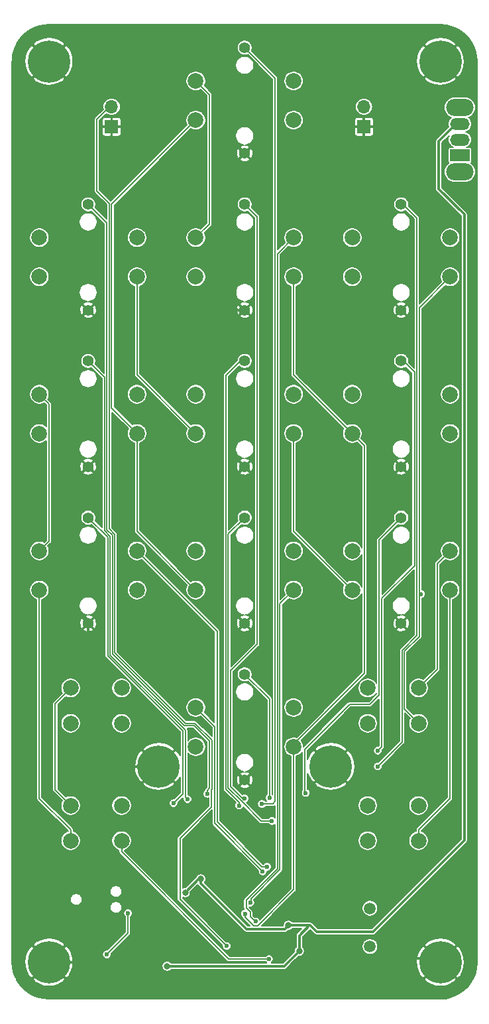
<source format=gbr>
G04 #@! TF.GenerationSoftware,KiCad,Pcbnew,(5.1.4)-1*
G04 #@! TF.CreationDate,2019-10-22T14:30:37-04:00*
G04 #@! TF.ProjectId,MerlinGame,4d65726c-696e-4476-916d-652e6b696361,A*
G04 #@! TF.SameCoordinates,Original*
G04 #@! TF.FileFunction,Copper,L2,Bot*
G04 #@! TF.FilePolarity,Positive*
%FSLAX46Y46*%
G04 Gerber Fmt 4.6, Leading zero omitted, Abs format (unit mm)*
G04 Created by KiCad (PCBNEW (5.1.4)-1) date 2019-10-22 14:30:37*
%MOMM*%
%LPD*%
G04 APERTURE LIST*
%ADD10O,1.700000X1.700000*%
%ADD11R,1.700000X1.700000*%
%ADD12C,5.400000*%
%ADD13O,3.500000X2.200000*%
%ADD14O,2.500000X1.500000*%
%ADD15R,2.500000X1.500000*%
%ADD16C,1.500000*%
%ADD17C,2.000000*%
%ADD18C,1.400000*%
%ADD19C,0.800000*%
%ADD20C,0.600000*%
%ADD21C,0.300000*%
%ADD22C,0.150000*%
G04 APERTURE END LIST*
D10*
X63000000Y-50800000D03*
D11*
X63000000Y-53340000D03*
D10*
X95250000Y-50800000D03*
D11*
X95250000Y-53340000D03*
D12*
X105000000Y-45000000D03*
X55000000Y-160000000D03*
X69000000Y-135000000D03*
X105000000Y-160000000D03*
X91000000Y-135000000D03*
X55000000Y-45000000D03*
D13*
X107500000Y-50900000D03*
X107500000Y-59100000D03*
D14*
X107500000Y-53000000D03*
X107500000Y-55000000D03*
D15*
X107500000Y-57000000D03*
D16*
X96000000Y-153120000D03*
X96000000Y-158000000D03*
D17*
X102225000Y-140000000D03*
X102225000Y-144500000D03*
X95725000Y-140000000D03*
X95725000Y-144500000D03*
X64275000Y-140000000D03*
X64275000Y-144500000D03*
X57775000Y-140000000D03*
X57775000Y-144500000D03*
X102225000Y-125000000D03*
X102225000Y-129500000D03*
X95725000Y-125000000D03*
X95725000Y-129500000D03*
X64275000Y-125000000D03*
X64275000Y-129500000D03*
X57775000Y-125000000D03*
X57775000Y-129500000D03*
D18*
X80000000Y-136750000D03*
X80000000Y-123250000D03*
D17*
X73750000Y-132500000D03*
X73750000Y-127500000D03*
X86250000Y-132500000D03*
X86250000Y-127500000D03*
D18*
X100000000Y-116750000D03*
X100000000Y-103250000D03*
D17*
X93750000Y-112500000D03*
X93750000Y-107500000D03*
X106250000Y-112500000D03*
X106250000Y-107500000D03*
D18*
X80000000Y-116750000D03*
X80000000Y-103250000D03*
D17*
X73750000Y-112500000D03*
X73750000Y-107500000D03*
X86250000Y-112500000D03*
X86250000Y-107500000D03*
D18*
X60000000Y-116750000D03*
X60000000Y-103250000D03*
D17*
X53750000Y-112500000D03*
X53750000Y-107500000D03*
X66250000Y-112500000D03*
X66250000Y-107500000D03*
D18*
X100000000Y-96750000D03*
X100000000Y-83250000D03*
D17*
X93750000Y-92500000D03*
X93750000Y-87500000D03*
X106250000Y-92500000D03*
X106250000Y-87500000D03*
D18*
X80000000Y-96750000D03*
X80000000Y-83250000D03*
D17*
X73750000Y-92500000D03*
X73750000Y-87500000D03*
X86250000Y-92500000D03*
X86250000Y-87500000D03*
D18*
X60000000Y-96750000D03*
X60000000Y-83250000D03*
D17*
X53750000Y-92500000D03*
X53750000Y-87500000D03*
X66250000Y-92500000D03*
X66250000Y-87500000D03*
D18*
X100000000Y-76750000D03*
X100000000Y-63250000D03*
D17*
X93750000Y-72500000D03*
X93750000Y-67500000D03*
X106250000Y-72500000D03*
X106250000Y-67500000D03*
D18*
X80000000Y-76750000D03*
X80000000Y-63250000D03*
D17*
X73750000Y-72500000D03*
X73750000Y-67500000D03*
X86250000Y-72500000D03*
X86250000Y-67500000D03*
D18*
X60000000Y-76750000D03*
X60000000Y-63250000D03*
D17*
X53750000Y-72500000D03*
X53750000Y-67500000D03*
X66250000Y-72500000D03*
X66250000Y-67500000D03*
D18*
X80000000Y-56750000D03*
X80000000Y-43250000D03*
D17*
X73750000Y-52500000D03*
X73750000Y-47500000D03*
X86250000Y-52500000D03*
X86250000Y-47500000D03*
D19*
X72600000Y-155500000D03*
D20*
X67299966Y-160500000D03*
D19*
X64999984Y-150000000D03*
X69500000Y-147500000D03*
X63500000Y-147500000D03*
X75900000Y-146600000D03*
X67300000Y-154300000D03*
X90500000Y-157000000D03*
X90500000Y-155000000D03*
X90500000Y-152000000D03*
X84500000Y-150500000D03*
X77000000Y-155500000D03*
D20*
X83474968Y-141974957D03*
X87799998Y-138400000D03*
X83174957Y-139000002D03*
X80000000Y-139100000D03*
X75200000Y-138500000D03*
X97000000Y-135000000D03*
X82200000Y-139800000D03*
X72700000Y-139200010D03*
X70900000Y-139700000D03*
X79300002Y-140000000D03*
X96999999Y-133000001D03*
X62389328Y-159010672D03*
X65099990Y-153736303D03*
D19*
X72400000Y-151100000D03*
X74399932Y-149378601D03*
X70100000Y-160500000D03*
X85600000Y-155300000D03*
X86975000Y-158575002D03*
D20*
X83100000Y-159600000D03*
X102525010Y-113000000D03*
X80733744Y-152408734D03*
X82300000Y-148400000D03*
X82874990Y-147800000D03*
X81400006Y-154799994D03*
X80025021Y-153800000D03*
X77700000Y-157925000D03*
D21*
X104500000Y-159500000D02*
X105000000Y-160000000D01*
X91800000Y-159500000D02*
X104500000Y-159500000D01*
X63900000Y-160000000D02*
X55000000Y-160000000D01*
X58749999Y-98000001D02*
X60000000Y-96750000D01*
X58749999Y-115100001D02*
X58749999Y-98000001D01*
X60000000Y-116350002D02*
X58749999Y-115100001D01*
X60000000Y-116750000D02*
X60000000Y-116350002D01*
X58749999Y-78000001D02*
X60000000Y-76750000D01*
X58749999Y-95499999D02*
X58749999Y-78000001D01*
X60000000Y-96750000D02*
X58749999Y-95499999D01*
X78749999Y-58000001D02*
X80000000Y-56750000D01*
X78749999Y-76489948D02*
X78749999Y-58000001D01*
X79010051Y-76750000D02*
X78749999Y-76489948D01*
X80000000Y-76750000D02*
X79010051Y-76750000D01*
X60000000Y-129818376D02*
X60000000Y-116750000D01*
X65181624Y-135000000D02*
X60000000Y-129818376D01*
X69000000Y-135000000D02*
X65181624Y-135000000D01*
X72600000Y-155500000D02*
X67600000Y-160500000D01*
X67600000Y-160500000D02*
X67299966Y-160500000D01*
X66875702Y-160500000D02*
X67299966Y-160500000D01*
X63900000Y-160000000D02*
X66375702Y-160000000D01*
X66375702Y-160000000D02*
X66875702Y-160500000D01*
X62900000Y-147900016D02*
X64999984Y-150000000D01*
X65181624Y-135000000D02*
X62900000Y-137281624D01*
X62900000Y-137281624D02*
X62900000Y-147900016D01*
X65750000Y-150750016D02*
X64999984Y-150000000D01*
X65750000Y-158150000D02*
X65750000Y-150750016D01*
X63900000Y-160000000D02*
X65750000Y-158150000D01*
D22*
X77899989Y-105350011D02*
X77899989Y-137775711D01*
X82097955Y-141974957D02*
X83050704Y-141974957D01*
X83050704Y-141974957D02*
X83474968Y-141974957D01*
X79600013Y-139477015D02*
X82097955Y-141974957D01*
X77899989Y-137775711D02*
X79600013Y-139475734D01*
X80000000Y-103250000D02*
X77899989Y-105350011D01*
X79600013Y-139475734D02*
X79600013Y-139477015D01*
X97200000Y-106050000D02*
X100000000Y-103250000D01*
X87700000Y-138300002D02*
X87700000Y-132800000D01*
X87799998Y-138400000D02*
X87700000Y-138300002D01*
X93400000Y-127100000D02*
X96000000Y-127100000D01*
X96000000Y-127100000D02*
X97200000Y-125900000D01*
X87700000Y-132800000D02*
X93400000Y-127100000D01*
X97200000Y-125900000D02*
X97200000Y-106050000D01*
X83174957Y-126424957D02*
X83174957Y-139000002D01*
X80000000Y-123250000D02*
X83174957Y-126424957D01*
X79700000Y-139100000D02*
X80000000Y-139100000D01*
X78200000Y-137600000D02*
X79700000Y-139100000D01*
X78200000Y-122800000D02*
X78200000Y-137600000D01*
X81600000Y-119400000D02*
X78200000Y-122800000D01*
X80000000Y-63250000D02*
X81600000Y-64850000D01*
X81600000Y-64850000D02*
X81600000Y-119400000D01*
X63100022Y-105501464D02*
X63100022Y-120651465D01*
X63100022Y-120651465D02*
X72248556Y-129800000D01*
X62399978Y-65649978D02*
X62399978Y-104801420D01*
X72248556Y-129800000D02*
X73537860Y-129800000D01*
X73537860Y-129800000D02*
X75500000Y-131762140D01*
X75500000Y-137775736D02*
X75200000Y-138075736D01*
X75500000Y-131762140D02*
X75500000Y-137775736D01*
X62399978Y-104801420D02*
X63100022Y-105501464D01*
X60000000Y-63250000D02*
X62399978Y-65649978D01*
X75200000Y-138075736D02*
X75200000Y-138500000D01*
X100250000Y-63250000D02*
X100000000Y-63250000D01*
X102000000Y-65000000D02*
X100250000Y-63250000D01*
X102000000Y-118299999D02*
X102000000Y-65000000D01*
X100099989Y-120200010D02*
X102000000Y-118299999D01*
X97000000Y-135000000D02*
X100099989Y-131900011D01*
X100099989Y-131900011D02*
X100099989Y-120200010D01*
X80000000Y-43250000D02*
X83899967Y-47149967D01*
X83577004Y-139800000D02*
X82200000Y-139800000D01*
X83899967Y-139477037D02*
X83577004Y-139800000D01*
X83899967Y-47149967D02*
X83899967Y-139477037D01*
X72400001Y-130375723D02*
X72400001Y-138900011D01*
X72400001Y-138900011D02*
X72700000Y-139200010D01*
X62800011Y-105625732D02*
X62800011Y-120775733D01*
X60000000Y-83250000D02*
X62099967Y-85349967D01*
X62800011Y-120775733D02*
X72400001Y-130375723D01*
X62099967Y-104925688D02*
X62800011Y-105625732D01*
X62099967Y-85349967D02*
X62099967Y-104925688D01*
X72100000Y-138500000D02*
X70900000Y-139700000D01*
X72100000Y-130500000D02*
X72100000Y-138500000D01*
X62500000Y-105750000D02*
X62500000Y-120900000D01*
X60000000Y-103250000D02*
X62500000Y-105750000D01*
X62500000Y-120900000D02*
X72100000Y-130500000D01*
X79450000Y-83250000D02*
X80000000Y-83250000D01*
X79300002Y-139600002D02*
X77599978Y-137899978D01*
X79300002Y-140000000D02*
X79300002Y-139600002D01*
X77599978Y-137899978D02*
X77599978Y-85100022D01*
X77599978Y-85100022D02*
X79450000Y-83250000D01*
X97299998Y-132700002D02*
X96999999Y-133000001D01*
X100000000Y-83250000D02*
X100275000Y-83250000D01*
X101699978Y-84674978D02*
X101699978Y-109351464D01*
X101699978Y-109351464D02*
X97500011Y-113551431D01*
X100275000Y-83250000D02*
X101699978Y-84674978D01*
X97500011Y-113551431D02*
X97500011Y-132499989D01*
X97500011Y-132499989D02*
X97299998Y-132700002D01*
X65099990Y-156300010D02*
X65099990Y-153736303D01*
X62389328Y-159010672D02*
X65099990Y-156300010D01*
D21*
X74121399Y-149378601D02*
X72400000Y-151100000D01*
X74399932Y-149378601D02*
X74121399Y-149378601D01*
X86575001Y-158975001D02*
X86975000Y-158575002D01*
X85050002Y-160500000D02*
X86575001Y-158975001D01*
X70100000Y-160500000D02*
X85050002Y-160500000D01*
X74399932Y-149944286D02*
X80205652Y-155750006D01*
X80205652Y-155750006D02*
X85149994Y-155750006D01*
X74399932Y-149378601D02*
X74399932Y-149944286D01*
X85200001Y-155699999D02*
X85600000Y-155300000D01*
X85149994Y-155750006D02*
X85200001Y-155699999D01*
X89200000Y-156100000D02*
X88400000Y-155300000D01*
X96400000Y-156100000D02*
X89200000Y-156100000D01*
X107000000Y-53000000D02*
X104800000Y-55200000D01*
X107500000Y-53000000D02*
X107000000Y-53000000D01*
X104800000Y-55200000D02*
X104800000Y-61300000D01*
X104800000Y-61300000D02*
X108050001Y-64550001D01*
X108050001Y-64550001D02*
X108050001Y-144449999D01*
X108050001Y-144449999D02*
X96400000Y-156100000D01*
X86975000Y-156625000D02*
X88300000Y-155300000D01*
X86975000Y-158575002D02*
X86975000Y-156625000D01*
X88362002Y-155300000D02*
X88300000Y-155300000D01*
X88300000Y-155300000D02*
X85600000Y-155300000D01*
D22*
X53750000Y-139060787D02*
X53750000Y-112500000D01*
X57775000Y-143085787D02*
X53750000Y-139060787D01*
X57775000Y-144500000D02*
X57775000Y-143085787D01*
X64275000Y-145914213D02*
X77960787Y-159600000D01*
X77960787Y-159600000D02*
X83100000Y-159600000D01*
X64275000Y-144500000D02*
X64275000Y-145914213D01*
X102300000Y-113225010D02*
X102525010Y-113000000D01*
X102300000Y-118424278D02*
X102300000Y-113225010D01*
X100400000Y-120324278D02*
X102300000Y-118424278D01*
X102225000Y-129500000D02*
X100400000Y-127675000D01*
X100400000Y-127675000D02*
X100400000Y-120324278D01*
X102300000Y-112774990D02*
X102525010Y-113000000D01*
X102300000Y-76450000D02*
X102300000Y-112774990D01*
X106250000Y-72500000D02*
X102300000Y-76450000D01*
X106250000Y-139060787D02*
X106250000Y-112500000D01*
X102225000Y-143085787D02*
X106250000Y-139060787D01*
X102225000Y-144500000D02*
X102225000Y-143085787D01*
X66250000Y-85000000D02*
X66250000Y-72500000D01*
X73750000Y-92500000D02*
X66250000Y-85000000D01*
X86250000Y-105000000D02*
X86250000Y-92500000D01*
X93750000Y-112500000D02*
X86250000Y-105000000D01*
X66250000Y-105000000D02*
X66250000Y-92500000D01*
X73750000Y-112500000D02*
X66250000Y-105000000D01*
X63000000Y-63250000D02*
X73750000Y-52500000D01*
X63000000Y-89250000D02*
X63000000Y-63250000D01*
X66250000Y-92500000D02*
X63000000Y-89250000D01*
X80800000Y-151900000D02*
X80800000Y-152342478D01*
X86250000Y-112500000D02*
X84499989Y-114250011D01*
X84499989Y-114250011D02*
X84499989Y-148200011D01*
X84499989Y-148200011D02*
X80800000Y-151900000D01*
X80800000Y-152342478D02*
X80733744Y-152408734D01*
X55800000Y-138025000D02*
X57775000Y-140000000D01*
X57775000Y-125000000D02*
X55800000Y-126975000D01*
X55800000Y-126975000D02*
X55800000Y-138025000D01*
X104600000Y-109150000D02*
X106250000Y-107500000D01*
X102225000Y-125000000D02*
X104600000Y-122625000D01*
X104600000Y-122625000D02*
X104600000Y-109150000D01*
X76174987Y-129924987D02*
X76174987Y-142274987D01*
X76174987Y-142274987D02*
X82300000Y-148400000D01*
X73750000Y-127500000D02*
X76174987Y-129924987D01*
X54975001Y-88725001D02*
X53750000Y-87500000D01*
X54975001Y-106274999D02*
X54975001Y-88725001D01*
X53750000Y-107500000D02*
X54975001Y-106274999D01*
X76474998Y-117724998D02*
X66250000Y-107500000D01*
X76474998Y-142074998D02*
X76474998Y-117724998D01*
X82874990Y-147800000D02*
X82200000Y-147800000D01*
X82200000Y-147800000D02*
X76474998Y-142074998D01*
X80700000Y-154200000D02*
X81299994Y-154799994D01*
X84199978Y-69550022D02*
X84199978Y-148075744D01*
X86250000Y-67500000D02*
X84199978Y-69550022D01*
X84199978Y-148075744D02*
X80200000Y-152075722D01*
X80200000Y-152075722D02*
X80200000Y-153100000D01*
X80200000Y-153100000D02*
X80700000Y-153600000D01*
X81299994Y-154799994D02*
X81400006Y-154799994D01*
X80700000Y-153600000D02*
X80700000Y-154200000D01*
X75500000Y-65750000D02*
X73750000Y-67500000D01*
X73750000Y-47500000D02*
X75500000Y-49250000D01*
X75500000Y-49250000D02*
X75500000Y-65750000D01*
X86250000Y-85000000D02*
X86250000Y-72500000D01*
X93750000Y-92500000D02*
X86250000Y-85000000D01*
X81652007Y-155324995D02*
X81125752Y-155324995D01*
X81125752Y-155324995D02*
X80025021Y-154224264D01*
X86250000Y-132500000D02*
X86250000Y-150727002D01*
X80025021Y-154224264D02*
X80025021Y-153800000D01*
X86250000Y-150727002D02*
X81652007Y-155324995D01*
X86250000Y-132150000D02*
X86250000Y-132500000D01*
X95300000Y-123100000D02*
X86250000Y-132150000D01*
X93750000Y-92500000D02*
X95300000Y-94050000D01*
X95300000Y-94050000D02*
X95300000Y-123100000D01*
X62700000Y-50800000D02*
X63000000Y-50800000D01*
X61100000Y-52400000D02*
X62700000Y-50800000D01*
X62699989Y-104677152D02*
X62699989Y-63125732D01*
X63400033Y-105377196D02*
X62699989Y-104677152D01*
X63400033Y-120500033D02*
X63400033Y-105377196D01*
X72399989Y-129499989D02*
X63400033Y-120500033D01*
X73662128Y-129499989D02*
X72399989Y-129499989D01*
X71724999Y-151949999D02*
X71724999Y-144175001D01*
X77700000Y-157925000D02*
X71724999Y-151949999D01*
X62699989Y-63125732D02*
X61100000Y-61525743D01*
X75725001Y-140174999D02*
X75725001Y-137975014D01*
X75800011Y-131637872D02*
X73662128Y-129499989D01*
X75725001Y-137975014D02*
X75800011Y-137900004D01*
X61100000Y-61525743D02*
X61100000Y-52400000D01*
X71724999Y-144175001D02*
X75725001Y-140174999D01*
X75800011Y-137900004D02*
X75800011Y-131637872D01*
G36*
X105832087Y-40375454D02*
G01*
X106637871Y-40595891D01*
X107391888Y-40955539D01*
X108070296Y-41443025D01*
X108651660Y-42042946D01*
X109117595Y-42736330D01*
X109453381Y-43501271D01*
X109648955Y-44315895D01*
X109700000Y-45010996D01*
X109700001Y-159986632D01*
X109624546Y-160832087D01*
X109404109Y-161637870D01*
X109044460Y-162391890D01*
X108556975Y-163070296D01*
X107957054Y-163651660D01*
X107263670Y-164117595D01*
X106498726Y-164453382D01*
X105684105Y-164648955D01*
X104989005Y-164700000D01*
X55013357Y-164700000D01*
X54167913Y-164624546D01*
X53362130Y-164404109D01*
X52608110Y-164044460D01*
X51929704Y-163556975D01*
X51348340Y-162957054D01*
X50882405Y-162263670D01*
X50841705Y-162170952D01*
X52935114Y-162170952D01*
X53245026Y-162543112D01*
X53774884Y-162836625D01*
X54351822Y-163021129D01*
X54953670Y-163089533D01*
X55557298Y-163039207D01*
X56139509Y-162872086D01*
X56677930Y-162594592D01*
X56754974Y-162543112D01*
X57064886Y-162170952D01*
X102935114Y-162170952D01*
X103245026Y-162543112D01*
X103774884Y-162836625D01*
X104351822Y-163021129D01*
X104953670Y-163089533D01*
X105557298Y-163039207D01*
X106139509Y-162872086D01*
X106677930Y-162594592D01*
X106754974Y-162543112D01*
X107064886Y-162170952D01*
X105000000Y-160106066D01*
X102935114Y-162170952D01*
X57064886Y-162170952D01*
X55000000Y-160106066D01*
X52935114Y-162170952D01*
X50841705Y-162170952D01*
X50546618Y-161498726D01*
X50351045Y-160684105D01*
X50300000Y-159989005D01*
X50300000Y-159953670D01*
X51910467Y-159953670D01*
X51960793Y-160557298D01*
X52127914Y-161139509D01*
X52405408Y-161677930D01*
X52456888Y-161754974D01*
X52829048Y-162064886D01*
X54893934Y-160000000D01*
X55106066Y-160000000D01*
X57170952Y-162064886D01*
X57543112Y-161754974D01*
X57836625Y-161225116D01*
X58021129Y-160648178D01*
X58089533Y-160046330D01*
X58039207Y-159442702D01*
X57898939Y-158954039D01*
X61814328Y-158954039D01*
X61814328Y-159067305D01*
X61836425Y-159178393D01*
X61879770Y-159283037D01*
X61942696Y-159377213D01*
X62022787Y-159457304D01*
X62116963Y-159520230D01*
X62221607Y-159563575D01*
X62332695Y-159585672D01*
X62445961Y-159585672D01*
X62557049Y-159563575D01*
X62661693Y-159520230D01*
X62755869Y-159457304D01*
X62835960Y-159377213D01*
X62898886Y-159283037D01*
X62942231Y-159178393D01*
X62964328Y-159067305D01*
X62964328Y-158954039D01*
X62960447Y-158934526D01*
X65335320Y-156559654D01*
X65348674Y-156548695D01*
X65392412Y-156495400D01*
X65424912Y-156434597D01*
X65444925Y-156368622D01*
X65449990Y-156317199D01*
X65449990Y-156317198D01*
X65451683Y-156300010D01*
X65449990Y-156282821D01*
X65449990Y-154193987D01*
X65466531Y-154182935D01*
X65546622Y-154102844D01*
X65609548Y-154008668D01*
X65652893Y-153904024D01*
X65674990Y-153792936D01*
X65674990Y-153679670D01*
X65652893Y-153568582D01*
X65609548Y-153463938D01*
X65546622Y-153369762D01*
X65466531Y-153289671D01*
X65372355Y-153226745D01*
X65267711Y-153183400D01*
X65156623Y-153161303D01*
X65043357Y-153161303D01*
X64932269Y-153183400D01*
X64827625Y-153226745D01*
X64733449Y-153289671D01*
X64653358Y-153369762D01*
X64590432Y-153463938D01*
X64547087Y-153568582D01*
X64524990Y-153679670D01*
X64524990Y-153792936D01*
X64547087Y-153904024D01*
X64590432Y-154008668D01*
X64653358Y-154102844D01*
X64733449Y-154182935D01*
X64749991Y-154193988D01*
X64749990Y-156155036D01*
X62465474Y-158439553D01*
X62445961Y-158435672D01*
X62332695Y-158435672D01*
X62221607Y-158457769D01*
X62116963Y-158501114D01*
X62022787Y-158564040D01*
X61942696Y-158644131D01*
X61879770Y-158738307D01*
X61836425Y-158842951D01*
X61814328Y-158954039D01*
X57898939Y-158954039D01*
X57872086Y-158860491D01*
X57594592Y-158322070D01*
X57543112Y-158245026D01*
X57170952Y-157935114D01*
X55106066Y-160000000D01*
X54893934Y-160000000D01*
X52829048Y-157935114D01*
X52456888Y-158245026D01*
X52163375Y-158774884D01*
X51978871Y-159351822D01*
X51910467Y-159953670D01*
X50300000Y-159953670D01*
X50300000Y-157829048D01*
X52935114Y-157829048D01*
X55000000Y-159893934D01*
X57064886Y-157829048D01*
X56754974Y-157456888D01*
X56225116Y-157163375D01*
X55648178Y-156978871D01*
X55046330Y-156910467D01*
X54442702Y-156960793D01*
X53860491Y-157127914D01*
X53322070Y-157405408D01*
X53245026Y-157456888D01*
X52935114Y-157829048D01*
X50300000Y-157829048D01*
X50300000Y-152940132D01*
X62769700Y-152940132D01*
X62769700Y-153091868D01*
X62799302Y-153240688D01*
X62857369Y-153380874D01*
X62941669Y-153507038D01*
X63048962Y-153614331D01*
X63175126Y-153698631D01*
X63315312Y-153756698D01*
X63464132Y-153786300D01*
X63615868Y-153786300D01*
X63764688Y-153756698D01*
X63904874Y-153698631D01*
X64031038Y-153614331D01*
X64138331Y-153507038D01*
X64222631Y-153380874D01*
X64280698Y-153240688D01*
X64310300Y-153091868D01*
X64310300Y-152940132D01*
X64280698Y-152791312D01*
X64222631Y-152651126D01*
X64138331Y-152524962D01*
X64031038Y-152417669D01*
X63904874Y-152333369D01*
X63764688Y-152275302D01*
X63615868Y-152245700D01*
X63464132Y-152245700D01*
X63315312Y-152275302D01*
X63175126Y-152333369D01*
X63048962Y-152417669D01*
X62941669Y-152524962D01*
X62857369Y-152651126D01*
X62799302Y-152791312D01*
X62769700Y-152940132D01*
X50300000Y-152940132D01*
X50300000Y-151924132D01*
X57689700Y-151924132D01*
X57689700Y-152075868D01*
X57719302Y-152224688D01*
X57777369Y-152364874D01*
X57861669Y-152491038D01*
X57968962Y-152598331D01*
X58095126Y-152682631D01*
X58235312Y-152740698D01*
X58384132Y-152770300D01*
X58535868Y-152770300D01*
X58684688Y-152740698D01*
X58824874Y-152682631D01*
X58951038Y-152598331D01*
X59058331Y-152491038D01*
X59142631Y-152364874D01*
X59200698Y-152224688D01*
X59230300Y-152075868D01*
X59230300Y-151924132D01*
X59200698Y-151775312D01*
X59142631Y-151635126D01*
X59058331Y-151508962D01*
X58951038Y-151401669D01*
X58824874Y-151317369D01*
X58684688Y-151259302D01*
X58535868Y-151229700D01*
X58384132Y-151229700D01*
X58235312Y-151259302D01*
X58095126Y-151317369D01*
X57968962Y-151401669D01*
X57861669Y-151508962D01*
X57777369Y-151635126D01*
X57719302Y-151775312D01*
X57689700Y-151924132D01*
X50300000Y-151924132D01*
X50300000Y-150908132D01*
X62769700Y-150908132D01*
X62769700Y-151059868D01*
X62799302Y-151208688D01*
X62857369Y-151348874D01*
X62941669Y-151475038D01*
X63048962Y-151582331D01*
X63175126Y-151666631D01*
X63315312Y-151724698D01*
X63464132Y-151754300D01*
X63615868Y-151754300D01*
X63764688Y-151724698D01*
X63904874Y-151666631D01*
X64031038Y-151582331D01*
X64138331Y-151475038D01*
X64222631Y-151348874D01*
X64280698Y-151208688D01*
X64310300Y-151059868D01*
X64310300Y-150908132D01*
X64280698Y-150759312D01*
X64222631Y-150619126D01*
X64138331Y-150492962D01*
X64031038Y-150385669D01*
X63904874Y-150301369D01*
X63764688Y-150243302D01*
X63615868Y-150213700D01*
X63464132Y-150213700D01*
X63315312Y-150243302D01*
X63175126Y-150301369D01*
X63048962Y-150385669D01*
X62941669Y-150492962D01*
X62857369Y-150619126D01*
X62799302Y-150759312D01*
X62769700Y-150908132D01*
X50300000Y-150908132D01*
X50300000Y-112374423D01*
X52475000Y-112374423D01*
X52475000Y-112625577D01*
X52523998Y-112871904D01*
X52620110Y-113103939D01*
X52759643Y-113312765D01*
X52937235Y-113490357D01*
X53146061Y-113629890D01*
X53378096Y-113726002D01*
X53400001Y-113730359D01*
X53400000Y-139043599D01*
X53398307Y-139060787D01*
X53400000Y-139077975D01*
X53405065Y-139129398D01*
X53425078Y-139195373D01*
X53457578Y-139256176D01*
X53501315Y-139309471D01*
X53514676Y-139320436D01*
X57425001Y-143230763D01*
X57425001Y-143269641D01*
X57403096Y-143273998D01*
X57171061Y-143370110D01*
X56962235Y-143509643D01*
X56784643Y-143687235D01*
X56645110Y-143896061D01*
X56548998Y-144128096D01*
X56500000Y-144374423D01*
X56500000Y-144625577D01*
X56548998Y-144871904D01*
X56645110Y-145103939D01*
X56784643Y-145312765D01*
X56962235Y-145490357D01*
X57171061Y-145629890D01*
X57403096Y-145726002D01*
X57649423Y-145775000D01*
X57900577Y-145775000D01*
X58146904Y-145726002D01*
X58378939Y-145629890D01*
X58587765Y-145490357D01*
X58765357Y-145312765D01*
X58904890Y-145103939D01*
X59001002Y-144871904D01*
X59050000Y-144625577D01*
X59050000Y-144374423D01*
X59001002Y-144128096D01*
X58904890Y-143896061D01*
X58765357Y-143687235D01*
X58587765Y-143509643D01*
X58378939Y-143370110D01*
X58146904Y-143273998D01*
X58125000Y-143269641D01*
X58125000Y-143102976D01*
X58126693Y-143085787D01*
X58119935Y-143017175D01*
X58099922Y-142951200D01*
X58067422Y-142890397D01*
X58034642Y-142850454D01*
X58023685Y-142837102D01*
X58010331Y-142826143D01*
X54100000Y-138915814D01*
X54100000Y-126975000D01*
X55448307Y-126975000D01*
X55450000Y-126992188D01*
X55450001Y-138007802D01*
X55448307Y-138025000D01*
X55455065Y-138093611D01*
X55467153Y-138133459D01*
X55475079Y-138159587D01*
X55507579Y-138220390D01*
X55551316Y-138273685D01*
X55564676Y-138284649D01*
X56657518Y-139377491D01*
X56645110Y-139396061D01*
X56548998Y-139628096D01*
X56500000Y-139874423D01*
X56500000Y-140125577D01*
X56548998Y-140371904D01*
X56645110Y-140603939D01*
X56784643Y-140812765D01*
X56962235Y-140990357D01*
X57171061Y-141129890D01*
X57403096Y-141226002D01*
X57649423Y-141275000D01*
X57900577Y-141275000D01*
X58146904Y-141226002D01*
X58378939Y-141129890D01*
X58587765Y-140990357D01*
X58765357Y-140812765D01*
X58904890Y-140603939D01*
X59001002Y-140371904D01*
X59050000Y-140125577D01*
X59050000Y-139874423D01*
X63000000Y-139874423D01*
X63000000Y-140125577D01*
X63048998Y-140371904D01*
X63145110Y-140603939D01*
X63284643Y-140812765D01*
X63462235Y-140990357D01*
X63671061Y-141129890D01*
X63903096Y-141226002D01*
X64149423Y-141275000D01*
X64400577Y-141275000D01*
X64646904Y-141226002D01*
X64878939Y-141129890D01*
X65087765Y-140990357D01*
X65265357Y-140812765D01*
X65404890Y-140603939D01*
X65501002Y-140371904D01*
X65550000Y-140125577D01*
X65550000Y-139874423D01*
X65501002Y-139628096D01*
X65404890Y-139396061D01*
X65265357Y-139187235D01*
X65087765Y-139009643D01*
X64878939Y-138870110D01*
X64646904Y-138773998D01*
X64400577Y-138725000D01*
X64149423Y-138725000D01*
X63903096Y-138773998D01*
X63671061Y-138870110D01*
X63462235Y-139009643D01*
X63284643Y-139187235D01*
X63145110Y-139396061D01*
X63048998Y-139628096D01*
X63000000Y-139874423D01*
X59050000Y-139874423D01*
X59001002Y-139628096D01*
X58904890Y-139396061D01*
X58765357Y-139187235D01*
X58587765Y-139009643D01*
X58378939Y-138870110D01*
X58146904Y-138773998D01*
X57900577Y-138725000D01*
X57649423Y-138725000D01*
X57403096Y-138773998D01*
X57171061Y-138870110D01*
X57152491Y-138882518D01*
X56150000Y-137880027D01*
X56150000Y-137170952D01*
X66935114Y-137170952D01*
X67245026Y-137543112D01*
X67774884Y-137836625D01*
X68351822Y-138021129D01*
X68953670Y-138089533D01*
X69557298Y-138039207D01*
X70139509Y-137872086D01*
X70677930Y-137594592D01*
X70754974Y-137543112D01*
X71064886Y-137170952D01*
X69000000Y-135106066D01*
X66935114Y-137170952D01*
X56150000Y-137170952D01*
X56150000Y-134953670D01*
X65910467Y-134953670D01*
X65960793Y-135557298D01*
X66127914Y-136139509D01*
X66405408Y-136677930D01*
X66456888Y-136754974D01*
X66829048Y-137064886D01*
X68893934Y-135000000D01*
X66829048Y-132935114D01*
X66456888Y-133245026D01*
X66163375Y-133774884D01*
X65978871Y-134351822D01*
X65910467Y-134953670D01*
X56150000Y-134953670D01*
X56150000Y-132829048D01*
X66935114Y-132829048D01*
X69000000Y-134893934D01*
X71064886Y-132829048D01*
X70754974Y-132456888D01*
X70225116Y-132163375D01*
X69648178Y-131978871D01*
X69046330Y-131910467D01*
X68442702Y-131960793D01*
X67860491Y-132127914D01*
X67322070Y-132405408D01*
X67245026Y-132456888D01*
X66935114Y-132829048D01*
X56150000Y-132829048D01*
X56150000Y-129374423D01*
X56500000Y-129374423D01*
X56500000Y-129625577D01*
X56548998Y-129871904D01*
X56645110Y-130103939D01*
X56784643Y-130312765D01*
X56962235Y-130490357D01*
X57171061Y-130629890D01*
X57403096Y-130726002D01*
X57649423Y-130775000D01*
X57900577Y-130775000D01*
X58146904Y-130726002D01*
X58378939Y-130629890D01*
X58587765Y-130490357D01*
X58765357Y-130312765D01*
X58904890Y-130103939D01*
X59001002Y-129871904D01*
X59050000Y-129625577D01*
X59050000Y-129374423D01*
X63000000Y-129374423D01*
X63000000Y-129625577D01*
X63048998Y-129871904D01*
X63145110Y-130103939D01*
X63284643Y-130312765D01*
X63462235Y-130490357D01*
X63671061Y-130629890D01*
X63903096Y-130726002D01*
X64149423Y-130775000D01*
X64400577Y-130775000D01*
X64646904Y-130726002D01*
X64878939Y-130629890D01*
X65087765Y-130490357D01*
X65265357Y-130312765D01*
X65404890Y-130103939D01*
X65501002Y-129871904D01*
X65550000Y-129625577D01*
X65550000Y-129374423D01*
X65501002Y-129128096D01*
X65404890Y-128896061D01*
X65265357Y-128687235D01*
X65087765Y-128509643D01*
X64878939Y-128370110D01*
X64646904Y-128273998D01*
X64400577Y-128225000D01*
X64149423Y-128225000D01*
X63903096Y-128273998D01*
X63671061Y-128370110D01*
X63462235Y-128509643D01*
X63284643Y-128687235D01*
X63145110Y-128896061D01*
X63048998Y-129128096D01*
X63000000Y-129374423D01*
X59050000Y-129374423D01*
X59001002Y-129128096D01*
X58904890Y-128896061D01*
X58765357Y-128687235D01*
X58587765Y-128509643D01*
X58378939Y-128370110D01*
X58146904Y-128273998D01*
X57900577Y-128225000D01*
X57649423Y-128225000D01*
X57403096Y-128273998D01*
X57171061Y-128370110D01*
X56962235Y-128509643D01*
X56784643Y-128687235D01*
X56645110Y-128896061D01*
X56548998Y-129128096D01*
X56500000Y-129374423D01*
X56150000Y-129374423D01*
X56150000Y-127119973D01*
X57152491Y-126117482D01*
X57171061Y-126129890D01*
X57403096Y-126226002D01*
X57649423Y-126275000D01*
X57900577Y-126275000D01*
X58146904Y-126226002D01*
X58378939Y-126129890D01*
X58587765Y-125990357D01*
X58765357Y-125812765D01*
X58904890Y-125603939D01*
X59001002Y-125371904D01*
X59050000Y-125125577D01*
X59050000Y-124874423D01*
X63000000Y-124874423D01*
X63000000Y-125125577D01*
X63048998Y-125371904D01*
X63145110Y-125603939D01*
X63284643Y-125812765D01*
X63462235Y-125990357D01*
X63671061Y-126129890D01*
X63903096Y-126226002D01*
X64149423Y-126275000D01*
X64400577Y-126275000D01*
X64646904Y-126226002D01*
X64878939Y-126129890D01*
X65087765Y-125990357D01*
X65265357Y-125812765D01*
X65404890Y-125603939D01*
X65501002Y-125371904D01*
X65550000Y-125125577D01*
X65550000Y-124874423D01*
X65501002Y-124628096D01*
X65404890Y-124396061D01*
X65265357Y-124187235D01*
X65087765Y-124009643D01*
X64878939Y-123870110D01*
X64646904Y-123773998D01*
X64400577Y-123725000D01*
X64149423Y-123725000D01*
X63903096Y-123773998D01*
X63671061Y-123870110D01*
X63462235Y-124009643D01*
X63284643Y-124187235D01*
X63145110Y-124396061D01*
X63048998Y-124628096D01*
X63000000Y-124874423D01*
X59050000Y-124874423D01*
X59001002Y-124628096D01*
X58904890Y-124396061D01*
X58765357Y-124187235D01*
X58587765Y-124009643D01*
X58378939Y-123870110D01*
X58146904Y-123773998D01*
X57900577Y-123725000D01*
X57649423Y-123725000D01*
X57403096Y-123773998D01*
X57171061Y-123870110D01*
X56962235Y-124009643D01*
X56784643Y-124187235D01*
X56645110Y-124396061D01*
X56548998Y-124628096D01*
X56500000Y-124874423D01*
X56500000Y-125125577D01*
X56548998Y-125371904D01*
X56645110Y-125603939D01*
X56657518Y-125622509D01*
X55564676Y-126715351D01*
X55551315Y-126726316D01*
X55507578Y-126779611D01*
X55475078Y-126840414D01*
X55467721Y-126864668D01*
X55455065Y-126906389D01*
X55448307Y-126975000D01*
X54100000Y-126975000D01*
X54100000Y-117498540D01*
X59357526Y-117498540D01*
X59427282Y-117665875D01*
X59616965Y-117760008D01*
X59821368Y-117815327D01*
X60032635Y-117829706D01*
X60242649Y-117802593D01*
X60443337Y-117735029D01*
X60572718Y-117665875D01*
X60642474Y-117498540D01*
X60000000Y-116856066D01*
X59357526Y-117498540D01*
X54100000Y-117498540D01*
X54100000Y-116782635D01*
X58920294Y-116782635D01*
X58947407Y-116992649D01*
X59014971Y-117193337D01*
X59084125Y-117322718D01*
X59251460Y-117392474D01*
X59893934Y-116750000D01*
X60106066Y-116750000D01*
X60748540Y-117392474D01*
X60915875Y-117322718D01*
X61010008Y-117133035D01*
X61065327Y-116928632D01*
X61079706Y-116717365D01*
X61052593Y-116507351D01*
X60985029Y-116306663D01*
X60915875Y-116177282D01*
X60748540Y-116107526D01*
X60106066Y-116750000D01*
X59893934Y-116750000D01*
X59251460Y-116107526D01*
X59084125Y-116177282D01*
X58989992Y-116366965D01*
X58934673Y-116571368D01*
X58920294Y-116782635D01*
X54100000Y-116782635D01*
X54100000Y-114384273D01*
X58825000Y-114384273D01*
X58825000Y-114615727D01*
X58870155Y-114842735D01*
X58958729Y-115056571D01*
X59087318Y-115249019D01*
X59250981Y-115412682D01*
X59443429Y-115541271D01*
X59657265Y-115629845D01*
X59884273Y-115675000D01*
X59930913Y-115675000D01*
X59757351Y-115697407D01*
X59556663Y-115764971D01*
X59427282Y-115834125D01*
X59357526Y-116001460D01*
X60000000Y-116643934D01*
X60642474Y-116001460D01*
X60572718Y-115834125D01*
X60383035Y-115739992D01*
X60178632Y-115684673D01*
X60036509Y-115675000D01*
X60115727Y-115675000D01*
X60342735Y-115629845D01*
X60556571Y-115541271D01*
X60749019Y-115412682D01*
X60912682Y-115249019D01*
X61041271Y-115056571D01*
X61129845Y-114842735D01*
X61175000Y-114615727D01*
X61175000Y-114384273D01*
X61129845Y-114157265D01*
X61041271Y-113943429D01*
X60912682Y-113750981D01*
X60749019Y-113587318D01*
X60556571Y-113458729D01*
X60342735Y-113370155D01*
X60115727Y-113325000D01*
X59884273Y-113325000D01*
X59657265Y-113370155D01*
X59443429Y-113458729D01*
X59250981Y-113587318D01*
X59087318Y-113750981D01*
X58958729Y-113943429D01*
X58870155Y-114157265D01*
X58825000Y-114384273D01*
X54100000Y-114384273D01*
X54100000Y-113730359D01*
X54121904Y-113726002D01*
X54353939Y-113629890D01*
X54562765Y-113490357D01*
X54740357Y-113312765D01*
X54879890Y-113103939D01*
X54976002Y-112871904D01*
X55025000Y-112625577D01*
X55025000Y-112374423D01*
X54976002Y-112128096D01*
X54879890Y-111896061D01*
X54740357Y-111687235D01*
X54562765Y-111509643D01*
X54353939Y-111370110D01*
X54121904Y-111273998D01*
X53875577Y-111225000D01*
X53624423Y-111225000D01*
X53378096Y-111273998D01*
X53146061Y-111370110D01*
X52937235Y-111509643D01*
X52759643Y-111687235D01*
X52620110Y-111896061D01*
X52523998Y-112128096D01*
X52475000Y-112374423D01*
X50300000Y-112374423D01*
X50300000Y-87374423D01*
X52475000Y-87374423D01*
X52475000Y-87625577D01*
X52523998Y-87871904D01*
X52620110Y-88103939D01*
X52759643Y-88312765D01*
X52937235Y-88490357D01*
X53146061Y-88629890D01*
X53378096Y-88726002D01*
X53624423Y-88775000D01*
X53875577Y-88775000D01*
X54121904Y-88726002D01*
X54353939Y-88629890D01*
X54372509Y-88617482D01*
X54625002Y-88869976D01*
X54625002Y-91571880D01*
X54562765Y-91509643D01*
X54353939Y-91370110D01*
X54121904Y-91273998D01*
X53875577Y-91225000D01*
X53624423Y-91225000D01*
X53378096Y-91273998D01*
X53146061Y-91370110D01*
X52937235Y-91509643D01*
X52759643Y-91687235D01*
X52620110Y-91896061D01*
X52523998Y-92128096D01*
X52475000Y-92374423D01*
X52475000Y-92625577D01*
X52523998Y-92871904D01*
X52620110Y-93103939D01*
X52759643Y-93312765D01*
X52937235Y-93490357D01*
X53146061Y-93629890D01*
X53378096Y-93726002D01*
X53624423Y-93775000D01*
X53875577Y-93775000D01*
X54121904Y-93726002D01*
X54353939Y-93629890D01*
X54562765Y-93490357D01*
X54625002Y-93428120D01*
X54625001Y-106130025D01*
X54372509Y-106382518D01*
X54353939Y-106370110D01*
X54121904Y-106273998D01*
X53875577Y-106225000D01*
X53624423Y-106225000D01*
X53378096Y-106273998D01*
X53146061Y-106370110D01*
X52937235Y-106509643D01*
X52759643Y-106687235D01*
X52620110Y-106896061D01*
X52523998Y-107128096D01*
X52475000Y-107374423D01*
X52475000Y-107625577D01*
X52523998Y-107871904D01*
X52620110Y-108103939D01*
X52759643Y-108312765D01*
X52937235Y-108490357D01*
X53146061Y-108629890D01*
X53378096Y-108726002D01*
X53624423Y-108775000D01*
X53875577Y-108775000D01*
X54121904Y-108726002D01*
X54353939Y-108629890D01*
X54562765Y-108490357D01*
X54740357Y-108312765D01*
X54879890Y-108103939D01*
X54976002Y-107871904D01*
X55025000Y-107625577D01*
X55025000Y-107374423D01*
X54976002Y-107128096D01*
X54879890Y-106896061D01*
X54867482Y-106877491D01*
X55210330Y-106534644D01*
X55223685Y-106523684D01*
X55267423Y-106470389D01*
X55299923Y-106409586D01*
X55319936Y-106343611D01*
X55325001Y-106292188D01*
X55325001Y-106292187D01*
X55326694Y-106275000D01*
X55325001Y-106257811D01*
X55325001Y-105384273D01*
X58825000Y-105384273D01*
X58825000Y-105615727D01*
X58870155Y-105842735D01*
X58958729Y-106056571D01*
X59087318Y-106249019D01*
X59250981Y-106412682D01*
X59443429Y-106541271D01*
X59657265Y-106629845D01*
X59884273Y-106675000D01*
X60115727Y-106675000D01*
X60342735Y-106629845D01*
X60556571Y-106541271D01*
X60749019Y-106412682D01*
X60912682Y-106249019D01*
X61041271Y-106056571D01*
X61129845Y-105842735D01*
X61175000Y-105615727D01*
X61175000Y-105384273D01*
X61129845Y-105157265D01*
X61041271Y-104943429D01*
X60912682Y-104750981D01*
X60749019Y-104587318D01*
X60556571Y-104458729D01*
X60342735Y-104370155D01*
X60115727Y-104325000D01*
X59884273Y-104325000D01*
X59657265Y-104370155D01*
X59443429Y-104458729D01*
X59250981Y-104587318D01*
X59087318Y-104750981D01*
X58958729Y-104943429D01*
X58870155Y-105157265D01*
X58825000Y-105384273D01*
X55325001Y-105384273D01*
X55325001Y-97498540D01*
X59357526Y-97498540D01*
X59427282Y-97665875D01*
X59616965Y-97760008D01*
X59821368Y-97815327D01*
X60032635Y-97829706D01*
X60242649Y-97802593D01*
X60443337Y-97735029D01*
X60572718Y-97665875D01*
X60642474Y-97498540D01*
X60000000Y-96856066D01*
X59357526Y-97498540D01*
X55325001Y-97498540D01*
X55325001Y-96782635D01*
X58920294Y-96782635D01*
X58947407Y-96992649D01*
X59014971Y-97193337D01*
X59084125Y-97322718D01*
X59251460Y-97392474D01*
X59893934Y-96750000D01*
X60106066Y-96750000D01*
X60748540Y-97392474D01*
X60915875Y-97322718D01*
X61010008Y-97133035D01*
X61065327Y-96928632D01*
X61079706Y-96717365D01*
X61052593Y-96507351D01*
X60985029Y-96306663D01*
X60915875Y-96177282D01*
X60748540Y-96107526D01*
X60106066Y-96750000D01*
X59893934Y-96750000D01*
X59251460Y-96107526D01*
X59084125Y-96177282D01*
X58989992Y-96366965D01*
X58934673Y-96571368D01*
X58920294Y-96782635D01*
X55325001Y-96782635D01*
X55325001Y-94384273D01*
X58825000Y-94384273D01*
X58825000Y-94615727D01*
X58870155Y-94842735D01*
X58958729Y-95056571D01*
X59087318Y-95249019D01*
X59250981Y-95412682D01*
X59443429Y-95541271D01*
X59657265Y-95629845D01*
X59884273Y-95675000D01*
X59930913Y-95675000D01*
X59757351Y-95697407D01*
X59556663Y-95764971D01*
X59427282Y-95834125D01*
X59357526Y-96001460D01*
X60000000Y-96643934D01*
X60642474Y-96001460D01*
X60572718Y-95834125D01*
X60383035Y-95739992D01*
X60178632Y-95684673D01*
X60036509Y-95675000D01*
X60115727Y-95675000D01*
X60342735Y-95629845D01*
X60556571Y-95541271D01*
X60749019Y-95412682D01*
X60912682Y-95249019D01*
X61041271Y-95056571D01*
X61129845Y-94842735D01*
X61175000Y-94615727D01*
X61175000Y-94384273D01*
X61129845Y-94157265D01*
X61041271Y-93943429D01*
X60912682Y-93750981D01*
X60749019Y-93587318D01*
X60556571Y-93458729D01*
X60342735Y-93370155D01*
X60115727Y-93325000D01*
X59884273Y-93325000D01*
X59657265Y-93370155D01*
X59443429Y-93458729D01*
X59250981Y-93587318D01*
X59087318Y-93750981D01*
X58958729Y-93943429D01*
X58870155Y-94157265D01*
X58825000Y-94384273D01*
X55325001Y-94384273D01*
X55325001Y-88742189D01*
X55326694Y-88725000D01*
X55319936Y-88656388D01*
X55311898Y-88629890D01*
X55299923Y-88590414D01*
X55267423Y-88529611D01*
X55223686Y-88476316D01*
X55210326Y-88465352D01*
X54867482Y-88122509D01*
X54879890Y-88103939D01*
X54976002Y-87871904D01*
X55025000Y-87625577D01*
X55025000Y-87374423D01*
X54976002Y-87128096D01*
X54879890Y-86896061D01*
X54740357Y-86687235D01*
X54562765Y-86509643D01*
X54353939Y-86370110D01*
X54121904Y-86273998D01*
X53875577Y-86225000D01*
X53624423Y-86225000D01*
X53378096Y-86273998D01*
X53146061Y-86370110D01*
X52937235Y-86509643D01*
X52759643Y-86687235D01*
X52620110Y-86896061D01*
X52523998Y-87128096D01*
X52475000Y-87374423D01*
X50300000Y-87374423D01*
X50300000Y-85384273D01*
X58825000Y-85384273D01*
X58825000Y-85615727D01*
X58870155Y-85842735D01*
X58958729Y-86056571D01*
X59087318Y-86249019D01*
X59250981Y-86412682D01*
X59443429Y-86541271D01*
X59657265Y-86629845D01*
X59884273Y-86675000D01*
X60115727Y-86675000D01*
X60342735Y-86629845D01*
X60556571Y-86541271D01*
X60749019Y-86412682D01*
X60912682Y-86249019D01*
X61041271Y-86056571D01*
X61129845Y-85842735D01*
X61175000Y-85615727D01*
X61175000Y-85384273D01*
X61129845Y-85157265D01*
X61041271Y-84943429D01*
X60912682Y-84750981D01*
X60749019Y-84587318D01*
X60556571Y-84458729D01*
X60342735Y-84370155D01*
X60115727Y-84325000D01*
X59884273Y-84325000D01*
X59657265Y-84370155D01*
X59443429Y-84458729D01*
X59250981Y-84587318D01*
X59087318Y-84750981D01*
X58958729Y-84943429D01*
X58870155Y-85157265D01*
X58825000Y-85384273D01*
X50300000Y-85384273D01*
X50300000Y-77498540D01*
X59357526Y-77498540D01*
X59427282Y-77665875D01*
X59616965Y-77760008D01*
X59821368Y-77815327D01*
X60032635Y-77829706D01*
X60242649Y-77802593D01*
X60443337Y-77735029D01*
X60572718Y-77665875D01*
X60642474Y-77498540D01*
X60000000Y-76856066D01*
X59357526Y-77498540D01*
X50300000Y-77498540D01*
X50300000Y-76782635D01*
X58920294Y-76782635D01*
X58947407Y-76992649D01*
X59014971Y-77193337D01*
X59084125Y-77322718D01*
X59251460Y-77392474D01*
X59893934Y-76750000D01*
X60106066Y-76750000D01*
X60748540Y-77392474D01*
X60915875Y-77322718D01*
X61010008Y-77133035D01*
X61065327Y-76928632D01*
X61079706Y-76717365D01*
X61052593Y-76507351D01*
X60985029Y-76306663D01*
X60915875Y-76177282D01*
X60748540Y-76107526D01*
X60106066Y-76750000D01*
X59893934Y-76750000D01*
X59251460Y-76107526D01*
X59084125Y-76177282D01*
X58989992Y-76366965D01*
X58934673Y-76571368D01*
X58920294Y-76782635D01*
X50300000Y-76782635D01*
X50300000Y-74384273D01*
X58825000Y-74384273D01*
X58825000Y-74615727D01*
X58870155Y-74842735D01*
X58958729Y-75056571D01*
X59087318Y-75249019D01*
X59250981Y-75412682D01*
X59443429Y-75541271D01*
X59657265Y-75629845D01*
X59884273Y-75675000D01*
X59930913Y-75675000D01*
X59757351Y-75697407D01*
X59556663Y-75764971D01*
X59427282Y-75834125D01*
X59357526Y-76001460D01*
X60000000Y-76643934D01*
X60642474Y-76001460D01*
X60572718Y-75834125D01*
X60383035Y-75739992D01*
X60178632Y-75684673D01*
X60036509Y-75675000D01*
X60115727Y-75675000D01*
X60342735Y-75629845D01*
X60556571Y-75541271D01*
X60749019Y-75412682D01*
X60912682Y-75249019D01*
X61041271Y-75056571D01*
X61129845Y-74842735D01*
X61175000Y-74615727D01*
X61175000Y-74384273D01*
X61129845Y-74157265D01*
X61041271Y-73943429D01*
X60912682Y-73750981D01*
X60749019Y-73587318D01*
X60556571Y-73458729D01*
X60342735Y-73370155D01*
X60115727Y-73325000D01*
X59884273Y-73325000D01*
X59657265Y-73370155D01*
X59443429Y-73458729D01*
X59250981Y-73587318D01*
X59087318Y-73750981D01*
X58958729Y-73943429D01*
X58870155Y-74157265D01*
X58825000Y-74384273D01*
X50300000Y-74384273D01*
X50300000Y-72374423D01*
X52475000Y-72374423D01*
X52475000Y-72625577D01*
X52523998Y-72871904D01*
X52620110Y-73103939D01*
X52759643Y-73312765D01*
X52937235Y-73490357D01*
X53146061Y-73629890D01*
X53378096Y-73726002D01*
X53624423Y-73775000D01*
X53875577Y-73775000D01*
X54121904Y-73726002D01*
X54353939Y-73629890D01*
X54562765Y-73490357D01*
X54740357Y-73312765D01*
X54879890Y-73103939D01*
X54976002Y-72871904D01*
X55025000Y-72625577D01*
X55025000Y-72374423D01*
X54976002Y-72128096D01*
X54879890Y-71896061D01*
X54740357Y-71687235D01*
X54562765Y-71509643D01*
X54353939Y-71370110D01*
X54121904Y-71273998D01*
X53875577Y-71225000D01*
X53624423Y-71225000D01*
X53378096Y-71273998D01*
X53146061Y-71370110D01*
X52937235Y-71509643D01*
X52759643Y-71687235D01*
X52620110Y-71896061D01*
X52523998Y-72128096D01*
X52475000Y-72374423D01*
X50300000Y-72374423D01*
X50300000Y-67374423D01*
X52475000Y-67374423D01*
X52475000Y-67625577D01*
X52523998Y-67871904D01*
X52620110Y-68103939D01*
X52759643Y-68312765D01*
X52937235Y-68490357D01*
X53146061Y-68629890D01*
X53378096Y-68726002D01*
X53624423Y-68775000D01*
X53875577Y-68775000D01*
X54121904Y-68726002D01*
X54353939Y-68629890D01*
X54562765Y-68490357D01*
X54740357Y-68312765D01*
X54879890Y-68103939D01*
X54976002Y-67871904D01*
X55025000Y-67625577D01*
X55025000Y-67374423D01*
X54976002Y-67128096D01*
X54879890Y-66896061D01*
X54740357Y-66687235D01*
X54562765Y-66509643D01*
X54353939Y-66370110D01*
X54121904Y-66273998D01*
X53875577Y-66225000D01*
X53624423Y-66225000D01*
X53378096Y-66273998D01*
X53146061Y-66370110D01*
X52937235Y-66509643D01*
X52759643Y-66687235D01*
X52620110Y-66896061D01*
X52523998Y-67128096D01*
X52475000Y-67374423D01*
X50300000Y-67374423D01*
X50300000Y-65384273D01*
X58825000Y-65384273D01*
X58825000Y-65615727D01*
X58870155Y-65842735D01*
X58958729Y-66056571D01*
X59087318Y-66249019D01*
X59250981Y-66412682D01*
X59443429Y-66541271D01*
X59657265Y-66629845D01*
X59884273Y-66675000D01*
X60115727Y-66675000D01*
X60342735Y-66629845D01*
X60556571Y-66541271D01*
X60749019Y-66412682D01*
X60912682Y-66249019D01*
X61041271Y-66056571D01*
X61129845Y-65842735D01*
X61175000Y-65615727D01*
X61175000Y-65384273D01*
X61129845Y-65157265D01*
X61041271Y-64943429D01*
X60912682Y-64750981D01*
X60749019Y-64587318D01*
X60556571Y-64458729D01*
X60342735Y-64370155D01*
X60115727Y-64325000D01*
X59884273Y-64325000D01*
X59657265Y-64370155D01*
X59443429Y-64458729D01*
X59250981Y-64587318D01*
X59087318Y-64750981D01*
X58958729Y-64943429D01*
X58870155Y-65157265D01*
X58825000Y-65384273D01*
X50300000Y-65384273D01*
X50300000Y-63153971D01*
X59025000Y-63153971D01*
X59025000Y-63346029D01*
X59062468Y-63534397D01*
X59135966Y-63711836D01*
X59242668Y-63871527D01*
X59378473Y-64007332D01*
X59538164Y-64114034D01*
X59715603Y-64187532D01*
X59903971Y-64225000D01*
X60096029Y-64225000D01*
X60284397Y-64187532D01*
X60396234Y-64141207D01*
X62049978Y-65794953D01*
X62049978Y-84805005D01*
X60891207Y-83646234D01*
X60937532Y-83534397D01*
X60975000Y-83346029D01*
X60975000Y-83153971D01*
X60937532Y-82965603D01*
X60864034Y-82788164D01*
X60757332Y-82628473D01*
X60621527Y-82492668D01*
X60461836Y-82385966D01*
X60284397Y-82312468D01*
X60096029Y-82275000D01*
X59903971Y-82275000D01*
X59715603Y-82312468D01*
X59538164Y-82385966D01*
X59378473Y-82492668D01*
X59242668Y-82628473D01*
X59135966Y-82788164D01*
X59062468Y-82965603D01*
X59025000Y-83153971D01*
X59025000Y-83346029D01*
X59062468Y-83534397D01*
X59135966Y-83711836D01*
X59242668Y-83871527D01*
X59378473Y-84007332D01*
X59538164Y-84114034D01*
X59715603Y-84187532D01*
X59903971Y-84225000D01*
X60096029Y-84225000D01*
X60284397Y-84187532D01*
X60396234Y-84141207D01*
X61749967Y-85494941D01*
X61749968Y-104504994D01*
X60891207Y-103646234D01*
X60937532Y-103534397D01*
X60975000Y-103346029D01*
X60975000Y-103153971D01*
X60937532Y-102965603D01*
X60864034Y-102788164D01*
X60757332Y-102628473D01*
X60621527Y-102492668D01*
X60461836Y-102385966D01*
X60284397Y-102312468D01*
X60096029Y-102275000D01*
X59903971Y-102275000D01*
X59715603Y-102312468D01*
X59538164Y-102385966D01*
X59378473Y-102492668D01*
X59242668Y-102628473D01*
X59135966Y-102788164D01*
X59062468Y-102965603D01*
X59025000Y-103153971D01*
X59025000Y-103346029D01*
X59062468Y-103534397D01*
X59135966Y-103711836D01*
X59242668Y-103871527D01*
X59378473Y-104007332D01*
X59538164Y-104114034D01*
X59715603Y-104187532D01*
X59903971Y-104225000D01*
X60096029Y-104225000D01*
X60284397Y-104187532D01*
X60396234Y-104141207D01*
X62150000Y-105894974D01*
X62150001Y-120882802D01*
X62148307Y-120900000D01*
X62155065Y-120968611D01*
X62157424Y-120976387D01*
X62175079Y-121034587D01*
X62207579Y-121095390D01*
X62251316Y-121148685D01*
X62264676Y-121159649D01*
X71750000Y-130644975D01*
X71750000Y-133623609D01*
X71594592Y-133322070D01*
X71543112Y-133245026D01*
X71170952Y-132935114D01*
X69106066Y-135000000D01*
X71170952Y-137064886D01*
X71543112Y-136754974D01*
X71750001Y-136381493D01*
X71750001Y-138355024D01*
X70976145Y-139128881D01*
X70956633Y-139125000D01*
X70843367Y-139125000D01*
X70732279Y-139147097D01*
X70627635Y-139190442D01*
X70533459Y-139253368D01*
X70453368Y-139333459D01*
X70390442Y-139427635D01*
X70347097Y-139532279D01*
X70325000Y-139643367D01*
X70325000Y-139756633D01*
X70347097Y-139867721D01*
X70390442Y-139972365D01*
X70453368Y-140066541D01*
X70533459Y-140146632D01*
X70627635Y-140209558D01*
X70732279Y-140252903D01*
X70843367Y-140275000D01*
X70956633Y-140275000D01*
X71067721Y-140252903D01*
X71172365Y-140209558D01*
X71266541Y-140146632D01*
X71346632Y-140066541D01*
X71409558Y-139972365D01*
X71452903Y-139867721D01*
X71475000Y-139756633D01*
X71475000Y-139643367D01*
X71471119Y-139623855D01*
X72071658Y-139023317D01*
X72075080Y-139034598D01*
X72107580Y-139095401D01*
X72129283Y-139121846D01*
X72125000Y-139143377D01*
X72125000Y-139256643D01*
X72147097Y-139367731D01*
X72190442Y-139472375D01*
X72253368Y-139566551D01*
X72333459Y-139646642D01*
X72427635Y-139709568D01*
X72532279Y-139752913D01*
X72643367Y-139775010D01*
X72756633Y-139775010D01*
X72867721Y-139752913D01*
X72972365Y-139709568D01*
X73066541Y-139646642D01*
X73146632Y-139566551D01*
X73209558Y-139472375D01*
X73252903Y-139367731D01*
X73275000Y-139256643D01*
X73275000Y-139143377D01*
X73252903Y-139032289D01*
X73209558Y-138927645D01*
X73146632Y-138833469D01*
X73066541Y-138753378D01*
X72972365Y-138690452D01*
X72867721Y-138647107D01*
X72756633Y-138625010D01*
X72750001Y-138625010D01*
X72750001Y-133298335D01*
X72759643Y-133312765D01*
X72937235Y-133490357D01*
X73146061Y-133629890D01*
X73378096Y-133726002D01*
X73624423Y-133775000D01*
X73875577Y-133775000D01*
X74121904Y-133726002D01*
X74353939Y-133629890D01*
X74562765Y-133490357D01*
X74740357Y-133312765D01*
X74879890Y-133103939D01*
X74976002Y-132871904D01*
X75025000Y-132625577D01*
X75025000Y-132374423D01*
X74976002Y-132128096D01*
X74879890Y-131896061D01*
X74740357Y-131687235D01*
X74562765Y-131509643D01*
X74353939Y-131370110D01*
X74121904Y-131273998D01*
X73875577Y-131225000D01*
X73624423Y-131225000D01*
X73378096Y-131273998D01*
X73146061Y-131370110D01*
X72937235Y-131509643D01*
X72759643Y-131687235D01*
X72750001Y-131701665D01*
X72750001Y-130392911D01*
X72751694Y-130375722D01*
X72744936Y-130307110D01*
X72733655Y-130269922D01*
X72724923Y-130241136D01*
X72692423Y-130180333D01*
X72667529Y-130150000D01*
X73392887Y-130150000D01*
X75150000Y-131907114D01*
X75150001Y-137630761D01*
X74964676Y-137816087D01*
X74951315Y-137827052D01*
X74907578Y-137880347D01*
X74875078Y-137941150D01*
X74860126Y-137990442D01*
X74855065Y-138007125D01*
X74851711Y-138041172D01*
X74833459Y-138053368D01*
X74753368Y-138133459D01*
X74690442Y-138227635D01*
X74647097Y-138332279D01*
X74625000Y-138443367D01*
X74625000Y-138556633D01*
X74647097Y-138667721D01*
X74690442Y-138772365D01*
X74753368Y-138866541D01*
X74833459Y-138946632D01*
X74927635Y-139009558D01*
X75032279Y-139052903D01*
X75143367Y-139075000D01*
X75256633Y-139075000D01*
X75367721Y-139052903D01*
X75375002Y-139049887D01*
X75375001Y-140030025D01*
X71489675Y-143915352D01*
X71476315Y-143926316D01*
X71432578Y-143979611D01*
X71409416Y-144022944D01*
X71400078Y-144040414D01*
X71380064Y-144106390D01*
X71373306Y-144175001D01*
X71375000Y-144192199D01*
X71374999Y-151932811D01*
X71373306Y-151949999D01*
X71374999Y-151967187D01*
X71380064Y-152018610D01*
X71400077Y-152084585D01*
X71432577Y-152145388D01*
X71476314Y-152198683D01*
X71489675Y-152209648D01*
X77128881Y-157848856D01*
X77125000Y-157868367D01*
X77125000Y-157981633D01*
X77147097Y-158092721D01*
X77190442Y-158197365D01*
X77253368Y-158291541D01*
X77333459Y-158371632D01*
X77427635Y-158434558D01*
X77532279Y-158477903D01*
X77643367Y-158500000D01*
X77756633Y-158500000D01*
X77867721Y-158477903D01*
X77972365Y-158434558D01*
X78066541Y-158371632D01*
X78146632Y-158291541D01*
X78209558Y-158197365D01*
X78252903Y-158092721D01*
X78275000Y-157981633D01*
X78275000Y-157868367D01*
X78252903Y-157757279D01*
X78209558Y-157652635D01*
X78146632Y-157558459D01*
X78066541Y-157478368D01*
X77972365Y-157415442D01*
X77867721Y-157372097D01*
X77756633Y-157350000D01*
X77643367Y-157350000D01*
X77623856Y-157353881D01*
X72074999Y-151805026D01*
X72074999Y-151694656D01*
X72080268Y-151698177D01*
X72203110Y-151749060D01*
X72333518Y-151775000D01*
X72466482Y-151775000D01*
X72596890Y-151749060D01*
X72719732Y-151698177D01*
X72830287Y-151624307D01*
X72924307Y-151530287D01*
X72998177Y-151419732D01*
X73049060Y-151296890D01*
X73075000Y-151166482D01*
X73075000Y-151033518D01*
X73073759Y-151027281D01*
X74002579Y-150098462D01*
X74005385Y-150107713D01*
X74044849Y-150181546D01*
X74097959Y-150246260D01*
X74114171Y-150259565D01*
X79890373Y-156035768D01*
X79903678Y-156051980D01*
X79968392Y-156105090D01*
X80042225Y-156144554D01*
X80098035Y-156161484D01*
X80122337Y-156168856D01*
X80129979Y-156169609D01*
X80184778Y-156175006D01*
X80184785Y-156175006D01*
X80205652Y-156177061D01*
X80226519Y-156175006D01*
X85129127Y-156175006D01*
X85149994Y-156177061D01*
X85170861Y-156175006D01*
X85170868Y-156175006D01*
X85233308Y-156168856D01*
X85313421Y-156144554D01*
X85387254Y-156105090D01*
X85451968Y-156051980D01*
X85465279Y-156035760D01*
X85485757Y-156015282D01*
X85485761Y-156015279D01*
X85527281Y-155973759D01*
X85533518Y-155975000D01*
X85666482Y-155975000D01*
X85796890Y-155949060D01*
X85919732Y-155898177D01*
X86030287Y-155824307D01*
X86124307Y-155730287D01*
X86127840Y-155725000D01*
X87273960Y-155725000D01*
X86689239Y-156309721D01*
X86673027Y-156323026D01*
X86619917Y-156387740D01*
X86612309Y-156401974D01*
X86580453Y-156461573D01*
X86556150Y-156541686D01*
X86547945Y-156625000D01*
X86550001Y-156645877D01*
X86550000Y-158047162D01*
X86544713Y-158050695D01*
X86450693Y-158144715D01*
X86376823Y-158255270D01*
X86325940Y-158378112D01*
X86300000Y-158508520D01*
X86300000Y-158641484D01*
X86301241Y-158647721D01*
X86289245Y-158659717D01*
X86289240Y-158659721D01*
X84873962Y-160075000D01*
X83424085Y-160075000D01*
X83466541Y-160046632D01*
X83546632Y-159966541D01*
X83609558Y-159872365D01*
X83652903Y-159767721D01*
X83675000Y-159656633D01*
X83675000Y-159543367D01*
X83652903Y-159432279D01*
X83609558Y-159327635D01*
X83546632Y-159233459D01*
X83466541Y-159153368D01*
X83372365Y-159090442D01*
X83267721Y-159047097D01*
X83156633Y-159025000D01*
X83043367Y-159025000D01*
X82932279Y-159047097D01*
X82827635Y-159090442D01*
X82733459Y-159153368D01*
X82653368Y-159233459D01*
X82642316Y-159250000D01*
X78105762Y-159250000D01*
X64625000Y-145769240D01*
X64625000Y-145730359D01*
X64646904Y-145726002D01*
X64878939Y-145629890D01*
X65087765Y-145490357D01*
X65265357Y-145312765D01*
X65404890Y-145103939D01*
X65501002Y-144871904D01*
X65550000Y-144625577D01*
X65550000Y-144374423D01*
X65501002Y-144128096D01*
X65404890Y-143896061D01*
X65265357Y-143687235D01*
X65087765Y-143509643D01*
X64878939Y-143370110D01*
X64646904Y-143273998D01*
X64400577Y-143225000D01*
X64149423Y-143225000D01*
X63903096Y-143273998D01*
X63671061Y-143370110D01*
X63462235Y-143509643D01*
X63284643Y-143687235D01*
X63145110Y-143896061D01*
X63048998Y-144128096D01*
X63000000Y-144374423D01*
X63000000Y-144625577D01*
X63048998Y-144871904D01*
X63145110Y-145103939D01*
X63284643Y-145312765D01*
X63462235Y-145490357D01*
X63671061Y-145629890D01*
X63903096Y-145726002D01*
X63925001Y-145730359D01*
X63925001Y-145897015D01*
X63923307Y-145914213D01*
X63930065Y-145982824D01*
X63950079Y-146048800D01*
X63982579Y-146109603D01*
X64026316Y-146162898D01*
X64039676Y-146173862D01*
X77701143Y-159835331D01*
X77712102Y-159848685D01*
X77739107Y-159870847D01*
X77765397Y-159892422D01*
X77826200Y-159924922D01*
X77892175Y-159944935D01*
X77960787Y-159951693D01*
X77977976Y-159950000D01*
X82642316Y-159950000D01*
X82653368Y-159966541D01*
X82733459Y-160046632D01*
X82775915Y-160075000D01*
X70627840Y-160075000D01*
X70624307Y-160069713D01*
X70530287Y-159975693D01*
X70419732Y-159901823D01*
X70296890Y-159850940D01*
X70166482Y-159825000D01*
X70033518Y-159825000D01*
X69903110Y-159850940D01*
X69780268Y-159901823D01*
X69669713Y-159975693D01*
X69575693Y-160069713D01*
X69501823Y-160180268D01*
X69450940Y-160303110D01*
X69425000Y-160433518D01*
X69425000Y-160566482D01*
X69450940Y-160696890D01*
X69501823Y-160819732D01*
X69575693Y-160930287D01*
X69669713Y-161024307D01*
X69780268Y-161098177D01*
X69903110Y-161149060D01*
X70033518Y-161175000D01*
X70166482Y-161175000D01*
X70296890Y-161149060D01*
X70419732Y-161098177D01*
X70530287Y-161024307D01*
X70624307Y-160930287D01*
X70627840Y-160925000D01*
X85029135Y-160925000D01*
X85050002Y-160927055D01*
X85070869Y-160925000D01*
X85070876Y-160925000D01*
X85133316Y-160918850D01*
X85213429Y-160894548D01*
X85287262Y-160855084D01*
X85351976Y-160801974D01*
X85365285Y-160785757D01*
X86197372Y-159953670D01*
X101910467Y-159953670D01*
X101960793Y-160557298D01*
X102127914Y-161139509D01*
X102405408Y-161677930D01*
X102456888Y-161754974D01*
X102829048Y-162064886D01*
X104893934Y-160000000D01*
X105106066Y-160000000D01*
X107170952Y-162064886D01*
X107543112Y-161754974D01*
X107836625Y-161225116D01*
X108021129Y-160648178D01*
X108089533Y-160046330D01*
X108039207Y-159442702D01*
X107872086Y-158860491D01*
X107594592Y-158322070D01*
X107543112Y-158245026D01*
X107170952Y-157935114D01*
X105106066Y-160000000D01*
X104893934Y-160000000D01*
X102829048Y-157935114D01*
X102456888Y-158245026D01*
X102163375Y-158774884D01*
X101978871Y-159351822D01*
X101910467Y-159953670D01*
X86197372Y-159953670D01*
X86890281Y-159260762D01*
X86890285Y-159260757D01*
X86902281Y-159248761D01*
X86908518Y-159250002D01*
X87041482Y-159250002D01*
X87171890Y-159224062D01*
X87294732Y-159173179D01*
X87405287Y-159099309D01*
X87499307Y-159005289D01*
X87573177Y-158894734D01*
X87624060Y-158771892D01*
X87650000Y-158641484D01*
X87650000Y-158508520D01*
X87624060Y-158378112D01*
X87573177Y-158255270D01*
X87499307Y-158144715D01*
X87405287Y-158050695D01*
X87400000Y-158047162D01*
X87400000Y-157899046D01*
X94975000Y-157899046D01*
X94975000Y-158100954D01*
X95014390Y-158298982D01*
X95091656Y-158485520D01*
X95203830Y-158653400D01*
X95346600Y-158796170D01*
X95514480Y-158908344D01*
X95701018Y-158985610D01*
X95899046Y-159025000D01*
X96100954Y-159025000D01*
X96298982Y-158985610D01*
X96485520Y-158908344D01*
X96653400Y-158796170D01*
X96796170Y-158653400D01*
X96908344Y-158485520D01*
X96985610Y-158298982D01*
X97025000Y-158100954D01*
X97025000Y-157899046D01*
X97011077Y-157829048D01*
X102935114Y-157829048D01*
X105000000Y-159893934D01*
X107064886Y-157829048D01*
X106754974Y-157456888D01*
X106225116Y-157163375D01*
X105648178Y-156978871D01*
X105046330Y-156910467D01*
X104442702Y-156960793D01*
X103860491Y-157127914D01*
X103322070Y-157405408D01*
X103245026Y-157456888D01*
X102935114Y-157829048D01*
X97011077Y-157829048D01*
X96985610Y-157701018D01*
X96908344Y-157514480D01*
X96796170Y-157346600D01*
X96653400Y-157203830D01*
X96485520Y-157091656D01*
X96298982Y-157014390D01*
X96100954Y-156975000D01*
X95899046Y-156975000D01*
X95701018Y-157014390D01*
X95514480Y-157091656D01*
X95346600Y-157203830D01*
X95203830Y-157346600D01*
X95091656Y-157514480D01*
X95014390Y-157701018D01*
X94975000Y-157899046D01*
X87400000Y-157899046D01*
X87400000Y-156801040D01*
X88350000Y-155851041D01*
X88884721Y-156385762D01*
X88898026Y-156401974D01*
X88962740Y-156455084D01*
X89010855Y-156480801D01*
X89036572Y-156494548D01*
X89116685Y-156518850D01*
X89124327Y-156519603D01*
X89179126Y-156525000D01*
X89179133Y-156525000D01*
X89200000Y-156527055D01*
X89220867Y-156525000D01*
X96379133Y-156525000D01*
X96400000Y-156527055D01*
X96420867Y-156525000D01*
X96420874Y-156525000D01*
X96483314Y-156518850D01*
X96563427Y-156494548D01*
X96637260Y-156455084D01*
X96701974Y-156401974D01*
X96715284Y-156385756D01*
X108335763Y-144765278D01*
X108351975Y-144751973D01*
X108405085Y-144687259D01*
X108444549Y-144613426D01*
X108468851Y-144533313D01*
X108475001Y-144470873D01*
X108475001Y-144470867D01*
X108477056Y-144450000D01*
X108475001Y-144429133D01*
X108475001Y-64570867D01*
X108477056Y-64550000D01*
X108475001Y-64529133D01*
X108475001Y-64529127D01*
X108468851Y-64466687D01*
X108444549Y-64386574D01*
X108405085Y-64312741D01*
X108351975Y-64248027D01*
X108335764Y-64234723D01*
X105225000Y-61123960D01*
X105225000Y-55376040D01*
X106109591Y-54491450D01*
X106048442Y-54605852D01*
X105989831Y-54799065D01*
X105970041Y-55000000D01*
X105989831Y-55200935D01*
X106048442Y-55394148D01*
X106143620Y-55572215D01*
X106271709Y-55728291D01*
X106427785Y-55856380D01*
X106605852Y-55951558D01*
X106678745Y-55973670D01*
X106250000Y-55973670D01*
X106196091Y-55978980D01*
X106144253Y-55994704D01*
X106096479Y-56020240D01*
X106054605Y-56054605D01*
X106020240Y-56096479D01*
X105994704Y-56144253D01*
X105978980Y-56196091D01*
X105973670Y-56250000D01*
X105973670Y-57750000D01*
X105978980Y-57803909D01*
X105994704Y-57855747D01*
X106020240Y-57903521D01*
X106054605Y-57945395D01*
X106072036Y-57959700D01*
X105873024Y-58123024D01*
X105701198Y-58332395D01*
X105573519Y-58571264D01*
X105494895Y-58830453D01*
X105468347Y-59100000D01*
X105494895Y-59369547D01*
X105573519Y-59628736D01*
X105701198Y-59867605D01*
X105873024Y-60076976D01*
X106082395Y-60248802D01*
X106321264Y-60376481D01*
X106580453Y-60455105D01*
X106782451Y-60475000D01*
X108217549Y-60475000D01*
X108419547Y-60455105D01*
X108678736Y-60376481D01*
X108917605Y-60248802D01*
X109126976Y-60076976D01*
X109298802Y-59867605D01*
X109426481Y-59628736D01*
X109505105Y-59369547D01*
X109531653Y-59100000D01*
X109505105Y-58830453D01*
X109426481Y-58571264D01*
X109298802Y-58332395D01*
X109126976Y-58123024D01*
X108927964Y-57959700D01*
X108945395Y-57945395D01*
X108979760Y-57903521D01*
X109005296Y-57855747D01*
X109021020Y-57803909D01*
X109026330Y-57750000D01*
X109026330Y-56250000D01*
X109021020Y-56196091D01*
X109005296Y-56144253D01*
X108979760Y-56096479D01*
X108945395Y-56054605D01*
X108903521Y-56020240D01*
X108855747Y-55994704D01*
X108803909Y-55978980D01*
X108750000Y-55973670D01*
X108321255Y-55973670D01*
X108394148Y-55951558D01*
X108572215Y-55856380D01*
X108728291Y-55728291D01*
X108856380Y-55572215D01*
X108951558Y-55394148D01*
X109010169Y-55200935D01*
X109029959Y-55000000D01*
X109010169Y-54799065D01*
X108951558Y-54605852D01*
X108856380Y-54427785D01*
X108728291Y-54271709D01*
X108572215Y-54143620D01*
X108394148Y-54048442D01*
X108234457Y-54000000D01*
X108394148Y-53951558D01*
X108572215Y-53856380D01*
X108728291Y-53728291D01*
X108856380Y-53572215D01*
X108951558Y-53394148D01*
X109010169Y-53200935D01*
X109029959Y-53000000D01*
X109010169Y-52799065D01*
X108951558Y-52605852D01*
X108856380Y-52427785D01*
X108728291Y-52271709D01*
X108630197Y-52191205D01*
X108678736Y-52176481D01*
X108917605Y-52048802D01*
X109126976Y-51876976D01*
X109298802Y-51667605D01*
X109426481Y-51428736D01*
X109505105Y-51169547D01*
X109531653Y-50900000D01*
X109505105Y-50630453D01*
X109426481Y-50371264D01*
X109298802Y-50132395D01*
X109126976Y-49923024D01*
X108917605Y-49751198D01*
X108678736Y-49623519D01*
X108419547Y-49544895D01*
X108217549Y-49525000D01*
X106782451Y-49525000D01*
X106580453Y-49544895D01*
X106321264Y-49623519D01*
X106082395Y-49751198D01*
X105873024Y-49923024D01*
X105701198Y-50132395D01*
X105573519Y-50371264D01*
X105494895Y-50630453D01*
X105468347Y-50900000D01*
X105494895Y-51169547D01*
X105573519Y-51428736D01*
X105701198Y-51667605D01*
X105873024Y-51876976D01*
X106082395Y-52048802D01*
X106321264Y-52176481D01*
X106369803Y-52191205D01*
X106271709Y-52271709D01*
X106143620Y-52427785D01*
X106048442Y-52605852D01*
X105989831Y-52799065D01*
X105970041Y-53000000D01*
X105989831Y-53200935D01*
X106038287Y-53360672D01*
X104514243Y-54884717D01*
X104498026Y-54898026D01*
X104444916Y-54962741D01*
X104405452Y-55036574D01*
X104381150Y-55116687D01*
X104375000Y-55179127D01*
X104375000Y-55179133D01*
X104372945Y-55200000D01*
X104375000Y-55220867D01*
X104375001Y-61279123D01*
X104372945Y-61300000D01*
X104381150Y-61383314D01*
X104403543Y-61457132D01*
X104405453Y-61463427D01*
X104444917Y-61537260D01*
X104498027Y-61601974D01*
X104514239Y-61615279D01*
X107625001Y-64726042D01*
X107625002Y-144273957D01*
X96223960Y-155675000D01*
X89376041Y-155675000D01*
X88685760Y-154984720D01*
X88637259Y-154944917D01*
X88563427Y-154905453D01*
X88483314Y-154881150D01*
X88400000Y-154872945D01*
X88379133Y-154875000D01*
X88320867Y-154875000D01*
X88300000Y-154872945D01*
X88279133Y-154875000D01*
X86127840Y-154875000D01*
X86124307Y-154869713D01*
X86030287Y-154775693D01*
X85919732Y-154701823D01*
X85796890Y-154650940D01*
X85666482Y-154625000D01*
X85533518Y-154625000D01*
X85403110Y-154650940D01*
X85280268Y-154701823D01*
X85169713Y-154775693D01*
X85075693Y-154869713D01*
X85001823Y-154980268D01*
X84950940Y-155103110D01*
X84925000Y-155233518D01*
X84925000Y-155325006D01*
X82146969Y-155325006D01*
X84452929Y-153019046D01*
X94975000Y-153019046D01*
X94975000Y-153220954D01*
X95014390Y-153418982D01*
X95091656Y-153605520D01*
X95203830Y-153773400D01*
X95346600Y-153916170D01*
X95514480Y-154028344D01*
X95701018Y-154105610D01*
X95899046Y-154145000D01*
X96100954Y-154145000D01*
X96298982Y-154105610D01*
X96485520Y-154028344D01*
X96653400Y-153916170D01*
X96796170Y-153773400D01*
X96908344Y-153605520D01*
X96985610Y-153418982D01*
X97025000Y-153220954D01*
X97025000Y-153019046D01*
X96985610Y-152821018D01*
X96908344Y-152634480D01*
X96796170Y-152466600D01*
X96653400Y-152323830D01*
X96485520Y-152211656D01*
X96298982Y-152134390D01*
X96100954Y-152095000D01*
X95899046Y-152095000D01*
X95701018Y-152134390D01*
X95514480Y-152211656D01*
X95346600Y-152323830D01*
X95203830Y-152466600D01*
X95091656Y-152634480D01*
X95014390Y-152821018D01*
X94975000Y-153019046D01*
X84452929Y-153019046D01*
X86485325Y-150986651D01*
X86498685Y-150975687D01*
X86542422Y-150922392D01*
X86574922Y-150861589D01*
X86594935Y-150795614D01*
X86600000Y-150744191D01*
X86601693Y-150727003D01*
X86600000Y-150709814D01*
X86600000Y-144374423D01*
X94450000Y-144374423D01*
X94450000Y-144625577D01*
X94498998Y-144871904D01*
X94595110Y-145103939D01*
X94734643Y-145312765D01*
X94912235Y-145490357D01*
X95121061Y-145629890D01*
X95353096Y-145726002D01*
X95599423Y-145775000D01*
X95850577Y-145775000D01*
X96096904Y-145726002D01*
X96328939Y-145629890D01*
X96537765Y-145490357D01*
X96715357Y-145312765D01*
X96854890Y-145103939D01*
X96951002Y-144871904D01*
X97000000Y-144625577D01*
X97000000Y-144374423D01*
X100950000Y-144374423D01*
X100950000Y-144625577D01*
X100998998Y-144871904D01*
X101095110Y-145103939D01*
X101234643Y-145312765D01*
X101412235Y-145490357D01*
X101621061Y-145629890D01*
X101853096Y-145726002D01*
X102099423Y-145775000D01*
X102350577Y-145775000D01*
X102596904Y-145726002D01*
X102828939Y-145629890D01*
X103037765Y-145490357D01*
X103215357Y-145312765D01*
X103354890Y-145103939D01*
X103451002Y-144871904D01*
X103500000Y-144625577D01*
X103500000Y-144374423D01*
X103451002Y-144128096D01*
X103354890Y-143896061D01*
X103215357Y-143687235D01*
X103037765Y-143509643D01*
X102828939Y-143370110D01*
X102596904Y-143273998D01*
X102575000Y-143269641D01*
X102575000Y-143230760D01*
X106485335Y-139320427D01*
X106498684Y-139309472D01*
X106514302Y-139290442D01*
X106542422Y-139256177D01*
X106574922Y-139195374D01*
X106594935Y-139129399D01*
X106601693Y-139060787D01*
X106600000Y-139043598D01*
X106600000Y-113730359D01*
X106621904Y-113726002D01*
X106853939Y-113629890D01*
X107062765Y-113490357D01*
X107240357Y-113312765D01*
X107379890Y-113103939D01*
X107476002Y-112871904D01*
X107525000Y-112625577D01*
X107525000Y-112374423D01*
X107476002Y-112128096D01*
X107379890Y-111896061D01*
X107240357Y-111687235D01*
X107062765Y-111509643D01*
X106853939Y-111370110D01*
X106621904Y-111273998D01*
X106375577Y-111225000D01*
X106124423Y-111225000D01*
X105878096Y-111273998D01*
X105646061Y-111370110D01*
X105437235Y-111509643D01*
X105259643Y-111687235D01*
X105120110Y-111896061D01*
X105023998Y-112128096D01*
X104975000Y-112374423D01*
X104975000Y-112625577D01*
X105023998Y-112871904D01*
X105120110Y-113103939D01*
X105259643Y-113312765D01*
X105437235Y-113490357D01*
X105646061Y-113629890D01*
X105878096Y-113726002D01*
X105900001Y-113730359D01*
X105900000Y-138915812D01*
X101989676Y-142826138D01*
X101976316Y-142837102D01*
X101932579Y-142890397D01*
X101900079Y-142951200D01*
X101880065Y-143017176D01*
X101873307Y-143085787D01*
X101875001Y-143102985D01*
X101875001Y-143269641D01*
X101853096Y-143273998D01*
X101621061Y-143370110D01*
X101412235Y-143509643D01*
X101234643Y-143687235D01*
X101095110Y-143896061D01*
X100998998Y-144128096D01*
X100950000Y-144374423D01*
X97000000Y-144374423D01*
X96951002Y-144128096D01*
X96854890Y-143896061D01*
X96715357Y-143687235D01*
X96537765Y-143509643D01*
X96328939Y-143370110D01*
X96096904Y-143273998D01*
X95850577Y-143225000D01*
X95599423Y-143225000D01*
X95353096Y-143273998D01*
X95121061Y-143370110D01*
X94912235Y-143509643D01*
X94734643Y-143687235D01*
X94595110Y-143896061D01*
X94498998Y-144128096D01*
X94450000Y-144374423D01*
X86600000Y-144374423D01*
X86600000Y-139874423D01*
X94450000Y-139874423D01*
X94450000Y-140125577D01*
X94498998Y-140371904D01*
X94595110Y-140603939D01*
X94734643Y-140812765D01*
X94912235Y-140990357D01*
X95121061Y-141129890D01*
X95353096Y-141226002D01*
X95599423Y-141275000D01*
X95850577Y-141275000D01*
X96096904Y-141226002D01*
X96328939Y-141129890D01*
X96537765Y-140990357D01*
X96715357Y-140812765D01*
X96854890Y-140603939D01*
X96951002Y-140371904D01*
X97000000Y-140125577D01*
X97000000Y-139874423D01*
X100950000Y-139874423D01*
X100950000Y-140125577D01*
X100998998Y-140371904D01*
X101095110Y-140603939D01*
X101234643Y-140812765D01*
X101412235Y-140990357D01*
X101621061Y-141129890D01*
X101853096Y-141226002D01*
X102099423Y-141275000D01*
X102350577Y-141275000D01*
X102596904Y-141226002D01*
X102828939Y-141129890D01*
X103037765Y-140990357D01*
X103215357Y-140812765D01*
X103354890Y-140603939D01*
X103451002Y-140371904D01*
X103500000Y-140125577D01*
X103500000Y-139874423D01*
X103451002Y-139628096D01*
X103354890Y-139396061D01*
X103215357Y-139187235D01*
X103037765Y-139009643D01*
X102828939Y-138870110D01*
X102596904Y-138773998D01*
X102350577Y-138725000D01*
X102099423Y-138725000D01*
X101853096Y-138773998D01*
X101621061Y-138870110D01*
X101412235Y-139009643D01*
X101234643Y-139187235D01*
X101095110Y-139396061D01*
X100998998Y-139628096D01*
X100950000Y-139874423D01*
X97000000Y-139874423D01*
X96951002Y-139628096D01*
X96854890Y-139396061D01*
X96715357Y-139187235D01*
X96537765Y-139009643D01*
X96328939Y-138870110D01*
X96096904Y-138773998D01*
X95850577Y-138725000D01*
X95599423Y-138725000D01*
X95353096Y-138773998D01*
X95121061Y-138870110D01*
X94912235Y-139009643D01*
X94734643Y-139187235D01*
X94595110Y-139396061D01*
X94498998Y-139628096D01*
X94450000Y-139874423D01*
X86600000Y-139874423D01*
X86600000Y-133730359D01*
X86621904Y-133726002D01*
X86853939Y-133629890D01*
X87062765Y-133490357D01*
X87240357Y-133312765D01*
X87350001Y-133148671D01*
X87350000Y-138038497D01*
X87290440Y-138127635D01*
X87247095Y-138232279D01*
X87224998Y-138343367D01*
X87224998Y-138456633D01*
X87247095Y-138567721D01*
X87290440Y-138672365D01*
X87353366Y-138766541D01*
X87433457Y-138846632D01*
X87527633Y-138909558D01*
X87632277Y-138952903D01*
X87743365Y-138975000D01*
X87856631Y-138975000D01*
X87967719Y-138952903D01*
X88072363Y-138909558D01*
X88166539Y-138846632D01*
X88246630Y-138766541D01*
X88309556Y-138672365D01*
X88352901Y-138567721D01*
X88374998Y-138456633D01*
X88374998Y-138343367D01*
X88352901Y-138232279D01*
X88309556Y-138127635D01*
X88246630Y-138033459D01*
X88166539Y-137953368D01*
X88072363Y-137890442D01*
X88050000Y-137881179D01*
X88050000Y-137170952D01*
X88935114Y-137170952D01*
X89245026Y-137543112D01*
X89774884Y-137836625D01*
X90351822Y-138021129D01*
X90953670Y-138089533D01*
X91557298Y-138039207D01*
X92139509Y-137872086D01*
X92677930Y-137594592D01*
X92754974Y-137543112D01*
X93064886Y-137170952D01*
X91000000Y-135106066D01*
X88935114Y-137170952D01*
X88050000Y-137170952D01*
X88050000Y-135868075D01*
X88127914Y-136139509D01*
X88405408Y-136677930D01*
X88456888Y-136754974D01*
X88829048Y-137064886D01*
X90893934Y-135000000D01*
X91106066Y-135000000D01*
X93170952Y-137064886D01*
X93543112Y-136754974D01*
X93836625Y-136225116D01*
X94021129Y-135648178D01*
X94089533Y-135046330D01*
X94039207Y-134442702D01*
X93872086Y-133860491D01*
X93594592Y-133322070D01*
X93543112Y-133245026D01*
X93170952Y-132935114D01*
X91106066Y-135000000D01*
X90893934Y-135000000D01*
X88829048Y-132935114D01*
X88456888Y-133245026D01*
X88163375Y-133774884D01*
X88050000Y-134129404D01*
X88050000Y-132944973D01*
X88165925Y-132829048D01*
X88935114Y-132829048D01*
X91000000Y-134893934D01*
X93064886Y-132829048D01*
X92754974Y-132456888D01*
X92225116Y-132163375D01*
X91648178Y-131978871D01*
X91046330Y-131910467D01*
X90442702Y-131960793D01*
X89860491Y-132127914D01*
X89322070Y-132405408D01*
X89245026Y-132456888D01*
X88935114Y-132829048D01*
X88165925Y-132829048D01*
X91620551Y-129374423D01*
X94450000Y-129374423D01*
X94450000Y-129625577D01*
X94498998Y-129871904D01*
X94595110Y-130103939D01*
X94734643Y-130312765D01*
X94912235Y-130490357D01*
X95121061Y-130629890D01*
X95353096Y-130726002D01*
X95599423Y-130775000D01*
X95850577Y-130775000D01*
X96096904Y-130726002D01*
X96328939Y-130629890D01*
X96537765Y-130490357D01*
X96715357Y-130312765D01*
X96854890Y-130103939D01*
X96951002Y-129871904D01*
X97000000Y-129625577D01*
X97000000Y-129374423D01*
X96951002Y-129128096D01*
X96854890Y-128896061D01*
X96715357Y-128687235D01*
X96537765Y-128509643D01*
X96328939Y-128370110D01*
X96096904Y-128273998D01*
X95850577Y-128225000D01*
X95599423Y-128225000D01*
X95353096Y-128273998D01*
X95121061Y-128370110D01*
X94912235Y-128509643D01*
X94734643Y-128687235D01*
X94595110Y-128896061D01*
X94498998Y-129128096D01*
X94450000Y-129374423D01*
X91620551Y-129374423D01*
X93544975Y-127450000D01*
X95982812Y-127450000D01*
X96000000Y-127451693D01*
X96017188Y-127450000D01*
X96017189Y-127450000D01*
X96068612Y-127444935D01*
X96134587Y-127424922D01*
X96195390Y-127392422D01*
X96248685Y-127348685D01*
X96259653Y-127335320D01*
X97150012Y-126444963D01*
X97150012Y-132355015D01*
X97076145Y-132428882D01*
X97056632Y-132425001D01*
X96943366Y-132425001D01*
X96832278Y-132447098D01*
X96727634Y-132490443D01*
X96633458Y-132553369D01*
X96553367Y-132633460D01*
X96490441Y-132727636D01*
X96447096Y-132832280D01*
X96424999Y-132943368D01*
X96424999Y-133056634D01*
X96447096Y-133167722D01*
X96490441Y-133272366D01*
X96553367Y-133366542D01*
X96633458Y-133446633D01*
X96727634Y-133509559D01*
X96832278Y-133552904D01*
X96943366Y-133575001D01*
X97056632Y-133575001D01*
X97167720Y-133552904D01*
X97272364Y-133509559D01*
X97366540Y-133446633D01*
X97446631Y-133366542D01*
X97509557Y-133272366D01*
X97552902Y-133167722D01*
X97574999Y-133056634D01*
X97574999Y-132943368D01*
X97571118Y-132923855D01*
X97735330Y-132759643D01*
X97748696Y-132748674D01*
X97792433Y-132695379D01*
X97824933Y-132634576D01*
X97844946Y-132568601D01*
X97850011Y-132517178D01*
X97851704Y-132499990D01*
X97850011Y-132482801D01*
X97850011Y-117498540D01*
X99357526Y-117498540D01*
X99427282Y-117665875D01*
X99616965Y-117760008D01*
X99821368Y-117815327D01*
X100032635Y-117829706D01*
X100242649Y-117802593D01*
X100443337Y-117735029D01*
X100572718Y-117665875D01*
X100642474Y-117498540D01*
X100000000Y-116856066D01*
X99357526Y-117498540D01*
X97850011Y-117498540D01*
X97850011Y-116782635D01*
X98920294Y-116782635D01*
X98947407Y-116992649D01*
X99014971Y-117193337D01*
X99084125Y-117322718D01*
X99251460Y-117392474D01*
X99893934Y-116750000D01*
X100106066Y-116750000D01*
X100748540Y-117392474D01*
X100915875Y-117322718D01*
X101010008Y-117133035D01*
X101065327Y-116928632D01*
X101079706Y-116717365D01*
X101052593Y-116507351D01*
X100985029Y-116306663D01*
X100915875Y-116177282D01*
X100748540Y-116107526D01*
X100106066Y-116750000D01*
X99893934Y-116750000D01*
X99251460Y-116107526D01*
X99084125Y-116177282D01*
X98989992Y-116366965D01*
X98934673Y-116571368D01*
X98920294Y-116782635D01*
X97850011Y-116782635D01*
X97850011Y-114384273D01*
X98825000Y-114384273D01*
X98825000Y-114615727D01*
X98870155Y-114842735D01*
X98958729Y-115056571D01*
X99087318Y-115249019D01*
X99250981Y-115412682D01*
X99443429Y-115541271D01*
X99657265Y-115629845D01*
X99884273Y-115675000D01*
X99930913Y-115675000D01*
X99757351Y-115697407D01*
X99556663Y-115764971D01*
X99427282Y-115834125D01*
X99357526Y-116001460D01*
X100000000Y-116643934D01*
X100642474Y-116001460D01*
X100572718Y-115834125D01*
X100383035Y-115739992D01*
X100178632Y-115684673D01*
X100036509Y-115675000D01*
X100115727Y-115675000D01*
X100342735Y-115629845D01*
X100556571Y-115541271D01*
X100749019Y-115412682D01*
X100912682Y-115249019D01*
X101041271Y-115056571D01*
X101129845Y-114842735D01*
X101175000Y-114615727D01*
X101175000Y-114384273D01*
X101129845Y-114157265D01*
X101041271Y-113943429D01*
X100912682Y-113750981D01*
X100749019Y-113587318D01*
X100556571Y-113458729D01*
X100342735Y-113370155D01*
X100115727Y-113325000D01*
X99884273Y-113325000D01*
X99657265Y-113370155D01*
X99443429Y-113458729D01*
X99250981Y-113587318D01*
X99087318Y-113750981D01*
X98958729Y-113943429D01*
X98870155Y-114157265D01*
X98825000Y-114384273D01*
X97850011Y-114384273D01*
X97850011Y-113696404D01*
X101650000Y-109896417D01*
X101650000Y-118155024D01*
X99864665Y-119940361D01*
X99851305Y-119951325D01*
X99807568Y-120004620D01*
X99793010Y-120031856D01*
X99775068Y-120065423D01*
X99755054Y-120131399D01*
X99748296Y-120200010D01*
X99749990Y-120217208D01*
X99749989Y-131755036D01*
X97076145Y-134428881D01*
X97056633Y-134425000D01*
X96943367Y-134425000D01*
X96832279Y-134447097D01*
X96727635Y-134490442D01*
X96633459Y-134553368D01*
X96553368Y-134633459D01*
X96490442Y-134727635D01*
X96447097Y-134832279D01*
X96425000Y-134943367D01*
X96425000Y-135056633D01*
X96447097Y-135167721D01*
X96490442Y-135272365D01*
X96553368Y-135366541D01*
X96633459Y-135446632D01*
X96727635Y-135509558D01*
X96832279Y-135552903D01*
X96943367Y-135575000D01*
X97056633Y-135575000D01*
X97167721Y-135552903D01*
X97272365Y-135509558D01*
X97366541Y-135446632D01*
X97446632Y-135366541D01*
X97509558Y-135272365D01*
X97552903Y-135167721D01*
X97575000Y-135056633D01*
X97575000Y-134943367D01*
X97571119Y-134923855D01*
X100335324Y-132159651D01*
X100348673Y-132148696D01*
X100361710Y-132132811D01*
X100392410Y-132095402D01*
X100392411Y-132095401D01*
X100424911Y-132034598D01*
X100444924Y-131968623D01*
X100449989Y-131917200D01*
X100449989Y-131917198D01*
X100451682Y-131900012D01*
X100449989Y-131882826D01*
X100449989Y-128219962D01*
X101107518Y-128877492D01*
X101095110Y-128896061D01*
X100998998Y-129128096D01*
X100950000Y-129374423D01*
X100950000Y-129625577D01*
X100998998Y-129871904D01*
X101095110Y-130103939D01*
X101234643Y-130312765D01*
X101412235Y-130490357D01*
X101621061Y-130629890D01*
X101853096Y-130726002D01*
X102099423Y-130775000D01*
X102350577Y-130775000D01*
X102596904Y-130726002D01*
X102828939Y-130629890D01*
X103037765Y-130490357D01*
X103215357Y-130312765D01*
X103354890Y-130103939D01*
X103451002Y-129871904D01*
X103500000Y-129625577D01*
X103500000Y-129374423D01*
X103451002Y-129128096D01*
X103354890Y-128896061D01*
X103215357Y-128687235D01*
X103037765Y-128509643D01*
X102828939Y-128370110D01*
X102596904Y-128273998D01*
X102350577Y-128225000D01*
X102099423Y-128225000D01*
X101853096Y-128273998D01*
X101621061Y-128370110D01*
X101602492Y-128382518D01*
X100750000Y-127530027D01*
X100750000Y-124874423D01*
X100950000Y-124874423D01*
X100950000Y-125125577D01*
X100998998Y-125371904D01*
X101095110Y-125603939D01*
X101234643Y-125812765D01*
X101412235Y-125990357D01*
X101621061Y-126129890D01*
X101853096Y-126226002D01*
X102099423Y-126275000D01*
X102350577Y-126275000D01*
X102596904Y-126226002D01*
X102828939Y-126129890D01*
X103037765Y-125990357D01*
X103215357Y-125812765D01*
X103354890Y-125603939D01*
X103451002Y-125371904D01*
X103500000Y-125125577D01*
X103500000Y-124874423D01*
X103451002Y-124628096D01*
X103354890Y-124396061D01*
X103342482Y-124377491D01*
X104835335Y-122884640D01*
X104848684Y-122873685D01*
X104892422Y-122820390D01*
X104924922Y-122759587D01*
X104944935Y-122693612D01*
X104950000Y-122642189D01*
X104950000Y-122642188D01*
X104951693Y-122625001D01*
X104950000Y-122607812D01*
X104950000Y-109294973D01*
X105627492Y-108617482D01*
X105646061Y-108629890D01*
X105878096Y-108726002D01*
X106124423Y-108775000D01*
X106375577Y-108775000D01*
X106621904Y-108726002D01*
X106853939Y-108629890D01*
X107062765Y-108490357D01*
X107240357Y-108312765D01*
X107379890Y-108103939D01*
X107476002Y-107871904D01*
X107525000Y-107625577D01*
X107525000Y-107374423D01*
X107476002Y-107128096D01*
X107379890Y-106896061D01*
X107240357Y-106687235D01*
X107062765Y-106509643D01*
X106853939Y-106370110D01*
X106621904Y-106273998D01*
X106375577Y-106225000D01*
X106124423Y-106225000D01*
X105878096Y-106273998D01*
X105646061Y-106370110D01*
X105437235Y-106509643D01*
X105259643Y-106687235D01*
X105120110Y-106896061D01*
X105023998Y-107128096D01*
X104975000Y-107374423D01*
X104975000Y-107625577D01*
X105023998Y-107871904D01*
X105120110Y-108103939D01*
X105132518Y-108122508D01*
X104364676Y-108890351D01*
X104351316Y-108901315D01*
X104307579Y-108954610D01*
X104283440Y-108999771D01*
X104275079Y-109015413D01*
X104255065Y-109081389D01*
X104248307Y-109150000D01*
X104250001Y-109167198D01*
X104250000Y-122480025D01*
X102847509Y-123882518D01*
X102828939Y-123870110D01*
X102596904Y-123773998D01*
X102350577Y-123725000D01*
X102099423Y-123725000D01*
X101853096Y-123773998D01*
X101621061Y-123870110D01*
X101412235Y-124009643D01*
X101234643Y-124187235D01*
X101095110Y-124396061D01*
X100998998Y-124628096D01*
X100950000Y-124874423D01*
X100750000Y-124874423D01*
X100750000Y-120469251D01*
X102535330Y-118683922D01*
X102548684Y-118672963D01*
X102592422Y-118619668D01*
X102606986Y-118592421D01*
X102624922Y-118558866D01*
X102644935Y-118492890D01*
X102651693Y-118424278D01*
X102650000Y-118407089D01*
X102650000Y-113561403D01*
X102692731Y-113552903D01*
X102797375Y-113509558D01*
X102891551Y-113446632D01*
X102971642Y-113366541D01*
X103034568Y-113272365D01*
X103077913Y-113167721D01*
X103100010Y-113056633D01*
X103100010Y-112943367D01*
X103077913Y-112832279D01*
X103034568Y-112727635D01*
X102971642Y-112633459D01*
X102891551Y-112553368D01*
X102797375Y-112490442D01*
X102692731Y-112447097D01*
X102650000Y-112438597D01*
X102650000Y-92374423D01*
X104975000Y-92374423D01*
X104975000Y-92625577D01*
X105023998Y-92871904D01*
X105120110Y-93103939D01*
X105259643Y-93312765D01*
X105437235Y-93490357D01*
X105646061Y-93629890D01*
X105878096Y-93726002D01*
X106124423Y-93775000D01*
X106375577Y-93775000D01*
X106621904Y-93726002D01*
X106853939Y-93629890D01*
X107062765Y-93490357D01*
X107240357Y-93312765D01*
X107379890Y-93103939D01*
X107476002Y-92871904D01*
X107525000Y-92625577D01*
X107525000Y-92374423D01*
X107476002Y-92128096D01*
X107379890Y-91896061D01*
X107240357Y-91687235D01*
X107062765Y-91509643D01*
X106853939Y-91370110D01*
X106621904Y-91273998D01*
X106375577Y-91225000D01*
X106124423Y-91225000D01*
X105878096Y-91273998D01*
X105646061Y-91370110D01*
X105437235Y-91509643D01*
X105259643Y-91687235D01*
X105120110Y-91896061D01*
X105023998Y-92128096D01*
X104975000Y-92374423D01*
X102650000Y-92374423D01*
X102650000Y-87374423D01*
X104975000Y-87374423D01*
X104975000Y-87625577D01*
X105023998Y-87871904D01*
X105120110Y-88103939D01*
X105259643Y-88312765D01*
X105437235Y-88490357D01*
X105646061Y-88629890D01*
X105878096Y-88726002D01*
X106124423Y-88775000D01*
X106375577Y-88775000D01*
X106621904Y-88726002D01*
X106853939Y-88629890D01*
X107062765Y-88490357D01*
X107240357Y-88312765D01*
X107379890Y-88103939D01*
X107476002Y-87871904D01*
X107525000Y-87625577D01*
X107525000Y-87374423D01*
X107476002Y-87128096D01*
X107379890Y-86896061D01*
X107240357Y-86687235D01*
X107062765Y-86509643D01*
X106853939Y-86370110D01*
X106621904Y-86273998D01*
X106375577Y-86225000D01*
X106124423Y-86225000D01*
X105878096Y-86273998D01*
X105646061Y-86370110D01*
X105437235Y-86509643D01*
X105259643Y-86687235D01*
X105120110Y-86896061D01*
X105023998Y-87128096D01*
X104975000Y-87374423D01*
X102650000Y-87374423D01*
X102650000Y-76594973D01*
X105627492Y-73617483D01*
X105646061Y-73629890D01*
X105878096Y-73726002D01*
X106124423Y-73775000D01*
X106375577Y-73775000D01*
X106621904Y-73726002D01*
X106853939Y-73629890D01*
X107062765Y-73490357D01*
X107240357Y-73312765D01*
X107379890Y-73103939D01*
X107476002Y-72871904D01*
X107525000Y-72625577D01*
X107525000Y-72374423D01*
X107476002Y-72128096D01*
X107379890Y-71896061D01*
X107240357Y-71687235D01*
X107062765Y-71509643D01*
X106853939Y-71370110D01*
X106621904Y-71273998D01*
X106375577Y-71225000D01*
X106124423Y-71225000D01*
X105878096Y-71273998D01*
X105646061Y-71370110D01*
X105437235Y-71509643D01*
X105259643Y-71687235D01*
X105120110Y-71896061D01*
X105023998Y-72128096D01*
X104975000Y-72374423D01*
X104975000Y-72625577D01*
X105023998Y-72871904D01*
X105120110Y-73103939D01*
X105132517Y-73122508D01*
X102350000Y-75905027D01*
X102350000Y-67374423D01*
X104975000Y-67374423D01*
X104975000Y-67625577D01*
X105023998Y-67871904D01*
X105120110Y-68103939D01*
X105259643Y-68312765D01*
X105437235Y-68490357D01*
X105646061Y-68629890D01*
X105878096Y-68726002D01*
X106124423Y-68775000D01*
X106375577Y-68775000D01*
X106621904Y-68726002D01*
X106853939Y-68629890D01*
X107062765Y-68490357D01*
X107240357Y-68312765D01*
X107379890Y-68103939D01*
X107476002Y-67871904D01*
X107525000Y-67625577D01*
X107525000Y-67374423D01*
X107476002Y-67128096D01*
X107379890Y-66896061D01*
X107240357Y-66687235D01*
X107062765Y-66509643D01*
X106853939Y-66370110D01*
X106621904Y-66273998D01*
X106375577Y-66225000D01*
X106124423Y-66225000D01*
X105878096Y-66273998D01*
X105646061Y-66370110D01*
X105437235Y-66509643D01*
X105259643Y-66687235D01*
X105120110Y-66896061D01*
X105023998Y-67128096D01*
X104975000Y-67374423D01*
X102350000Y-67374423D01*
X102350000Y-65017189D01*
X102351693Y-65000000D01*
X102344935Y-64931388D01*
X102324922Y-64865413D01*
X102292422Y-64804610D01*
X102248685Y-64751315D01*
X102235330Y-64740355D01*
X100952769Y-63457795D01*
X100975000Y-63346029D01*
X100975000Y-63153971D01*
X100937532Y-62965603D01*
X100864034Y-62788164D01*
X100757332Y-62628473D01*
X100621527Y-62492668D01*
X100461836Y-62385966D01*
X100284397Y-62312468D01*
X100096029Y-62275000D01*
X99903971Y-62275000D01*
X99715603Y-62312468D01*
X99538164Y-62385966D01*
X99378473Y-62492668D01*
X99242668Y-62628473D01*
X99135966Y-62788164D01*
X99062468Y-62965603D01*
X99025000Y-63153971D01*
X99025000Y-63346029D01*
X99062468Y-63534397D01*
X99135966Y-63711836D01*
X99242668Y-63871527D01*
X99378473Y-64007332D01*
X99538164Y-64114034D01*
X99715603Y-64187532D01*
X99903971Y-64225000D01*
X100096029Y-64225000D01*
X100284397Y-64187532D01*
X100461836Y-64114034D01*
X100556085Y-64051059D01*
X101650001Y-65144976D01*
X101650001Y-84130026D01*
X100956916Y-83436943D01*
X100975000Y-83346029D01*
X100975000Y-83153971D01*
X100937532Y-82965603D01*
X100864034Y-82788164D01*
X100757332Y-82628473D01*
X100621527Y-82492668D01*
X100461836Y-82385966D01*
X100284397Y-82312468D01*
X100096029Y-82275000D01*
X99903971Y-82275000D01*
X99715603Y-82312468D01*
X99538164Y-82385966D01*
X99378473Y-82492668D01*
X99242668Y-82628473D01*
X99135966Y-82788164D01*
X99062468Y-82965603D01*
X99025000Y-83153971D01*
X99025000Y-83346029D01*
X99062468Y-83534397D01*
X99135966Y-83711836D01*
X99242668Y-83871527D01*
X99378473Y-84007332D01*
X99538164Y-84114034D01*
X99715603Y-84187532D01*
X99903971Y-84225000D01*
X100096029Y-84225000D01*
X100284397Y-84187532D01*
X100461836Y-84114034D01*
X100571071Y-84041045D01*
X101349978Y-84819953D01*
X101349979Y-109206488D01*
X97550000Y-113006469D01*
X97550000Y-106194973D01*
X98360700Y-105384273D01*
X98825000Y-105384273D01*
X98825000Y-105615727D01*
X98870155Y-105842735D01*
X98958729Y-106056571D01*
X99087318Y-106249019D01*
X99250981Y-106412682D01*
X99443429Y-106541271D01*
X99657265Y-106629845D01*
X99884273Y-106675000D01*
X100115727Y-106675000D01*
X100342735Y-106629845D01*
X100556571Y-106541271D01*
X100749019Y-106412682D01*
X100912682Y-106249019D01*
X101041271Y-106056571D01*
X101129845Y-105842735D01*
X101175000Y-105615727D01*
X101175000Y-105384273D01*
X101129845Y-105157265D01*
X101041271Y-104943429D01*
X100912682Y-104750981D01*
X100749019Y-104587318D01*
X100556571Y-104458729D01*
X100342735Y-104370155D01*
X100115727Y-104325000D01*
X99884273Y-104325000D01*
X99657265Y-104370155D01*
X99443429Y-104458729D01*
X99250981Y-104587318D01*
X99087318Y-104750981D01*
X98958729Y-104943429D01*
X98870155Y-105157265D01*
X98825000Y-105384273D01*
X98360700Y-105384273D01*
X99603766Y-104141207D01*
X99715603Y-104187532D01*
X99903971Y-104225000D01*
X100096029Y-104225000D01*
X100284397Y-104187532D01*
X100461836Y-104114034D01*
X100621527Y-104007332D01*
X100757332Y-103871527D01*
X100864034Y-103711836D01*
X100937532Y-103534397D01*
X100975000Y-103346029D01*
X100975000Y-103153971D01*
X100937532Y-102965603D01*
X100864034Y-102788164D01*
X100757332Y-102628473D01*
X100621527Y-102492668D01*
X100461836Y-102385966D01*
X100284397Y-102312468D01*
X100096029Y-102275000D01*
X99903971Y-102275000D01*
X99715603Y-102312468D01*
X99538164Y-102385966D01*
X99378473Y-102492668D01*
X99242668Y-102628473D01*
X99135966Y-102788164D01*
X99062468Y-102965603D01*
X99025000Y-103153971D01*
X99025000Y-103346029D01*
X99062468Y-103534397D01*
X99108793Y-103646234D01*
X96964676Y-105790351D01*
X96951316Y-105801315D01*
X96907579Y-105854610D01*
X96875079Y-105915413D01*
X96855065Y-105981389D01*
X96848307Y-106050000D01*
X96850001Y-106067198D01*
X96850000Y-124388743D01*
X96715357Y-124187235D01*
X96537765Y-124009643D01*
X96328939Y-123870110D01*
X96096904Y-123773998D01*
X95850577Y-123725000D01*
X95599423Y-123725000D01*
X95353096Y-123773998D01*
X95121061Y-123870110D01*
X94912235Y-124009643D01*
X94734643Y-124187235D01*
X94595110Y-124396061D01*
X94498998Y-124628096D01*
X94450000Y-124874423D01*
X94450000Y-125125577D01*
X94498998Y-125371904D01*
X94595110Y-125603939D01*
X94734643Y-125812765D01*
X94912235Y-125990357D01*
X95121061Y-126129890D01*
X95353096Y-126226002D01*
X95599423Y-126275000D01*
X95850577Y-126275000D01*
X96096904Y-126226002D01*
X96328939Y-126129890D01*
X96537765Y-125990357D01*
X96715357Y-125812765D01*
X96850000Y-125611257D01*
X96850000Y-125755025D01*
X95855027Y-126750000D01*
X93417185Y-126750000D01*
X93399999Y-126748307D01*
X93382813Y-126750000D01*
X93382811Y-126750000D01*
X93331388Y-126755065D01*
X93265413Y-126775078D01*
X93204610Y-126807578D01*
X93151315Y-126851315D01*
X93140357Y-126864668D01*
X87525000Y-132480027D01*
X87525000Y-132374423D01*
X87476002Y-132128096D01*
X87379890Y-131896061D01*
X87240357Y-131687235D01*
X87224048Y-131670926D01*
X95535331Y-123359644D01*
X95548685Y-123348685D01*
X95592422Y-123295390D01*
X95624922Y-123234587D01*
X95644935Y-123168612D01*
X95650000Y-123117189D01*
X95651693Y-123100000D01*
X95650000Y-123082811D01*
X95650000Y-97498540D01*
X99357526Y-97498540D01*
X99427282Y-97665875D01*
X99616965Y-97760008D01*
X99821368Y-97815327D01*
X100032635Y-97829706D01*
X100242649Y-97802593D01*
X100443337Y-97735029D01*
X100572718Y-97665875D01*
X100642474Y-97498540D01*
X100000000Y-96856066D01*
X99357526Y-97498540D01*
X95650000Y-97498540D01*
X95650000Y-96782635D01*
X98920294Y-96782635D01*
X98947407Y-96992649D01*
X99014971Y-97193337D01*
X99084125Y-97322718D01*
X99251460Y-97392474D01*
X99893934Y-96750000D01*
X100106066Y-96750000D01*
X100748540Y-97392474D01*
X100915875Y-97322718D01*
X101010008Y-97133035D01*
X101065327Y-96928632D01*
X101079706Y-96717365D01*
X101052593Y-96507351D01*
X100985029Y-96306663D01*
X100915875Y-96177282D01*
X100748540Y-96107526D01*
X100106066Y-96750000D01*
X99893934Y-96750000D01*
X99251460Y-96107526D01*
X99084125Y-96177282D01*
X98989992Y-96366965D01*
X98934673Y-96571368D01*
X98920294Y-96782635D01*
X95650000Y-96782635D01*
X95650000Y-94384273D01*
X98825000Y-94384273D01*
X98825000Y-94615727D01*
X98870155Y-94842735D01*
X98958729Y-95056571D01*
X99087318Y-95249019D01*
X99250981Y-95412682D01*
X99443429Y-95541271D01*
X99657265Y-95629845D01*
X99884273Y-95675000D01*
X99930913Y-95675000D01*
X99757351Y-95697407D01*
X99556663Y-95764971D01*
X99427282Y-95834125D01*
X99357526Y-96001460D01*
X100000000Y-96643934D01*
X100642474Y-96001460D01*
X100572718Y-95834125D01*
X100383035Y-95739992D01*
X100178632Y-95684673D01*
X100036509Y-95675000D01*
X100115727Y-95675000D01*
X100342735Y-95629845D01*
X100556571Y-95541271D01*
X100749019Y-95412682D01*
X100912682Y-95249019D01*
X101041271Y-95056571D01*
X101129845Y-94842735D01*
X101175000Y-94615727D01*
X101175000Y-94384273D01*
X101129845Y-94157265D01*
X101041271Y-93943429D01*
X100912682Y-93750981D01*
X100749019Y-93587318D01*
X100556571Y-93458729D01*
X100342735Y-93370155D01*
X100115727Y-93325000D01*
X99884273Y-93325000D01*
X99657265Y-93370155D01*
X99443429Y-93458729D01*
X99250981Y-93587318D01*
X99087318Y-93750981D01*
X98958729Y-93943429D01*
X98870155Y-94157265D01*
X98825000Y-94384273D01*
X95650000Y-94384273D01*
X95650000Y-94067188D01*
X95651693Y-94049999D01*
X95644935Y-93981387D01*
X95624922Y-93915414D01*
X95624922Y-93915413D01*
X95592422Y-93854610D01*
X95548684Y-93801315D01*
X95535329Y-93790356D01*
X94867482Y-93122509D01*
X94879890Y-93103939D01*
X94976002Y-92871904D01*
X95025000Y-92625577D01*
X95025000Y-92374423D01*
X94976002Y-92128096D01*
X94879890Y-91896061D01*
X94740357Y-91687235D01*
X94562765Y-91509643D01*
X94353939Y-91370110D01*
X94121904Y-91273998D01*
X93875577Y-91225000D01*
X93624423Y-91225000D01*
X93378096Y-91273998D01*
X93146061Y-91370110D01*
X93127492Y-91382517D01*
X89119397Y-87374423D01*
X92475000Y-87374423D01*
X92475000Y-87625577D01*
X92523998Y-87871904D01*
X92620110Y-88103939D01*
X92759643Y-88312765D01*
X92937235Y-88490357D01*
X93146061Y-88629890D01*
X93378096Y-88726002D01*
X93624423Y-88775000D01*
X93875577Y-88775000D01*
X94121904Y-88726002D01*
X94353939Y-88629890D01*
X94562765Y-88490357D01*
X94740357Y-88312765D01*
X94879890Y-88103939D01*
X94976002Y-87871904D01*
X95025000Y-87625577D01*
X95025000Y-87374423D01*
X94976002Y-87128096D01*
X94879890Y-86896061D01*
X94740357Y-86687235D01*
X94562765Y-86509643D01*
X94353939Y-86370110D01*
X94121904Y-86273998D01*
X93875577Y-86225000D01*
X93624423Y-86225000D01*
X93378096Y-86273998D01*
X93146061Y-86370110D01*
X92937235Y-86509643D01*
X92759643Y-86687235D01*
X92620110Y-86896061D01*
X92523998Y-87128096D01*
X92475000Y-87374423D01*
X89119397Y-87374423D01*
X87129247Y-85384273D01*
X98825000Y-85384273D01*
X98825000Y-85615727D01*
X98870155Y-85842735D01*
X98958729Y-86056571D01*
X99087318Y-86249019D01*
X99250981Y-86412682D01*
X99443429Y-86541271D01*
X99657265Y-86629845D01*
X99884273Y-86675000D01*
X100115727Y-86675000D01*
X100342735Y-86629845D01*
X100556571Y-86541271D01*
X100749019Y-86412682D01*
X100912682Y-86249019D01*
X101041271Y-86056571D01*
X101129845Y-85842735D01*
X101175000Y-85615727D01*
X101175000Y-85384273D01*
X101129845Y-85157265D01*
X101041271Y-84943429D01*
X100912682Y-84750981D01*
X100749019Y-84587318D01*
X100556571Y-84458729D01*
X100342735Y-84370155D01*
X100115727Y-84325000D01*
X99884273Y-84325000D01*
X99657265Y-84370155D01*
X99443429Y-84458729D01*
X99250981Y-84587318D01*
X99087318Y-84750981D01*
X98958729Y-84943429D01*
X98870155Y-85157265D01*
X98825000Y-85384273D01*
X87129247Y-85384273D01*
X86600000Y-84855027D01*
X86600000Y-77498540D01*
X99357526Y-77498540D01*
X99427282Y-77665875D01*
X99616965Y-77760008D01*
X99821368Y-77815327D01*
X100032635Y-77829706D01*
X100242649Y-77802593D01*
X100443337Y-77735029D01*
X100572718Y-77665875D01*
X100642474Y-77498540D01*
X100000000Y-76856066D01*
X99357526Y-77498540D01*
X86600000Y-77498540D01*
X86600000Y-76782635D01*
X98920294Y-76782635D01*
X98947407Y-76992649D01*
X99014971Y-77193337D01*
X99084125Y-77322718D01*
X99251460Y-77392474D01*
X99893934Y-76750000D01*
X100106066Y-76750000D01*
X100748540Y-77392474D01*
X100915875Y-77322718D01*
X101010008Y-77133035D01*
X101065327Y-76928632D01*
X101079706Y-76717365D01*
X101052593Y-76507351D01*
X100985029Y-76306663D01*
X100915875Y-76177282D01*
X100748540Y-76107526D01*
X100106066Y-76750000D01*
X99893934Y-76750000D01*
X99251460Y-76107526D01*
X99084125Y-76177282D01*
X98989992Y-76366965D01*
X98934673Y-76571368D01*
X98920294Y-76782635D01*
X86600000Y-76782635D01*
X86600000Y-74384273D01*
X98825000Y-74384273D01*
X98825000Y-74615727D01*
X98870155Y-74842735D01*
X98958729Y-75056571D01*
X99087318Y-75249019D01*
X99250981Y-75412682D01*
X99443429Y-75541271D01*
X99657265Y-75629845D01*
X99884273Y-75675000D01*
X99930913Y-75675000D01*
X99757351Y-75697407D01*
X99556663Y-75764971D01*
X99427282Y-75834125D01*
X99357526Y-76001460D01*
X100000000Y-76643934D01*
X100642474Y-76001460D01*
X100572718Y-75834125D01*
X100383035Y-75739992D01*
X100178632Y-75684673D01*
X100036509Y-75675000D01*
X100115727Y-75675000D01*
X100342735Y-75629845D01*
X100556571Y-75541271D01*
X100749019Y-75412682D01*
X100912682Y-75249019D01*
X101041271Y-75056571D01*
X101129845Y-74842735D01*
X101175000Y-74615727D01*
X101175000Y-74384273D01*
X101129845Y-74157265D01*
X101041271Y-73943429D01*
X100912682Y-73750981D01*
X100749019Y-73587318D01*
X100556571Y-73458729D01*
X100342735Y-73370155D01*
X100115727Y-73325000D01*
X99884273Y-73325000D01*
X99657265Y-73370155D01*
X99443429Y-73458729D01*
X99250981Y-73587318D01*
X99087318Y-73750981D01*
X98958729Y-73943429D01*
X98870155Y-74157265D01*
X98825000Y-74384273D01*
X86600000Y-74384273D01*
X86600000Y-73730359D01*
X86621904Y-73726002D01*
X86853939Y-73629890D01*
X87062765Y-73490357D01*
X87240357Y-73312765D01*
X87379890Y-73103939D01*
X87476002Y-72871904D01*
X87525000Y-72625577D01*
X87525000Y-72374423D01*
X92475000Y-72374423D01*
X92475000Y-72625577D01*
X92523998Y-72871904D01*
X92620110Y-73103939D01*
X92759643Y-73312765D01*
X92937235Y-73490357D01*
X93146061Y-73629890D01*
X93378096Y-73726002D01*
X93624423Y-73775000D01*
X93875577Y-73775000D01*
X94121904Y-73726002D01*
X94353939Y-73629890D01*
X94562765Y-73490357D01*
X94740357Y-73312765D01*
X94879890Y-73103939D01*
X94976002Y-72871904D01*
X95025000Y-72625577D01*
X95025000Y-72374423D01*
X94976002Y-72128096D01*
X94879890Y-71896061D01*
X94740357Y-71687235D01*
X94562765Y-71509643D01*
X94353939Y-71370110D01*
X94121904Y-71273998D01*
X93875577Y-71225000D01*
X93624423Y-71225000D01*
X93378096Y-71273998D01*
X93146061Y-71370110D01*
X92937235Y-71509643D01*
X92759643Y-71687235D01*
X92620110Y-71896061D01*
X92523998Y-72128096D01*
X92475000Y-72374423D01*
X87525000Y-72374423D01*
X87476002Y-72128096D01*
X87379890Y-71896061D01*
X87240357Y-71687235D01*
X87062765Y-71509643D01*
X86853939Y-71370110D01*
X86621904Y-71273998D01*
X86375577Y-71225000D01*
X86124423Y-71225000D01*
X85878096Y-71273998D01*
X85646061Y-71370110D01*
X85437235Y-71509643D01*
X85259643Y-71687235D01*
X85120110Y-71896061D01*
X85023998Y-72128096D01*
X84975000Y-72374423D01*
X84975000Y-72625577D01*
X85023998Y-72871904D01*
X85120110Y-73103939D01*
X85259643Y-73312765D01*
X85437235Y-73490357D01*
X85646061Y-73629890D01*
X85878096Y-73726002D01*
X85900001Y-73730359D01*
X85900000Y-84982812D01*
X85898307Y-85000000D01*
X85900000Y-85017188D01*
X85905065Y-85068611D01*
X85925078Y-85134586D01*
X85957578Y-85195389D01*
X86001315Y-85248684D01*
X86014676Y-85259649D01*
X92632517Y-91877492D01*
X92620110Y-91896061D01*
X92523998Y-92128096D01*
X92475000Y-92374423D01*
X92475000Y-92625577D01*
X92523998Y-92871904D01*
X92620110Y-93103939D01*
X92759643Y-93312765D01*
X92937235Y-93490357D01*
X93146061Y-93629890D01*
X93378096Y-93726002D01*
X93624423Y-93775000D01*
X93875577Y-93775000D01*
X94121904Y-93726002D01*
X94353939Y-93629890D01*
X94372509Y-93617482D01*
X94950000Y-94194974D01*
X94950000Y-107065323D01*
X94879890Y-106896061D01*
X94740357Y-106687235D01*
X94562765Y-106509643D01*
X94353939Y-106370110D01*
X94121904Y-106273998D01*
X93875577Y-106225000D01*
X93624423Y-106225000D01*
X93378096Y-106273998D01*
X93146061Y-106370110D01*
X92937235Y-106509643D01*
X92759643Y-106687235D01*
X92620110Y-106896061D01*
X92523998Y-107128096D01*
X92475000Y-107374423D01*
X92475000Y-107625577D01*
X92523998Y-107871904D01*
X92620110Y-108103939D01*
X92759643Y-108312765D01*
X92937235Y-108490357D01*
X93146061Y-108629890D01*
X93378096Y-108726002D01*
X93624423Y-108775000D01*
X93875577Y-108775000D01*
X94121904Y-108726002D01*
X94353939Y-108629890D01*
X94562765Y-108490357D01*
X94740357Y-108312765D01*
X94879890Y-108103939D01*
X94950000Y-107934677D01*
X94950001Y-112065323D01*
X94879890Y-111896061D01*
X94740357Y-111687235D01*
X94562765Y-111509643D01*
X94353939Y-111370110D01*
X94121904Y-111273998D01*
X93875577Y-111225000D01*
X93624423Y-111225000D01*
X93378096Y-111273998D01*
X93146061Y-111370110D01*
X93127492Y-111382517D01*
X86600000Y-104855027D01*
X86600000Y-93730359D01*
X86621904Y-93726002D01*
X86853939Y-93629890D01*
X87062765Y-93490357D01*
X87240357Y-93312765D01*
X87379890Y-93103939D01*
X87476002Y-92871904D01*
X87525000Y-92625577D01*
X87525000Y-92374423D01*
X87476002Y-92128096D01*
X87379890Y-91896061D01*
X87240357Y-91687235D01*
X87062765Y-91509643D01*
X86853939Y-91370110D01*
X86621904Y-91273998D01*
X86375577Y-91225000D01*
X86124423Y-91225000D01*
X85878096Y-91273998D01*
X85646061Y-91370110D01*
X85437235Y-91509643D01*
X85259643Y-91687235D01*
X85120110Y-91896061D01*
X85023998Y-92128096D01*
X84975000Y-92374423D01*
X84975000Y-92625577D01*
X85023998Y-92871904D01*
X85120110Y-93103939D01*
X85259643Y-93312765D01*
X85437235Y-93490357D01*
X85646061Y-93629890D01*
X85878096Y-93726002D01*
X85900001Y-93730359D01*
X85900000Y-104982812D01*
X85898307Y-105000000D01*
X85900000Y-105017188D01*
X85905065Y-105068611D01*
X85925078Y-105134586D01*
X85957578Y-105195389D01*
X86001315Y-105248684D01*
X86014676Y-105259649D01*
X92632517Y-111877492D01*
X92620110Y-111896061D01*
X92523998Y-112128096D01*
X92475000Y-112374423D01*
X92475000Y-112625577D01*
X92523998Y-112871904D01*
X92620110Y-113103939D01*
X92759643Y-113312765D01*
X92937235Y-113490357D01*
X93146061Y-113629890D01*
X93378096Y-113726002D01*
X93624423Y-113775000D01*
X93875577Y-113775000D01*
X94121904Y-113726002D01*
X94353939Y-113629890D01*
X94562765Y-113490357D01*
X94740357Y-113312765D01*
X94879890Y-113103939D01*
X94950001Y-112934677D01*
X94950001Y-122955024D01*
X86628356Y-131276671D01*
X86621904Y-131273998D01*
X86375577Y-131225000D01*
X86124423Y-131225000D01*
X85878096Y-131273998D01*
X85646061Y-131370110D01*
X85437235Y-131509643D01*
X85259643Y-131687235D01*
X85120110Y-131896061D01*
X85023998Y-132128096D01*
X84975000Y-132374423D01*
X84975000Y-132625577D01*
X85023998Y-132871904D01*
X85120110Y-133103939D01*
X85259643Y-133312765D01*
X85437235Y-133490357D01*
X85646061Y-133629890D01*
X85878096Y-133726002D01*
X85900000Y-133730359D01*
X85900001Y-150582027D01*
X81922696Y-154559333D01*
X81909564Y-154527629D01*
X81846638Y-154433453D01*
X81766547Y-154353362D01*
X81672371Y-154290436D01*
X81567727Y-154247091D01*
X81456639Y-154224994D01*
X81343373Y-154224994D01*
X81240442Y-154245468D01*
X81050000Y-154055027D01*
X81050000Y-153617189D01*
X81051693Y-153600000D01*
X81044935Y-153531388D01*
X81024922Y-153465412D01*
X80992422Y-153404610D01*
X80948684Y-153351315D01*
X80935329Y-153340355D01*
X80550000Y-152955027D01*
X80550000Y-152955000D01*
X80566023Y-152961637D01*
X80677111Y-152983734D01*
X80790377Y-152983734D01*
X80901465Y-152961637D01*
X81006109Y-152918292D01*
X81100285Y-152855366D01*
X81180376Y-152775275D01*
X81243302Y-152681099D01*
X81286647Y-152576455D01*
X81308744Y-152465367D01*
X81308744Y-152352101D01*
X81286647Y-152241013D01*
X81243302Y-152136369D01*
X81180376Y-152042193D01*
X81166578Y-152028395D01*
X84735320Y-148459655D01*
X84748674Y-148448696D01*
X84792411Y-148395401D01*
X84824911Y-148334598D01*
X84844924Y-148268623D01*
X84849989Y-148217200D01*
X84851682Y-148200011D01*
X84849989Y-148182822D01*
X84849989Y-127374423D01*
X84975000Y-127374423D01*
X84975000Y-127625577D01*
X85023998Y-127871904D01*
X85120110Y-128103939D01*
X85259643Y-128312765D01*
X85437235Y-128490357D01*
X85646061Y-128629890D01*
X85878096Y-128726002D01*
X86124423Y-128775000D01*
X86375577Y-128775000D01*
X86621904Y-128726002D01*
X86853939Y-128629890D01*
X87062765Y-128490357D01*
X87240357Y-128312765D01*
X87379890Y-128103939D01*
X87476002Y-127871904D01*
X87525000Y-127625577D01*
X87525000Y-127374423D01*
X87476002Y-127128096D01*
X87379890Y-126896061D01*
X87240357Y-126687235D01*
X87062765Y-126509643D01*
X86853939Y-126370110D01*
X86621904Y-126273998D01*
X86375577Y-126225000D01*
X86124423Y-126225000D01*
X85878096Y-126273998D01*
X85646061Y-126370110D01*
X85437235Y-126509643D01*
X85259643Y-126687235D01*
X85120110Y-126896061D01*
X85023998Y-127128096D01*
X84975000Y-127374423D01*
X84849989Y-127374423D01*
X84849989Y-114394984D01*
X85627492Y-113617482D01*
X85646061Y-113629890D01*
X85878096Y-113726002D01*
X86124423Y-113775000D01*
X86375577Y-113775000D01*
X86621904Y-113726002D01*
X86853939Y-113629890D01*
X87062765Y-113490357D01*
X87240357Y-113312765D01*
X87379890Y-113103939D01*
X87476002Y-112871904D01*
X87525000Y-112625577D01*
X87525000Y-112374423D01*
X87476002Y-112128096D01*
X87379890Y-111896061D01*
X87240357Y-111687235D01*
X87062765Y-111509643D01*
X86853939Y-111370110D01*
X86621904Y-111273998D01*
X86375577Y-111225000D01*
X86124423Y-111225000D01*
X85878096Y-111273998D01*
X85646061Y-111370110D01*
X85437235Y-111509643D01*
X85259643Y-111687235D01*
X85120110Y-111896061D01*
X85023998Y-112128096D01*
X84975000Y-112374423D01*
X84975000Y-112625577D01*
X85023998Y-112871904D01*
X85120110Y-113103939D01*
X85132518Y-113122508D01*
X84549978Y-113705049D01*
X84549978Y-107374423D01*
X84975000Y-107374423D01*
X84975000Y-107625577D01*
X85023998Y-107871904D01*
X85120110Y-108103939D01*
X85259643Y-108312765D01*
X85437235Y-108490357D01*
X85646061Y-108629890D01*
X85878096Y-108726002D01*
X86124423Y-108775000D01*
X86375577Y-108775000D01*
X86621904Y-108726002D01*
X86853939Y-108629890D01*
X87062765Y-108490357D01*
X87240357Y-108312765D01*
X87379890Y-108103939D01*
X87476002Y-107871904D01*
X87525000Y-107625577D01*
X87525000Y-107374423D01*
X87476002Y-107128096D01*
X87379890Y-106896061D01*
X87240357Y-106687235D01*
X87062765Y-106509643D01*
X86853939Y-106370110D01*
X86621904Y-106273998D01*
X86375577Y-106225000D01*
X86124423Y-106225000D01*
X85878096Y-106273998D01*
X85646061Y-106370110D01*
X85437235Y-106509643D01*
X85259643Y-106687235D01*
X85120110Y-106896061D01*
X85023998Y-107128096D01*
X84975000Y-107374423D01*
X84549978Y-107374423D01*
X84549978Y-87374423D01*
X84975000Y-87374423D01*
X84975000Y-87625577D01*
X85023998Y-87871904D01*
X85120110Y-88103939D01*
X85259643Y-88312765D01*
X85437235Y-88490357D01*
X85646061Y-88629890D01*
X85878096Y-88726002D01*
X86124423Y-88775000D01*
X86375577Y-88775000D01*
X86621904Y-88726002D01*
X86853939Y-88629890D01*
X87062765Y-88490357D01*
X87240357Y-88312765D01*
X87379890Y-88103939D01*
X87476002Y-87871904D01*
X87525000Y-87625577D01*
X87525000Y-87374423D01*
X87476002Y-87128096D01*
X87379890Y-86896061D01*
X87240357Y-86687235D01*
X87062765Y-86509643D01*
X86853939Y-86370110D01*
X86621904Y-86273998D01*
X86375577Y-86225000D01*
X86124423Y-86225000D01*
X85878096Y-86273998D01*
X85646061Y-86370110D01*
X85437235Y-86509643D01*
X85259643Y-86687235D01*
X85120110Y-86896061D01*
X85023998Y-87128096D01*
X84975000Y-87374423D01*
X84549978Y-87374423D01*
X84549978Y-69694995D01*
X85627491Y-68617482D01*
X85646061Y-68629890D01*
X85878096Y-68726002D01*
X86124423Y-68775000D01*
X86375577Y-68775000D01*
X86621904Y-68726002D01*
X86853939Y-68629890D01*
X87062765Y-68490357D01*
X87240357Y-68312765D01*
X87379890Y-68103939D01*
X87476002Y-67871904D01*
X87525000Y-67625577D01*
X87525000Y-67374423D01*
X92475000Y-67374423D01*
X92475000Y-67625577D01*
X92523998Y-67871904D01*
X92620110Y-68103939D01*
X92759643Y-68312765D01*
X92937235Y-68490357D01*
X93146061Y-68629890D01*
X93378096Y-68726002D01*
X93624423Y-68775000D01*
X93875577Y-68775000D01*
X94121904Y-68726002D01*
X94353939Y-68629890D01*
X94562765Y-68490357D01*
X94740357Y-68312765D01*
X94879890Y-68103939D01*
X94976002Y-67871904D01*
X95025000Y-67625577D01*
X95025000Y-67374423D01*
X94976002Y-67128096D01*
X94879890Y-66896061D01*
X94740357Y-66687235D01*
X94562765Y-66509643D01*
X94353939Y-66370110D01*
X94121904Y-66273998D01*
X93875577Y-66225000D01*
X93624423Y-66225000D01*
X93378096Y-66273998D01*
X93146061Y-66370110D01*
X92937235Y-66509643D01*
X92759643Y-66687235D01*
X92620110Y-66896061D01*
X92523998Y-67128096D01*
X92475000Y-67374423D01*
X87525000Y-67374423D01*
X87476002Y-67128096D01*
X87379890Y-66896061D01*
X87240357Y-66687235D01*
X87062765Y-66509643D01*
X86853939Y-66370110D01*
X86621904Y-66273998D01*
X86375577Y-66225000D01*
X86124423Y-66225000D01*
X85878096Y-66273998D01*
X85646061Y-66370110D01*
X85437235Y-66509643D01*
X85259643Y-66687235D01*
X85120110Y-66896061D01*
X85023998Y-67128096D01*
X84975000Y-67374423D01*
X84975000Y-67625577D01*
X85023998Y-67871904D01*
X85120110Y-68103939D01*
X85132518Y-68122509D01*
X84249967Y-69005060D01*
X84249967Y-65384273D01*
X98825000Y-65384273D01*
X98825000Y-65615727D01*
X98870155Y-65842735D01*
X98958729Y-66056571D01*
X99087318Y-66249019D01*
X99250981Y-66412682D01*
X99443429Y-66541271D01*
X99657265Y-66629845D01*
X99884273Y-66675000D01*
X100115727Y-66675000D01*
X100342735Y-66629845D01*
X100556571Y-66541271D01*
X100749019Y-66412682D01*
X100912682Y-66249019D01*
X101041271Y-66056571D01*
X101129845Y-65842735D01*
X101175000Y-65615727D01*
X101175000Y-65384273D01*
X101129845Y-65157265D01*
X101041271Y-64943429D01*
X100912682Y-64750981D01*
X100749019Y-64587318D01*
X100556571Y-64458729D01*
X100342735Y-64370155D01*
X100115727Y-64325000D01*
X99884273Y-64325000D01*
X99657265Y-64370155D01*
X99443429Y-64458729D01*
X99250981Y-64587318D01*
X99087318Y-64750981D01*
X98958729Y-64943429D01*
X98870155Y-65157265D01*
X98825000Y-65384273D01*
X84249967Y-65384273D01*
X84249967Y-54190000D01*
X94023186Y-54190000D01*
X94030426Y-54263513D01*
X94051869Y-54334200D01*
X94086691Y-54399347D01*
X94133552Y-54456448D01*
X94190653Y-54503309D01*
X94255800Y-54538131D01*
X94326487Y-54559574D01*
X94400000Y-54566814D01*
X95081250Y-54565000D01*
X95175000Y-54471250D01*
X95175000Y-53415000D01*
X95325000Y-53415000D01*
X95325000Y-54471250D01*
X95418750Y-54565000D01*
X96100000Y-54566814D01*
X96173513Y-54559574D01*
X96244200Y-54538131D01*
X96309347Y-54503309D01*
X96366448Y-54456448D01*
X96413309Y-54399347D01*
X96448131Y-54334200D01*
X96469574Y-54263513D01*
X96476814Y-54190000D01*
X96475000Y-53508750D01*
X96381250Y-53415000D01*
X95325000Y-53415000D01*
X95175000Y-53415000D01*
X94118750Y-53415000D01*
X94025000Y-53508750D01*
X94023186Y-54190000D01*
X84249967Y-54190000D01*
X84249967Y-52374423D01*
X84975000Y-52374423D01*
X84975000Y-52625577D01*
X85023998Y-52871904D01*
X85120110Y-53103939D01*
X85259643Y-53312765D01*
X85437235Y-53490357D01*
X85646061Y-53629890D01*
X85878096Y-53726002D01*
X86124423Y-53775000D01*
X86375577Y-53775000D01*
X86621904Y-53726002D01*
X86853939Y-53629890D01*
X87062765Y-53490357D01*
X87240357Y-53312765D01*
X87379890Y-53103939D01*
X87476002Y-52871904D01*
X87525000Y-52625577D01*
X87525000Y-52490000D01*
X94023186Y-52490000D01*
X94025000Y-53171250D01*
X94118750Y-53265000D01*
X95175000Y-53265000D01*
X95175000Y-52208750D01*
X95325000Y-52208750D01*
X95325000Y-53265000D01*
X96381250Y-53265000D01*
X96475000Y-53171250D01*
X96476814Y-52490000D01*
X96469574Y-52416487D01*
X96448131Y-52345800D01*
X96413309Y-52280653D01*
X96366448Y-52223552D01*
X96309347Y-52176691D01*
X96244200Y-52141869D01*
X96173513Y-52120426D01*
X96100000Y-52113186D01*
X95418750Y-52115000D01*
X95325000Y-52208750D01*
X95175000Y-52208750D01*
X95081250Y-52115000D01*
X94400000Y-52113186D01*
X94326487Y-52120426D01*
X94255800Y-52141869D01*
X94190653Y-52176691D01*
X94133552Y-52223552D01*
X94086691Y-52280653D01*
X94051869Y-52345800D01*
X94030426Y-52416487D01*
X94023186Y-52490000D01*
X87525000Y-52490000D01*
X87525000Y-52374423D01*
X87476002Y-52128096D01*
X87379890Y-51896061D01*
X87240357Y-51687235D01*
X87062765Y-51509643D01*
X86853939Y-51370110D01*
X86621904Y-51273998D01*
X86375577Y-51225000D01*
X86124423Y-51225000D01*
X85878096Y-51273998D01*
X85646061Y-51370110D01*
X85437235Y-51509643D01*
X85259643Y-51687235D01*
X85120110Y-51896061D01*
X85023998Y-52128096D01*
X84975000Y-52374423D01*
X84249967Y-52374423D01*
X84249967Y-50800000D01*
X94119557Y-50800000D01*
X94141278Y-51020538D01*
X94205607Y-51232602D01*
X94310071Y-51428040D01*
X94450656Y-51599344D01*
X94621960Y-51739929D01*
X94817398Y-51844393D01*
X95029462Y-51908722D01*
X95194736Y-51925000D01*
X95305264Y-51925000D01*
X95470538Y-51908722D01*
X95682602Y-51844393D01*
X95878040Y-51739929D01*
X96049344Y-51599344D01*
X96189929Y-51428040D01*
X96294393Y-51232602D01*
X96358722Y-51020538D01*
X96380443Y-50800000D01*
X96358722Y-50579462D01*
X96294393Y-50367398D01*
X96189929Y-50171960D01*
X96049344Y-50000656D01*
X95878040Y-49860071D01*
X95682602Y-49755607D01*
X95470538Y-49691278D01*
X95305264Y-49675000D01*
X95194736Y-49675000D01*
X95029462Y-49691278D01*
X94817398Y-49755607D01*
X94621960Y-49860071D01*
X94450656Y-50000656D01*
X94310071Y-50171960D01*
X94205607Y-50367398D01*
X94141278Y-50579462D01*
X94119557Y-50800000D01*
X84249967Y-50800000D01*
X84249967Y-47374423D01*
X84975000Y-47374423D01*
X84975000Y-47625577D01*
X85023998Y-47871904D01*
X85120110Y-48103939D01*
X85259643Y-48312765D01*
X85437235Y-48490357D01*
X85646061Y-48629890D01*
X85878096Y-48726002D01*
X86124423Y-48775000D01*
X86375577Y-48775000D01*
X86621904Y-48726002D01*
X86853939Y-48629890D01*
X87062765Y-48490357D01*
X87240357Y-48312765D01*
X87379890Y-48103939D01*
X87476002Y-47871904D01*
X87525000Y-47625577D01*
X87525000Y-47374423D01*
X87484527Y-47170952D01*
X102935114Y-47170952D01*
X103245026Y-47543112D01*
X103774884Y-47836625D01*
X104351822Y-48021129D01*
X104953670Y-48089533D01*
X105557298Y-48039207D01*
X106139509Y-47872086D01*
X106677930Y-47594592D01*
X106754974Y-47543112D01*
X107064886Y-47170952D01*
X105000000Y-45106066D01*
X102935114Y-47170952D01*
X87484527Y-47170952D01*
X87476002Y-47128096D01*
X87379890Y-46896061D01*
X87240357Y-46687235D01*
X87062765Y-46509643D01*
X86853939Y-46370110D01*
X86621904Y-46273998D01*
X86375577Y-46225000D01*
X86124423Y-46225000D01*
X85878096Y-46273998D01*
X85646061Y-46370110D01*
X85437235Y-46509643D01*
X85259643Y-46687235D01*
X85120110Y-46896061D01*
X85023998Y-47128096D01*
X84975000Y-47374423D01*
X84249967Y-47374423D01*
X84249967Y-47167155D01*
X84251660Y-47149966D01*
X84244902Y-47081354D01*
X84224889Y-47015381D01*
X84224889Y-47015380D01*
X84192389Y-46954577D01*
X84148651Y-46901282D01*
X84135302Y-46890327D01*
X82198644Y-44953670D01*
X101910467Y-44953670D01*
X101960793Y-45557298D01*
X102127914Y-46139509D01*
X102405408Y-46677930D01*
X102456888Y-46754974D01*
X102829048Y-47064886D01*
X104893934Y-45000000D01*
X105106066Y-45000000D01*
X107170952Y-47064886D01*
X107543112Y-46754974D01*
X107836625Y-46225116D01*
X108021129Y-45648178D01*
X108089533Y-45046330D01*
X108039207Y-44442702D01*
X107872086Y-43860491D01*
X107594592Y-43322070D01*
X107543112Y-43245026D01*
X107170952Y-42935114D01*
X105106066Y-45000000D01*
X104893934Y-45000000D01*
X102829048Y-42935114D01*
X102456888Y-43245026D01*
X102163375Y-43774884D01*
X101978871Y-44351822D01*
X101910467Y-44953670D01*
X82198644Y-44953670D01*
X80891207Y-43646234D01*
X80937532Y-43534397D01*
X80975000Y-43346029D01*
X80975000Y-43153971D01*
X80937532Y-42965603D01*
X80880969Y-42829048D01*
X102935114Y-42829048D01*
X105000000Y-44893934D01*
X107064886Y-42829048D01*
X106754974Y-42456888D01*
X106225116Y-42163375D01*
X105648178Y-41978871D01*
X105046330Y-41910467D01*
X104442702Y-41960793D01*
X103860491Y-42127914D01*
X103322070Y-42405408D01*
X103245026Y-42456888D01*
X102935114Y-42829048D01*
X80880969Y-42829048D01*
X80864034Y-42788164D01*
X80757332Y-42628473D01*
X80621527Y-42492668D01*
X80461836Y-42385966D01*
X80284397Y-42312468D01*
X80096029Y-42275000D01*
X79903971Y-42275000D01*
X79715603Y-42312468D01*
X79538164Y-42385966D01*
X79378473Y-42492668D01*
X79242668Y-42628473D01*
X79135966Y-42788164D01*
X79062468Y-42965603D01*
X79025000Y-43153971D01*
X79025000Y-43346029D01*
X79062468Y-43534397D01*
X79135966Y-43711836D01*
X79242668Y-43871527D01*
X79378473Y-44007332D01*
X79538164Y-44114034D01*
X79715603Y-44187532D01*
X79903971Y-44225000D01*
X80096029Y-44225000D01*
X80284397Y-44187532D01*
X80396234Y-44141207D01*
X83549967Y-47294942D01*
X83549968Y-138561840D01*
X83541498Y-138553370D01*
X83524957Y-138542318D01*
X83524957Y-126442142D01*
X83526650Y-126424956D01*
X83524957Y-126407768D01*
X83519892Y-126356345D01*
X83499879Y-126290370D01*
X83467379Y-126229567D01*
X83423641Y-126176272D01*
X83410292Y-126165317D01*
X80891207Y-123646234D01*
X80937532Y-123534397D01*
X80975000Y-123346029D01*
X80975000Y-123153971D01*
X80937532Y-122965603D01*
X80864034Y-122788164D01*
X80757332Y-122628473D01*
X80621527Y-122492668D01*
X80461836Y-122385966D01*
X80284397Y-122312468D01*
X80096029Y-122275000D01*
X79903971Y-122275000D01*
X79715603Y-122312468D01*
X79538164Y-122385966D01*
X79378473Y-122492668D01*
X79242668Y-122628473D01*
X79135966Y-122788164D01*
X79062468Y-122965603D01*
X79025000Y-123153971D01*
X79025000Y-123346029D01*
X79062468Y-123534397D01*
X79135966Y-123711836D01*
X79242668Y-123871527D01*
X79378473Y-124007332D01*
X79538164Y-124114034D01*
X79715603Y-124187532D01*
X79903971Y-124225000D01*
X80096029Y-124225000D01*
X80284397Y-124187532D01*
X80396234Y-124141207D01*
X82824957Y-126569932D01*
X82824958Y-138542317D01*
X82808416Y-138553370D01*
X82728325Y-138633461D01*
X82665399Y-138727637D01*
X82622054Y-138832281D01*
X82599957Y-138943369D01*
X82599957Y-139056635D01*
X82622054Y-139167723D01*
X82665399Y-139272367D01*
X82728325Y-139366543D01*
X82808416Y-139446634D01*
X82813454Y-139450000D01*
X82657684Y-139450000D01*
X82646632Y-139433459D01*
X82566541Y-139353368D01*
X82472365Y-139290442D01*
X82367721Y-139247097D01*
X82256633Y-139225000D01*
X82143367Y-139225000D01*
X82032279Y-139247097D01*
X81927635Y-139290442D01*
X81833459Y-139353368D01*
X81753368Y-139433459D01*
X81690442Y-139527635D01*
X81647097Y-139632279D01*
X81625000Y-139743367D01*
X81625000Y-139856633D01*
X81647097Y-139967721D01*
X81690442Y-140072365D01*
X81753368Y-140166541D01*
X81833459Y-140246632D01*
X81927635Y-140309558D01*
X82032279Y-140352903D01*
X82143367Y-140375000D01*
X82256633Y-140375000D01*
X82367721Y-140352903D01*
X82472365Y-140309558D01*
X82566541Y-140246632D01*
X82646632Y-140166541D01*
X82657684Y-140150000D01*
X83559816Y-140150000D01*
X83577004Y-140151693D01*
X83594192Y-140150000D01*
X83594193Y-140150000D01*
X83645616Y-140144935D01*
X83711591Y-140124922D01*
X83772394Y-140092422D01*
X83825689Y-140048685D01*
X83836657Y-140035320D01*
X83849979Y-140021998D01*
X83849979Y-141536795D01*
X83841509Y-141528325D01*
X83747333Y-141465399D01*
X83642689Y-141422054D01*
X83531601Y-141399957D01*
X83418335Y-141399957D01*
X83307247Y-141422054D01*
X83202603Y-141465399D01*
X83108427Y-141528325D01*
X83028336Y-141608416D01*
X83017284Y-141624957D01*
X82242930Y-141624957D01*
X80240661Y-139622690D01*
X80272365Y-139609558D01*
X80366541Y-139546632D01*
X80446632Y-139466541D01*
X80509558Y-139372365D01*
X80552903Y-139267721D01*
X80575000Y-139156633D01*
X80575000Y-139043367D01*
X80552903Y-138932279D01*
X80509558Y-138827635D01*
X80446632Y-138733459D01*
X80366541Y-138653368D01*
X80272365Y-138590442D01*
X80167721Y-138547097D01*
X80056633Y-138525000D01*
X79943367Y-138525000D01*
X79832279Y-138547097D01*
X79727635Y-138590442D01*
X79702327Y-138607352D01*
X78593514Y-137498540D01*
X79357526Y-137498540D01*
X79427282Y-137665875D01*
X79616965Y-137760008D01*
X79821368Y-137815327D01*
X80032635Y-137829706D01*
X80242649Y-137802593D01*
X80443337Y-137735029D01*
X80572718Y-137665875D01*
X80642474Y-137498540D01*
X80000000Y-136856066D01*
X79357526Y-137498540D01*
X78593514Y-137498540D01*
X78550000Y-137455027D01*
X78550000Y-136782635D01*
X78920294Y-136782635D01*
X78947407Y-136992649D01*
X79014971Y-137193337D01*
X79084125Y-137322718D01*
X79251460Y-137392474D01*
X79893934Y-136750000D01*
X80106066Y-136750000D01*
X80748540Y-137392474D01*
X80915875Y-137322718D01*
X81010008Y-137133035D01*
X81065327Y-136928632D01*
X81079706Y-136717365D01*
X81052593Y-136507351D01*
X80985029Y-136306663D01*
X80915875Y-136177282D01*
X80748540Y-136107526D01*
X80106066Y-136750000D01*
X79893934Y-136750000D01*
X79251460Y-136107526D01*
X79084125Y-136177282D01*
X78989992Y-136366965D01*
X78934673Y-136571368D01*
X78920294Y-136782635D01*
X78550000Y-136782635D01*
X78550000Y-134384273D01*
X78825000Y-134384273D01*
X78825000Y-134615727D01*
X78870155Y-134842735D01*
X78958729Y-135056571D01*
X79087318Y-135249019D01*
X79250981Y-135412682D01*
X79443429Y-135541271D01*
X79657265Y-135629845D01*
X79884273Y-135675000D01*
X79930913Y-135675000D01*
X79757351Y-135697407D01*
X79556663Y-135764971D01*
X79427282Y-135834125D01*
X79357526Y-136001460D01*
X80000000Y-136643934D01*
X80642474Y-136001460D01*
X80572718Y-135834125D01*
X80383035Y-135739992D01*
X80178632Y-135684673D01*
X80036509Y-135675000D01*
X80115727Y-135675000D01*
X80342735Y-135629845D01*
X80556571Y-135541271D01*
X80749019Y-135412682D01*
X80912682Y-135249019D01*
X81041271Y-135056571D01*
X81129845Y-134842735D01*
X81175000Y-134615727D01*
X81175000Y-134384273D01*
X81129845Y-134157265D01*
X81041271Y-133943429D01*
X80912682Y-133750981D01*
X80749019Y-133587318D01*
X80556571Y-133458729D01*
X80342735Y-133370155D01*
X80115727Y-133325000D01*
X79884273Y-133325000D01*
X79657265Y-133370155D01*
X79443429Y-133458729D01*
X79250981Y-133587318D01*
X79087318Y-133750981D01*
X78958729Y-133943429D01*
X78870155Y-134157265D01*
X78825000Y-134384273D01*
X78550000Y-134384273D01*
X78550000Y-125384273D01*
X78825000Y-125384273D01*
X78825000Y-125615727D01*
X78870155Y-125842735D01*
X78958729Y-126056571D01*
X79087318Y-126249019D01*
X79250981Y-126412682D01*
X79443429Y-126541271D01*
X79657265Y-126629845D01*
X79884273Y-126675000D01*
X80115727Y-126675000D01*
X80342735Y-126629845D01*
X80556571Y-126541271D01*
X80749019Y-126412682D01*
X80912682Y-126249019D01*
X81041271Y-126056571D01*
X81129845Y-125842735D01*
X81175000Y-125615727D01*
X81175000Y-125384273D01*
X81129845Y-125157265D01*
X81041271Y-124943429D01*
X80912682Y-124750981D01*
X80749019Y-124587318D01*
X80556571Y-124458729D01*
X80342735Y-124370155D01*
X80115727Y-124325000D01*
X79884273Y-124325000D01*
X79657265Y-124370155D01*
X79443429Y-124458729D01*
X79250981Y-124587318D01*
X79087318Y-124750981D01*
X78958729Y-124943429D01*
X78870155Y-125157265D01*
X78825000Y-125384273D01*
X78550000Y-125384273D01*
X78550000Y-122944973D01*
X81835325Y-119659649D01*
X81848685Y-119648685D01*
X81892422Y-119595390D01*
X81924922Y-119534587D01*
X81944935Y-119468612D01*
X81950000Y-119417189D01*
X81951693Y-119400001D01*
X81950000Y-119382812D01*
X81950000Y-64867189D01*
X81951693Y-64850000D01*
X81944935Y-64781388D01*
X81924922Y-64715413D01*
X81892422Y-64654610D01*
X81859642Y-64614667D01*
X81859640Y-64614665D01*
X81848684Y-64601315D01*
X81835335Y-64590360D01*
X80891207Y-63646234D01*
X80937532Y-63534397D01*
X80975000Y-63346029D01*
X80975000Y-63153971D01*
X80937532Y-62965603D01*
X80864034Y-62788164D01*
X80757332Y-62628473D01*
X80621527Y-62492668D01*
X80461836Y-62385966D01*
X80284397Y-62312468D01*
X80096029Y-62275000D01*
X79903971Y-62275000D01*
X79715603Y-62312468D01*
X79538164Y-62385966D01*
X79378473Y-62492668D01*
X79242668Y-62628473D01*
X79135966Y-62788164D01*
X79062468Y-62965603D01*
X79025000Y-63153971D01*
X79025000Y-63346029D01*
X79062468Y-63534397D01*
X79135966Y-63711836D01*
X79242668Y-63871527D01*
X79378473Y-64007332D01*
X79538164Y-64114034D01*
X79715603Y-64187532D01*
X79903971Y-64225000D01*
X80096029Y-64225000D01*
X80284397Y-64187532D01*
X80396234Y-64141207D01*
X81250000Y-64994975D01*
X81250001Y-119255025D01*
X78249989Y-122255038D01*
X78249989Y-117498540D01*
X79357526Y-117498540D01*
X79427282Y-117665875D01*
X79616965Y-117760008D01*
X79821368Y-117815327D01*
X80032635Y-117829706D01*
X80242649Y-117802593D01*
X80443337Y-117735029D01*
X80572718Y-117665875D01*
X80642474Y-117498540D01*
X80000000Y-116856066D01*
X79357526Y-117498540D01*
X78249989Y-117498540D01*
X78249989Y-116782635D01*
X78920294Y-116782635D01*
X78947407Y-116992649D01*
X79014971Y-117193337D01*
X79084125Y-117322718D01*
X79251460Y-117392474D01*
X79893934Y-116750000D01*
X80106066Y-116750000D01*
X80748540Y-117392474D01*
X80915875Y-117322718D01*
X81010008Y-117133035D01*
X81065327Y-116928632D01*
X81079706Y-116717365D01*
X81052593Y-116507351D01*
X80985029Y-116306663D01*
X80915875Y-116177282D01*
X80748540Y-116107526D01*
X80106066Y-116750000D01*
X79893934Y-116750000D01*
X79251460Y-116107526D01*
X79084125Y-116177282D01*
X78989992Y-116366965D01*
X78934673Y-116571368D01*
X78920294Y-116782635D01*
X78249989Y-116782635D01*
X78249989Y-114384273D01*
X78825000Y-114384273D01*
X78825000Y-114615727D01*
X78870155Y-114842735D01*
X78958729Y-115056571D01*
X79087318Y-115249019D01*
X79250981Y-115412682D01*
X79443429Y-115541271D01*
X79657265Y-115629845D01*
X79884273Y-115675000D01*
X79930913Y-115675000D01*
X79757351Y-115697407D01*
X79556663Y-115764971D01*
X79427282Y-115834125D01*
X79357526Y-116001460D01*
X80000000Y-116643934D01*
X80642474Y-116001460D01*
X80572718Y-115834125D01*
X80383035Y-115739992D01*
X80178632Y-115684673D01*
X80036509Y-115675000D01*
X80115727Y-115675000D01*
X80342735Y-115629845D01*
X80556571Y-115541271D01*
X80749019Y-115412682D01*
X80912682Y-115249019D01*
X81041271Y-115056571D01*
X81129845Y-114842735D01*
X81175000Y-114615727D01*
X81175000Y-114384273D01*
X81129845Y-114157265D01*
X81041271Y-113943429D01*
X80912682Y-113750981D01*
X80749019Y-113587318D01*
X80556571Y-113458729D01*
X80342735Y-113370155D01*
X80115727Y-113325000D01*
X79884273Y-113325000D01*
X79657265Y-113370155D01*
X79443429Y-113458729D01*
X79250981Y-113587318D01*
X79087318Y-113750981D01*
X78958729Y-113943429D01*
X78870155Y-114157265D01*
X78825000Y-114384273D01*
X78249989Y-114384273D01*
X78249989Y-105494984D01*
X78360700Y-105384273D01*
X78825000Y-105384273D01*
X78825000Y-105615727D01*
X78870155Y-105842735D01*
X78958729Y-106056571D01*
X79087318Y-106249019D01*
X79250981Y-106412682D01*
X79443429Y-106541271D01*
X79657265Y-106629845D01*
X79884273Y-106675000D01*
X80115727Y-106675000D01*
X80342735Y-106629845D01*
X80556571Y-106541271D01*
X80749019Y-106412682D01*
X80912682Y-106249019D01*
X81041271Y-106056571D01*
X81129845Y-105842735D01*
X81175000Y-105615727D01*
X81175000Y-105384273D01*
X81129845Y-105157265D01*
X81041271Y-104943429D01*
X80912682Y-104750981D01*
X80749019Y-104587318D01*
X80556571Y-104458729D01*
X80342735Y-104370155D01*
X80115727Y-104325000D01*
X79884273Y-104325000D01*
X79657265Y-104370155D01*
X79443429Y-104458729D01*
X79250981Y-104587318D01*
X79087318Y-104750981D01*
X78958729Y-104943429D01*
X78870155Y-105157265D01*
X78825000Y-105384273D01*
X78360700Y-105384273D01*
X79603766Y-104141207D01*
X79715603Y-104187532D01*
X79903971Y-104225000D01*
X80096029Y-104225000D01*
X80284397Y-104187532D01*
X80461836Y-104114034D01*
X80621527Y-104007332D01*
X80757332Y-103871527D01*
X80864034Y-103711836D01*
X80937532Y-103534397D01*
X80975000Y-103346029D01*
X80975000Y-103153971D01*
X80937532Y-102965603D01*
X80864034Y-102788164D01*
X80757332Y-102628473D01*
X80621527Y-102492668D01*
X80461836Y-102385966D01*
X80284397Y-102312468D01*
X80096029Y-102275000D01*
X79903971Y-102275000D01*
X79715603Y-102312468D01*
X79538164Y-102385966D01*
X79378473Y-102492668D01*
X79242668Y-102628473D01*
X79135966Y-102788164D01*
X79062468Y-102965603D01*
X79025000Y-103153971D01*
X79025000Y-103346029D01*
X79062468Y-103534397D01*
X79108793Y-103646234D01*
X77949978Y-104805049D01*
X77949978Y-97498540D01*
X79357526Y-97498540D01*
X79427282Y-97665875D01*
X79616965Y-97760008D01*
X79821368Y-97815327D01*
X80032635Y-97829706D01*
X80242649Y-97802593D01*
X80443337Y-97735029D01*
X80572718Y-97665875D01*
X80642474Y-97498540D01*
X80000000Y-96856066D01*
X79357526Y-97498540D01*
X77949978Y-97498540D01*
X77949978Y-96782635D01*
X78920294Y-96782635D01*
X78947407Y-96992649D01*
X79014971Y-97193337D01*
X79084125Y-97322718D01*
X79251460Y-97392474D01*
X79893934Y-96750000D01*
X80106066Y-96750000D01*
X80748540Y-97392474D01*
X80915875Y-97322718D01*
X81010008Y-97133035D01*
X81065327Y-96928632D01*
X81079706Y-96717365D01*
X81052593Y-96507351D01*
X80985029Y-96306663D01*
X80915875Y-96177282D01*
X80748540Y-96107526D01*
X80106066Y-96750000D01*
X79893934Y-96750000D01*
X79251460Y-96107526D01*
X79084125Y-96177282D01*
X78989992Y-96366965D01*
X78934673Y-96571368D01*
X78920294Y-96782635D01*
X77949978Y-96782635D01*
X77949978Y-94384273D01*
X78825000Y-94384273D01*
X78825000Y-94615727D01*
X78870155Y-94842735D01*
X78958729Y-95056571D01*
X79087318Y-95249019D01*
X79250981Y-95412682D01*
X79443429Y-95541271D01*
X79657265Y-95629845D01*
X79884273Y-95675000D01*
X79930913Y-95675000D01*
X79757351Y-95697407D01*
X79556663Y-95764971D01*
X79427282Y-95834125D01*
X79357526Y-96001460D01*
X80000000Y-96643934D01*
X80642474Y-96001460D01*
X80572718Y-95834125D01*
X80383035Y-95739992D01*
X80178632Y-95684673D01*
X80036509Y-95675000D01*
X80115727Y-95675000D01*
X80342735Y-95629845D01*
X80556571Y-95541271D01*
X80749019Y-95412682D01*
X80912682Y-95249019D01*
X81041271Y-95056571D01*
X81129845Y-94842735D01*
X81175000Y-94615727D01*
X81175000Y-94384273D01*
X81129845Y-94157265D01*
X81041271Y-93943429D01*
X80912682Y-93750981D01*
X80749019Y-93587318D01*
X80556571Y-93458729D01*
X80342735Y-93370155D01*
X80115727Y-93325000D01*
X79884273Y-93325000D01*
X79657265Y-93370155D01*
X79443429Y-93458729D01*
X79250981Y-93587318D01*
X79087318Y-93750981D01*
X78958729Y-93943429D01*
X78870155Y-94157265D01*
X78825000Y-94384273D01*
X77949978Y-94384273D01*
X77949978Y-85384273D01*
X78825000Y-85384273D01*
X78825000Y-85615727D01*
X78870155Y-85842735D01*
X78958729Y-86056571D01*
X79087318Y-86249019D01*
X79250981Y-86412682D01*
X79443429Y-86541271D01*
X79657265Y-86629845D01*
X79884273Y-86675000D01*
X80115727Y-86675000D01*
X80342735Y-86629845D01*
X80556571Y-86541271D01*
X80749019Y-86412682D01*
X80912682Y-86249019D01*
X81041271Y-86056571D01*
X81129845Y-85842735D01*
X81175000Y-85615727D01*
X81175000Y-85384273D01*
X81129845Y-85157265D01*
X81041271Y-84943429D01*
X80912682Y-84750981D01*
X80749019Y-84587318D01*
X80556571Y-84458729D01*
X80342735Y-84370155D01*
X80115727Y-84325000D01*
X79884273Y-84325000D01*
X79657265Y-84370155D01*
X79443429Y-84458729D01*
X79250981Y-84587318D01*
X79087318Y-84750981D01*
X78958729Y-84943429D01*
X78870155Y-85157265D01*
X78825000Y-85384273D01*
X77949978Y-85384273D01*
X77949978Y-85244995D01*
X79283058Y-83911917D01*
X79378473Y-84007332D01*
X79538164Y-84114034D01*
X79715603Y-84187532D01*
X79903971Y-84225000D01*
X80096029Y-84225000D01*
X80284397Y-84187532D01*
X80461836Y-84114034D01*
X80621527Y-84007332D01*
X80757332Y-83871527D01*
X80864034Y-83711836D01*
X80937532Y-83534397D01*
X80975000Y-83346029D01*
X80975000Y-83153971D01*
X80937532Y-82965603D01*
X80864034Y-82788164D01*
X80757332Y-82628473D01*
X80621527Y-82492668D01*
X80461836Y-82385966D01*
X80284397Y-82312468D01*
X80096029Y-82275000D01*
X79903971Y-82275000D01*
X79715603Y-82312468D01*
X79538164Y-82385966D01*
X79378473Y-82492668D01*
X79242668Y-82628473D01*
X79135966Y-82788164D01*
X79062468Y-82965603D01*
X79025000Y-83153971D01*
X79025000Y-83180025D01*
X77364654Y-84840373D01*
X77351294Y-84851337D01*
X77307557Y-84904632D01*
X77275057Y-84965435D01*
X77255043Y-85031411D01*
X77248285Y-85100022D01*
X77249979Y-85117220D01*
X77249978Y-137882790D01*
X77248285Y-137899978D01*
X77249978Y-137917166D01*
X77255043Y-137968589D01*
X77275056Y-138034564D01*
X77307556Y-138095367D01*
X77351293Y-138148662D01*
X77364654Y-138159627D01*
X78847408Y-139642382D01*
X78790444Y-139727635D01*
X78747099Y-139832279D01*
X78725002Y-139943367D01*
X78725002Y-140056633D01*
X78747099Y-140167721D01*
X78790444Y-140272365D01*
X78853370Y-140366541D01*
X78933461Y-140446632D01*
X79027637Y-140509558D01*
X79132281Y-140552903D01*
X79243369Y-140575000D01*
X79356635Y-140575000D01*
X79467723Y-140552903D01*
X79572367Y-140509558D01*
X79666543Y-140446632D01*
X79746634Y-140366541D01*
X79809560Y-140272365D01*
X79836163Y-140208139D01*
X81838310Y-142210287D01*
X81849270Y-142223642D01*
X81902565Y-142267379D01*
X81963368Y-142299879D01*
X82029343Y-142319892D01*
X82080766Y-142324957D01*
X82080768Y-142324957D01*
X82097954Y-142326650D01*
X82115140Y-142324957D01*
X83017284Y-142324957D01*
X83028336Y-142341498D01*
X83108427Y-142421589D01*
X83202603Y-142484515D01*
X83307247Y-142527860D01*
X83418335Y-142549957D01*
X83531601Y-142549957D01*
X83642689Y-142527860D01*
X83747333Y-142484515D01*
X83841509Y-142421589D01*
X83849979Y-142413119D01*
X83849979Y-147930768D01*
X79964676Y-151816073D01*
X79951315Y-151827038D01*
X79907578Y-151880333D01*
X79875078Y-151941136D01*
X79857967Y-151997543D01*
X79855065Y-152007111D01*
X79848307Y-152075722D01*
X79850000Y-152092911D01*
X79850001Y-153082802D01*
X79848307Y-153100000D01*
X79855065Y-153168611D01*
X79872171Y-153225000D01*
X79875079Y-153234587D01*
X79879414Y-153242698D01*
X79857300Y-153247097D01*
X79752656Y-153290442D01*
X79658480Y-153353368D01*
X79578389Y-153433459D01*
X79515463Y-153527635D01*
X79472118Y-153632279D01*
X79450021Y-153743367D01*
X79450021Y-153856633D01*
X79472118Y-153967721D01*
X79515463Y-154072365D01*
X79578389Y-154166541D01*
X79658480Y-154246632D01*
X79676732Y-154258828D01*
X79680086Y-154292875D01*
X79700099Y-154358850D01*
X79732599Y-154419653D01*
X79776336Y-154472948D01*
X79789697Y-154483913D01*
X80630788Y-155325006D01*
X80381693Y-155325006D01*
X74894907Y-149838220D01*
X74924239Y-149808888D01*
X74998109Y-149698333D01*
X75048992Y-149575491D01*
X75074932Y-149445083D01*
X75074932Y-149312119D01*
X75048992Y-149181711D01*
X74998109Y-149058869D01*
X74924239Y-148948314D01*
X74830219Y-148854294D01*
X74719664Y-148780424D01*
X74596822Y-148729541D01*
X74466414Y-148703601D01*
X74333450Y-148703601D01*
X74203042Y-148729541D01*
X74080200Y-148780424D01*
X73969645Y-148854294D01*
X73875625Y-148948314D01*
X73801755Y-149058869D01*
X73774648Y-149124311D01*
X72472719Y-150426241D01*
X72466482Y-150425000D01*
X72333518Y-150425000D01*
X72203110Y-150450940D01*
X72080268Y-150501823D01*
X72074999Y-150505344D01*
X72074999Y-144319974D01*
X75824988Y-140569986D01*
X75824988Y-142257789D01*
X75823294Y-142274987D01*
X75830052Y-142343598D01*
X75850066Y-142409574D01*
X75882566Y-142470377D01*
X75926303Y-142523672D01*
X75939663Y-142534636D01*
X81728881Y-148323856D01*
X81725000Y-148343367D01*
X81725000Y-148456633D01*
X81747097Y-148567721D01*
X81790442Y-148672365D01*
X81853368Y-148766541D01*
X81933459Y-148846632D01*
X82027635Y-148909558D01*
X82132279Y-148952903D01*
X82243367Y-148975000D01*
X82356633Y-148975000D01*
X82467721Y-148952903D01*
X82572365Y-148909558D01*
X82666541Y-148846632D01*
X82746632Y-148766541D01*
X82809558Y-148672365D01*
X82852903Y-148567721D01*
X82875000Y-148456633D01*
X82875000Y-148375000D01*
X82931623Y-148375000D01*
X83042711Y-148352903D01*
X83147355Y-148309558D01*
X83241531Y-148246632D01*
X83321622Y-148166541D01*
X83384548Y-148072365D01*
X83427893Y-147967721D01*
X83449990Y-147856633D01*
X83449990Y-147743367D01*
X83427893Y-147632279D01*
X83384548Y-147527635D01*
X83321622Y-147433459D01*
X83241531Y-147353368D01*
X83147355Y-147290442D01*
X83042711Y-147247097D01*
X82931623Y-147225000D01*
X82818357Y-147225000D01*
X82707269Y-147247097D01*
X82602625Y-147290442D01*
X82508449Y-147353368D01*
X82428358Y-147433459D01*
X82417306Y-147450000D01*
X82344975Y-147450000D01*
X76824998Y-141930025D01*
X76824998Y-117742187D01*
X76826691Y-117724998D01*
X76819933Y-117656386D01*
X76799920Y-117590410D01*
X76788599Y-117569231D01*
X76767420Y-117529608D01*
X76723683Y-117476313D01*
X76710323Y-117465349D01*
X67367482Y-108122509D01*
X67379890Y-108103939D01*
X67476002Y-107871904D01*
X67525000Y-107625577D01*
X67525000Y-107374423D01*
X67476002Y-107128096D01*
X67379890Y-106896061D01*
X67240357Y-106687235D01*
X67062765Y-106509643D01*
X66853939Y-106370110D01*
X66621904Y-106273998D01*
X66375577Y-106225000D01*
X66124423Y-106225000D01*
X65878096Y-106273998D01*
X65646061Y-106370110D01*
X65437235Y-106509643D01*
X65259643Y-106687235D01*
X65120110Y-106896061D01*
X65023998Y-107128096D01*
X64975000Y-107374423D01*
X64975000Y-107625577D01*
X65023998Y-107871904D01*
X65120110Y-108103939D01*
X65259643Y-108312765D01*
X65437235Y-108490357D01*
X65646061Y-108629890D01*
X65878096Y-108726002D01*
X66124423Y-108775000D01*
X66375577Y-108775000D01*
X66621904Y-108726002D01*
X66853939Y-108629890D01*
X66872509Y-108617482D01*
X76124999Y-117869973D01*
X76124999Y-129380024D01*
X74867482Y-128122509D01*
X74879890Y-128103939D01*
X74976002Y-127871904D01*
X75025000Y-127625577D01*
X75025000Y-127374423D01*
X74976002Y-127128096D01*
X74879890Y-126896061D01*
X74740357Y-126687235D01*
X74562765Y-126509643D01*
X74353939Y-126370110D01*
X74121904Y-126273998D01*
X73875577Y-126225000D01*
X73624423Y-126225000D01*
X73378096Y-126273998D01*
X73146061Y-126370110D01*
X72937235Y-126509643D01*
X72759643Y-126687235D01*
X72620110Y-126896061D01*
X72523998Y-127128096D01*
X72475000Y-127374423D01*
X72475000Y-127625577D01*
X72523998Y-127871904D01*
X72620110Y-128103939D01*
X72759643Y-128312765D01*
X72937235Y-128490357D01*
X73146061Y-128629890D01*
X73378096Y-128726002D01*
X73624423Y-128775000D01*
X73875577Y-128775000D01*
X74121904Y-128726002D01*
X74353939Y-128629890D01*
X74372509Y-128617482D01*
X75824987Y-130069962D01*
X75824987Y-131167873D01*
X73921779Y-129264667D01*
X73910813Y-129251304D01*
X73857518Y-129207567D01*
X73796715Y-129175067D01*
X73730740Y-129155054D01*
X73679317Y-129149989D01*
X73679316Y-129149989D01*
X73662128Y-129148296D01*
X73644940Y-129149989D01*
X72544963Y-129149989D01*
X63750033Y-120355060D01*
X63750033Y-112374423D01*
X64975000Y-112374423D01*
X64975000Y-112625577D01*
X65023998Y-112871904D01*
X65120110Y-113103939D01*
X65259643Y-113312765D01*
X65437235Y-113490357D01*
X65646061Y-113629890D01*
X65878096Y-113726002D01*
X66124423Y-113775000D01*
X66375577Y-113775000D01*
X66621904Y-113726002D01*
X66853939Y-113629890D01*
X67062765Y-113490357D01*
X67240357Y-113312765D01*
X67379890Y-113103939D01*
X67476002Y-112871904D01*
X67525000Y-112625577D01*
X67525000Y-112374423D01*
X67476002Y-112128096D01*
X67379890Y-111896061D01*
X67240357Y-111687235D01*
X67062765Y-111509643D01*
X66853939Y-111370110D01*
X66621904Y-111273998D01*
X66375577Y-111225000D01*
X66124423Y-111225000D01*
X65878096Y-111273998D01*
X65646061Y-111370110D01*
X65437235Y-111509643D01*
X65259643Y-111687235D01*
X65120110Y-111896061D01*
X65023998Y-112128096D01*
X64975000Y-112374423D01*
X63750033Y-112374423D01*
X63750033Y-105394385D01*
X63751726Y-105377196D01*
X63744968Y-105308584D01*
X63724955Y-105242609D01*
X63692455Y-105181806D01*
X63666165Y-105149771D01*
X63648718Y-105128511D01*
X63635363Y-105117551D01*
X63049989Y-104532179D01*
X63049989Y-89794962D01*
X65132518Y-91877491D01*
X65120110Y-91896061D01*
X65023998Y-92128096D01*
X64975000Y-92374423D01*
X64975000Y-92625577D01*
X65023998Y-92871904D01*
X65120110Y-93103939D01*
X65259643Y-93312765D01*
X65437235Y-93490357D01*
X65646061Y-93629890D01*
X65878096Y-93726002D01*
X65900001Y-93730359D01*
X65900000Y-104982812D01*
X65898307Y-105000000D01*
X65900000Y-105017188D01*
X65905065Y-105068611D01*
X65925078Y-105134586D01*
X65957578Y-105195389D01*
X66001315Y-105248684D01*
X66014676Y-105259649D01*
X72632517Y-111877492D01*
X72620110Y-111896061D01*
X72523998Y-112128096D01*
X72475000Y-112374423D01*
X72475000Y-112625577D01*
X72523998Y-112871904D01*
X72620110Y-113103939D01*
X72759643Y-113312765D01*
X72937235Y-113490357D01*
X73146061Y-113629890D01*
X73378096Y-113726002D01*
X73624423Y-113775000D01*
X73875577Y-113775000D01*
X74121904Y-113726002D01*
X74353939Y-113629890D01*
X74562765Y-113490357D01*
X74740357Y-113312765D01*
X74879890Y-113103939D01*
X74976002Y-112871904D01*
X75025000Y-112625577D01*
X75025000Y-112374423D01*
X74976002Y-112128096D01*
X74879890Y-111896061D01*
X74740357Y-111687235D01*
X74562765Y-111509643D01*
X74353939Y-111370110D01*
X74121904Y-111273998D01*
X73875577Y-111225000D01*
X73624423Y-111225000D01*
X73378096Y-111273998D01*
X73146061Y-111370110D01*
X73127492Y-111382517D01*
X69119397Y-107374423D01*
X72475000Y-107374423D01*
X72475000Y-107625577D01*
X72523998Y-107871904D01*
X72620110Y-108103939D01*
X72759643Y-108312765D01*
X72937235Y-108490357D01*
X73146061Y-108629890D01*
X73378096Y-108726002D01*
X73624423Y-108775000D01*
X73875577Y-108775000D01*
X74121904Y-108726002D01*
X74353939Y-108629890D01*
X74562765Y-108490357D01*
X74740357Y-108312765D01*
X74879890Y-108103939D01*
X74976002Y-107871904D01*
X75025000Y-107625577D01*
X75025000Y-107374423D01*
X74976002Y-107128096D01*
X74879890Y-106896061D01*
X74740357Y-106687235D01*
X74562765Y-106509643D01*
X74353939Y-106370110D01*
X74121904Y-106273998D01*
X73875577Y-106225000D01*
X73624423Y-106225000D01*
X73378096Y-106273998D01*
X73146061Y-106370110D01*
X72937235Y-106509643D01*
X72759643Y-106687235D01*
X72620110Y-106896061D01*
X72523998Y-107128096D01*
X72475000Y-107374423D01*
X69119397Y-107374423D01*
X66600000Y-104855027D01*
X66600000Y-93730359D01*
X66621904Y-93726002D01*
X66853939Y-93629890D01*
X67062765Y-93490357D01*
X67240357Y-93312765D01*
X67379890Y-93103939D01*
X67476002Y-92871904D01*
X67525000Y-92625577D01*
X67525000Y-92374423D01*
X67476002Y-92128096D01*
X67379890Y-91896061D01*
X67240357Y-91687235D01*
X67062765Y-91509643D01*
X66853939Y-91370110D01*
X66621904Y-91273998D01*
X66375577Y-91225000D01*
X66124423Y-91225000D01*
X65878096Y-91273998D01*
X65646061Y-91370110D01*
X65627491Y-91382518D01*
X63350000Y-89105027D01*
X63350000Y-87374423D01*
X64975000Y-87374423D01*
X64975000Y-87625577D01*
X65023998Y-87871904D01*
X65120110Y-88103939D01*
X65259643Y-88312765D01*
X65437235Y-88490357D01*
X65646061Y-88629890D01*
X65878096Y-88726002D01*
X66124423Y-88775000D01*
X66375577Y-88775000D01*
X66621904Y-88726002D01*
X66853939Y-88629890D01*
X67062765Y-88490357D01*
X67240357Y-88312765D01*
X67379890Y-88103939D01*
X67476002Y-87871904D01*
X67525000Y-87625577D01*
X67525000Y-87374423D01*
X67476002Y-87128096D01*
X67379890Y-86896061D01*
X67240357Y-86687235D01*
X67062765Y-86509643D01*
X66853939Y-86370110D01*
X66621904Y-86273998D01*
X66375577Y-86225000D01*
X66124423Y-86225000D01*
X65878096Y-86273998D01*
X65646061Y-86370110D01*
X65437235Y-86509643D01*
X65259643Y-86687235D01*
X65120110Y-86896061D01*
X65023998Y-87128096D01*
X64975000Y-87374423D01*
X63350000Y-87374423D01*
X63350000Y-72374423D01*
X64975000Y-72374423D01*
X64975000Y-72625577D01*
X65023998Y-72871904D01*
X65120110Y-73103939D01*
X65259643Y-73312765D01*
X65437235Y-73490357D01*
X65646061Y-73629890D01*
X65878096Y-73726002D01*
X65900001Y-73730359D01*
X65900000Y-84982812D01*
X65898307Y-85000000D01*
X65900000Y-85017188D01*
X65905065Y-85068611D01*
X65925078Y-85134586D01*
X65957578Y-85195389D01*
X66001315Y-85248684D01*
X66014676Y-85259649D01*
X72632517Y-91877492D01*
X72620110Y-91896061D01*
X72523998Y-92128096D01*
X72475000Y-92374423D01*
X72475000Y-92625577D01*
X72523998Y-92871904D01*
X72620110Y-93103939D01*
X72759643Y-93312765D01*
X72937235Y-93490357D01*
X73146061Y-93629890D01*
X73378096Y-93726002D01*
X73624423Y-93775000D01*
X73875577Y-93775000D01*
X74121904Y-93726002D01*
X74353939Y-93629890D01*
X74562765Y-93490357D01*
X74740357Y-93312765D01*
X74879890Y-93103939D01*
X74976002Y-92871904D01*
X75025000Y-92625577D01*
X75025000Y-92374423D01*
X74976002Y-92128096D01*
X74879890Y-91896061D01*
X74740357Y-91687235D01*
X74562765Y-91509643D01*
X74353939Y-91370110D01*
X74121904Y-91273998D01*
X73875577Y-91225000D01*
X73624423Y-91225000D01*
X73378096Y-91273998D01*
X73146061Y-91370110D01*
X73127492Y-91382517D01*
X69119397Y-87374423D01*
X72475000Y-87374423D01*
X72475000Y-87625577D01*
X72523998Y-87871904D01*
X72620110Y-88103939D01*
X72759643Y-88312765D01*
X72937235Y-88490357D01*
X73146061Y-88629890D01*
X73378096Y-88726002D01*
X73624423Y-88775000D01*
X73875577Y-88775000D01*
X74121904Y-88726002D01*
X74353939Y-88629890D01*
X74562765Y-88490357D01*
X74740357Y-88312765D01*
X74879890Y-88103939D01*
X74976002Y-87871904D01*
X75025000Y-87625577D01*
X75025000Y-87374423D01*
X74976002Y-87128096D01*
X74879890Y-86896061D01*
X74740357Y-86687235D01*
X74562765Y-86509643D01*
X74353939Y-86370110D01*
X74121904Y-86273998D01*
X73875577Y-86225000D01*
X73624423Y-86225000D01*
X73378096Y-86273998D01*
X73146061Y-86370110D01*
X72937235Y-86509643D01*
X72759643Y-86687235D01*
X72620110Y-86896061D01*
X72523998Y-87128096D01*
X72475000Y-87374423D01*
X69119397Y-87374423D01*
X66600000Y-84855027D01*
X66600000Y-77498540D01*
X79357526Y-77498540D01*
X79427282Y-77665875D01*
X79616965Y-77760008D01*
X79821368Y-77815327D01*
X80032635Y-77829706D01*
X80242649Y-77802593D01*
X80443337Y-77735029D01*
X80572718Y-77665875D01*
X80642474Y-77498540D01*
X80000000Y-76856066D01*
X79357526Y-77498540D01*
X66600000Y-77498540D01*
X66600000Y-76782635D01*
X78920294Y-76782635D01*
X78947407Y-76992649D01*
X79014971Y-77193337D01*
X79084125Y-77322718D01*
X79251460Y-77392474D01*
X79893934Y-76750000D01*
X80106066Y-76750000D01*
X80748540Y-77392474D01*
X80915875Y-77322718D01*
X81010008Y-77133035D01*
X81065327Y-76928632D01*
X81079706Y-76717365D01*
X81052593Y-76507351D01*
X80985029Y-76306663D01*
X80915875Y-76177282D01*
X80748540Y-76107526D01*
X80106066Y-76750000D01*
X79893934Y-76750000D01*
X79251460Y-76107526D01*
X79084125Y-76177282D01*
X78989992Y-76366965D01*
X78934673Y-76571368D01*
X78920294Y-76782635D01*
X66600000Y-76782635D01*
X66600000Y-74384273D01*
X78825000Y-74384273D01*
X78825000Y-74615727D01*
X78870155Y-74842735D01*
X78958729Y-75056571D01*
X79087318Y-75249019D01*
X79250981Y-75412682D01*
X79443429Y-75541271D01*
X79657265Y-75629845D01*
X79884273Y-75675000D01*
X79930913Y-75675000D01*
X79757351Y-75697407D01*
X79556663Y-75764971D01*
X79427282Y-75834125D01*
X79357526Y-76001460D01*
X80000000Y-76643934D01*
X80642474Y-76001460D01*
X80572718Y-75834125D01*
X80383035Y-75739992D01*
X80178632Y-75684673D01*
X80036509Y-75675000D01*
X80115727Y-75675000D01*
X80342735Y-75629845D01*
X80556571Y-75541271D01*
X80749019Y-75412682D01*
X80912682Y-75249019D01*
X81041271Y-75056571D01*
X81129845Y-74842735D01*
X81175000Y-74615727D01*
X81175000Y-74384273D01*
X81129845Y-74157265D01*
X81041271Y-73943429D01*
X80912682Y-73750981D01*
X80749019Y-73587318D01*
X80556571Y-73458729D01*
X80342735Y-73370155D01*
X80115727Y-73325000D01*
X79884273Y-73325000D01*
X79657265Y-73370155D01*
X79443429Y-73458729D01*
X79250981Y-73587318D01*
X79087318Y-73750981D01*
X78958729Y-73943429D01*
X78870155Y-74157265D01*
X78825000Y-74384273D01*
X66600000Y-74384273D01*
X66600000Y-73730359D01*
X66621904Y-73726002D01*
X66853939Y-73629890D01*
X67062765Y-73490357D01*
X67240357Y-73312765D01*
X67379890Y-73103939D01*
X67476002Y-72871904D01*
X67525000Y-72625577D01*
X67525000Y-72374423D01*
X72475000Y-72374423D01*
X72475000Y-72625577D01*
X72523998Y-72871904D01*
X72620110Y-73103939D01*
X72759643Y-73312765D01*
X72937235Y-73490357D01*
X73146061Y-73629890D01*
X73378096Y-73726002D01*
X73624423Y-73775000D01*
X73875577Y-73775000D01*
X74121904Y-73726002D01*
X74353939Y-73629890D01*
X74562765Y-73490357D01*
X74740357Y-73312765D01*
X74879890Y-73103939D01*
X74976002Y-72871904D01*
X75025000Y-72625577D01*
X75025000Y-72374423D01*
X74976002Y-72128096D01*
X74879890Y-71896061D01*
X74740357Y-71687235D01*
X74562765Y-71509643D01*
X74353939Y-71370110D01*
X74121904Y-71273998D01*
X73875577Y-71225000D01*
X73624423Y-71225000D01*
X73378096Y-71273998D01*
X73146061Y-71370110D01*
X72937235Y-71509643D01*
X72759643Y-71687235D01*
X72620110Y-71896061D01*
X72523998Y-72128096D01*
X72475000Y-72374423D01*
X67525000Y-72374423D01*
X67476002Y-72128096D01*
X67379890Y-71896061D01*
X67240357Y-71687235D01*
X67062765Y-71509643D01*
X66853939Y-71370110D01*
X66621904Y-71273998D01*
X66375577Y-71225000D01*
X66124423Y-71225000D01*
X65878096Y-71273998D01*
X65646061Y-71370110D01*
X65437235Y-71509643D01*
X65259643Y-71687235D01*
X65120110Y-71896061D01*
X65023998Y-72128096D01*
X64975000Y-72374423D01*
X63350000Y-72374423D01*
X63350000Y-67374423D01*
X64975000Y-67374423D01*
X64975000Y-67625577D01*
X65023998Y-67871904D01*
X65120110Y-68103939D01*
X65259643Y-68312765D01*
X65437235Y-68490357D01*
X65646061Y-68629890D01*
X65878096Y-68726002D01*
X66124423Y-68775000D01*
X66375577Y-68775000D01*
X66621904Y-68726002D01*
X66853939Y-68629890D01*
X67062765Y-68490357D01*
X67240357Y-68312765D01*
X67379890Y-68103939D01*
X67476002Y-67871904D01*
X67525000Y-67625577D01*
X67525000Y-67374423D01*
X67476002Y-67128096D01*
X67379890Y-66896061D01*
X67240357Y-66687235D01*
X67062765Y-66509643D01*
X66853939Y-66370110D01*
X66621904Y-66273998D01*
X66375577Y-66225000D01*
X66124423Y-66225000D01*
X65878096Y-66273998D01*
X65646061Y-66370110D01*
X65437235Y-66509643D01*
X65259643Y-66687235D01*
X65120110Y-66896061D01*
X65023998Y-67128096D01*
X64975000Y-67374423D01*
X63350000Y-67374423D01*
X63350000Y-63394973D01*
X73127492Y-53617482D01*
X73146061Y-53629890D01*
X73378096Y-53726002D01*
X73624423Y-53775000D01*
X73875577Y-53775000D01*
X74121904Y-53726002D01*
X74353939Y-53629890D01*
X74562765Y-53490357D01*
X74740357Y-53312765D01*
X74879890Y-53103939D01*
X74976002Y-52871904D01*
X75025000Y-52625577D01*
X75025000Y-52374423D01*
X74976002Y-52128096D01*
X74879890Y-51896061D01*
X74740357Y-51687235D01*
X74562765Y-51509643D01*
X74353939Y-51370110D01*
X74121904Y-51273998D01*
X73875577Y-51225000D01*
X73624423Y-51225000D01*
X73378096Y-51273998D01*
X73146061Y-51370110D01*
X72937235Y-51509643D01*
X72759643Y-51687235D01*
X72620110Y-51896061D01*
X72523998Y-52128096D01*
X72475000Y-52374423D01*
X72475000Y-52625577D01*
X72523998Y-52871904D01*
X72620110Y-53103939D01*
X72632518Y-53122508D01*
X62912129Y-62842898D01*
X61450000Y-61380770D01*
X61450000Y-54190000D01*
X61773186Y-54190000D01*
X61780426Y-54263513D01*
X61801869Y-54334200D01*
X61836691Y-54399347D01*
X61883552Y-54456448D01*
X61940653Y-54503309D01*
X62005800Y-54538131D01*
X62076487Y-54559574D01*
X62150000Y-54566814D01*
X62831250Y-54565000D01*
X62925000Y-54471250D01*
X62925000Y-53415000D01*
X63075000Y-53415000D01*
X63075000Y-54471250D01*
X63168750Y-54565000D01*
X63850000Y-54566814D01*
X63923513Y-54559574D01*
X63994200Y-54538131D01*
X64059347Y-54503309D01*
X64116448Y-54456448D01*
X64163309Y-54399347D01*
X64198131Y-54334200D01*
X64219574Y-54263513D01*
X64226814Y-54190000D01*
X64225000Y-53508750D01*
X64131250Y-53415000D01*
X63075000Y-53415000D01*
X62925000Y-53415000D01*
X61868750Y-53415000D01*
X61775000Y-53508750D01*
X61773186Y-54190000D01*
X61450000Y-54190000D01*
X61450000Y-52544973D01*
X61504973Y-52490000D01*
X61773186Y-52490000D01*
X61775000Y-53171250D01*
X61868750Y-53265000D01*
X62925000Y-53265000D01*
X62925000Y-52208750D01*
X63075000Y-52208750D01*
X63075000Y-53265000D01*
X64131250Y-53265000D01*
X64225000Y-53171250D01*
X64226814Y-52490000D01*
X64219574Y-52416487D01*
X64198131Y-52345800D01*
X64163309Y-52280653D01*
X64116448Y-52223552D01*
X64059347Y-52176691D01*
X63994200Y-52141869D01*
X63923513Y-52120426D01*
X63850000Y-52113186D01*
X63168750Y-52115000D01*
X63075000Y-52208750D01*
X62925000Y-52208750D01*
X62831250Y-52115000D01*
X62150000Y-52113186D01*
X62076487Y-52120426D01*
X62005800Y-52141869D01*
X61940653Y-52176691D01*
X61883552Y-52223552D01*
X61836691Y-52280653D01*
X61801869Y-52345800D01*
X61780426Y-52416487D01*
X61773186Y-52490000D01*
X61504973Y-52490000D01*
X62307745Y-51687229D01*
X62371960Y-51739929D01*
X62567398Y-51844393D01*
X62779462Y-51908722D01*
X62944736Y-51925000D01*
X63055264Y-51925000D01*
X63220538Y-51908722D01*
X63432602Y-51844393D01*
X63628040Y-51739929D01*
X63799344Y-51599344D01*
X63939929Y-51428040D01*
X64044393Y-51232602D01*
X64108722Y-51020538D01*
X64130443Y-50800000D01*
X64108722Y-50579462D01*
X64044393Y-50367398D01*
X63939929Y-50171960D01*
X63799344Y-50000656D01*
X63628040Y-49860071D01*
X63432602Y-49755607D01*
X63220538Y-49691278D01*
X63055264Y-49675000D01*
X62944736Y-49675000D01*
X62779462Y-49691278D01*
X62567398Y-49755607D01*
X62371960Y-49860071D01*
X62200656Y-50000656D01*
X62060071Y-50171960D01*
X61955607Y-50367398D01*
X61891278Y-50579462D01*
X61869557Y-50800000D01*
X61891278Y-51020538D01*
X61912972Y-51092054D01*
X60864676Y-52140351D01*
X60851316Y-52151315D01*
X60807579Y-52204610D01*
X60788471Y-52240359D01*
X60775079Y-52265413D01*
X60755065Y-52331389D01*
X60748307Y-52400000D01*
X60750001Y-52417198D01*
X60750000Y-61508555D01*
X60748307Y-61525743D01*
X60750000Y-61542931D01*
X60755065Y-61594354D01*
X60775078Y-61660329D01*
X60807578Y-61721132D01*
X60851315Y-61774427D01*
X60864676Y-61785392D01*
X62349990Y-63270708D01*
X62349990Y-65105015D01*
X60891207Y-63646234D01*
X60937532Y-63534397D01*
X60975000Y-63346029D01*
X60975000Y-63153971D01*
X60937532Y-62965603D01*
X60864034Y-62788164D01*
X60757332Y-62628473D01*
X60621527Y-62492668D01*
X60461836Y-62385966D01*
X60284397Y-62312468D01*
X60096029Y-62275000D01*
X59903971Y-62275000D01*
X59715603Y-62312468D01*
X59538164Y-62385966D01*
X59378473Y-62492668D01*
X59242668Y-62628473D01*
X59135966Y-62788164D01*
X59062468Y-62965603D01*
X59025000Y-63153971D01*
X50300000Y-63153971D01*
X50300000Y-47170952D01*
X52935114Y-47170952D01*
X53245026Y-47543112D01*
X53774884Y-47836625D01*
X54351822Y-48021129D01*
X54953670Y-48089533D01*
X55557298Y-48039207D01*
X56139509Y-47872086D01*
X56677930Y-47594592D01*
X56754974Y-47543112D01*
X56895447Y-47374423D01*
X72475000Y-47374423D01*
X72475000Y-47625577D01*
X72523998Y-47871904D01*
X72620110Y-48103939D01*
X72759643Y-48312765D01*
X72937235Y-48490357D01*
X73146061Y-48629890D01*
X73378096Y-48726002D01*
X73624423Y-48775000D01*
X73875577Y-48775000D01*
X74121904Y-48726002D01*
X74353939Y-48629890D01*
X74372508Y-48617482D01*
X75150000Y-49394975D01*
X75150001Y-65605024D01*
X74372508Y-66382518D01*
X74353939Y-66370110D01*
X74121904Y-66273998D01*
X73875577Y-66225000D01*
X73624423Y-66225000D01*
X73378096Y-66273998D01*
X73146061Y-66370110D01*
X72937235Y-66509643D01*
X72759643Y-66687235D01*
X72620110Y-66896061D01*
X72523998Y-67128096D01*
X72475000Y-67374423D01*
X72475000Y-67625577D01*
X72523998Y-67871904D01*
X72620110Y-68103939D01*
X72759643Y-68312765D01*
X72937235Y-68490357D01*
X73146061Y-68629890D01*
X73378096Y-68726002D01*
X73624423Y-68775000D01*
X73875577Y-68775000D01*
X74121904Y-68726002D01*
X74353939Y-68629890D01*
X74562765Y-68490357D01*
X74740357Y-68312765D01*
X74879890Y-68103939D01*
X74976002Y-67871904D01*
X75025000Y-67625577D01*
X75025000Y-67374423D01*
X74976002Y-67128096D01*
X74879890Y-66896061D01*
X74867482Y-66877492D01*
X75735330Y-66009645D01*
X75748685Y-65998685D01*
X75792422Y-65945390D01*
X75824922Y-65884587D01*
X75844935Y-65818612D01*
X75850000Y-65767189D01*
X75851693Y-65750000D01*
X75850000Y-65732811D01*
X75850000Y-65384273D01*
X78825000Y-65384273D01*
X78825000Y-65615727D01*
X78870155Y-65842735D01*
X78958729Y-66056571D01*
X79087318Y-66249019D01*
X79250981Y-66412682D01*
X79443429Y-66541271D01*
X79657265Y-66629845D01*
X79884273Y-66675000D01*
X80115727Y-66675000D01*
X80342735Y-66629845D01*
X80556571Y-66541271D01*
X80749019Y-66412682D01*
X80912682Y-66249019D01*
X81041271Y-66056571D01*
X81129845Y-65842735D01*
X81175000Y-65615727D01*
X81175000Y-65384273D01*
X81129845Y-65157265D01*
X81041271Y-64943429D01*
X80912682Y-64750981D01*
X80749019Y-64587318D01*
X80556571Y-64458729D01*
X80342735Y-64370155D01*
X80115727Y-64325000D01*
X79884273Y-64325000D01*
X79657265Y-64370155D01*
X79443429Y-64458729D01*
X79250981Y-64587318D01*
X79087318Y-64750981D01*
X78958729Y-64943429D01*
X78870155Y-65157265D01*
X78825000Y-65384273D01*
X75850000Y-65384273D01*
X75850000Y-57498540D01*
X79357526Y-57498540D01*
X79427282Y-57665875D01*
X79616965Y-57760008D01*
X79821368Y-57815327D01*
X80032635Y-57829706D01*
X80242649Y-57802593D01*
X80443337Y-57735029D01*
X80572718Y-57665875D01*
X80642474Y-57498540D01*
X80000000Y-56856066D01*
X79357526Y-57498540D01*
X75850000Y-57498540D01*
X75850000Y-56782635D01*
X78920294Y-56782635D01*
X78947407Y-56992649D01*
X79014971Y-57193337D01*
X79084125Y-57322718D01*
X79251460Y-57392474D01*
X79893934Y-56750000D01*
X80106066Y-56750000D01*
X80748540Y-57392474D01*
X80915875Y-57322718D01*
X81010008Y-57133035D01*
X81065327Y-56928632D01*
X81079706Y-56717365D01*
X81052593Y-56507351D01*
X80985029Y-56306663D01*
X80915875Y-56177282D01*
X80748540Y-56107526D01*
X80106066Y-56750000D01*
X79893934Y-56750000D01*
X79251460Y-56107526D01*
X79084125Y-56177282D01*
X78989992Y-56366965D01*
X78934673Y-56571368D01*
X78920294Y-56782635D01*
X75850000Y-56782635D01*
X75850000Y-54384273D01*
X78825000Y-54384273D01*
X78825000Y-54615727D01*
X78870155Y-54842735D01*
X78958729Y-55056571D01*
X79087318Y-55249019D01*
X79250981Y-55412682D01*
X79443429Y-55541271D01*
X79657265Y-55629845D01*
X79884273Y-55675000D01*
X79930913Y-55675000D01*
X79757351Y-55697407D01*
X79556663Y-55764971D01*
X79427282Y-55834125D01*
X79357526Y-56001460D01*
X80000000Y-56643934D01*
X80642474Y-56001460D01*
X80572718Y-55834125D01*
X80383035Y-55739992D01*
X80178632Y-55684673D01*
X80036509Y-55675000D01*
X80115727Y-55675000D01*
X80342735Y-55629845D01*
X80556571Y-55541271D01*
X80749019Y-55412682D01*
X80912682Y-55249019D01*
X81041271Y-55056571D01*
X81129845Y-54842735D01*
X81175000Y-54615727D01*
X81175000Y-54384273D01*
X81129845Y-54157265D01*
X81041271Y-53943429D01*
X80912682Y-53750981D01*
X80749019Y-53587318D01*
X80556571Y-53458729D01*
X80342735Y-53370155D01*
X80115727Y-53325000D01*
X79884273Y-53325000D01*
X79657265Y-53370155D01*
X79443429Y-53458729D01*
X79250981Y-53587318D01*
X79087318Y-53750981D01*
X78958729Y-53943429D01*
X78870155Y-54157265D01*
X78825000Y-54384273D01*
X75850000Y-54384273D01*
X75850000Y-49267189D01*
X75851693Y-49250000D01*
X75844935Y-49181388D01*
X75824922Y-49115413D01*
X75792422Y-49054610D01*
X75759642Y-49014667D01*
X75759640Y-49014665D01*
X75748684Y-49001315D01*
X75735335Y-48990360D01*
X74867482Y-48122508D01*
X74879890Y-48103939D01*
X74976002Y-47871904D01*
X75025000Y-47625577D01*
X75025000Y-47374423D01*
X74976002Y-47128096D01*
X74879890Y-46896061D01*
X74740357Y-46687235D01*
X74562765Y-46509643D01*
X74353939Y-46370110D01*
X74121904Y-46273998D01*
X73875577Y-46225000D01*
X73624423Y-46225000D01*
X73378096Y-46273998D01*
X73146061Y-46370110D01*
X72937235Y-46509643D01*
X72759643Y-46687235D01*
X72620110Y-46896061D01*
X72523998Y-47128096D01*
X72475000Y-47374423D01*
X56895447Y-47374423D01*
X57064886Y-47170952D01*
X55000000Y-45106066D01*
X52935114Y-47170952D01*
X50300000Y-47170952D01*
X50300000Y-45013357D01*
X50305326Y-44953670D01*
X51910467Y-44953670D01*
X51960793Y-45557298D01*
X52127914Y-46139509D01*
X52405408Y-46677930D01*
X52456888Y-46754974D01*
X52829048Y-47064886D01*
X54893934Y-45000000D01*
X55106066Y-45000000D01*
X57170952Y-47064886D01*
X57543112Y-46754974D01*
X57836625Y-46225116D01*
X58021129Y-45648178D01*
X58051123Y-45384273D01*
X78825000Y-45384273D01*
X78825000Y-45615727D01*
X78870155Y-45842735D01*
X78958729Y-46056571D01*
X79087318Y-46249019D01*
X79250981Y-46412682D01*
X79443429Y-46541271D01*
X79657265Y-46629845D01*
X79884273Y-46675000D01*
X80115727Y-46675000D01*
X80342735Y-46629845D01*
X80556571Y-46541271D01*
X80749019Y-46412682D01*
X80912682Y-46249019D01*
X81041271Y-46056571D01*
X81129845Y-45842735D01*
X81175000Y-45615727D01*
X81175000Y-45384273D01*
X81129845Y-45157265D01*
X81041271Y-44943429D01*
X80912682Y-44750981D01*
X80749019Y-44587318D01*
X80556571Y-44458729D01*
X80342735Y-44370155D01*
X80115727Y-44325000D01*
X79884273Y-44325000D01*
X79657265Y-44370155D01*
X79443429Y-44458729D01*
X79250981Y-44587318D01*
X79087318Y-44750981D01*
X78958729Y-44943429D01*
X78870155Y-45157265D01*
X78825000Y-45384273D01*
X58051123Y-45384273D01*
X58089533Y-45046330D01*
X58039207Y-44442702D01*
X57872086Y-43860491D01*
X57594592Y-43322070D01*
X57543112Y-43245026D01*
X57170952Y-42935114D01*
X55106066Y-45000000D01*
X54893934Y-45000000D01*
X52829048Y-42935114D01*
X52456888Y-43245026D01*
X52163375Y-43774884D01*
X51978871Y-44351822D01*
X51910467Y-44953670D01*
X50305326Y-44953670D01*
X50375454Y-44167913D01*
X50595891Y-43362129D01*
X50850157Y-42829048D01*
X52935114Y-42829048D01*
X55000000Y-44893934D01*
X57064886Y-42829048D01*
X56754974Y-42456888D01*
X56225116Y-42163375D01*
X55648178Y-41978871D01*
X55046330Y-41910467D01*
X54442702Y-41960793D01*
X53860491Y-42127914D01*
X53322070Y-42405408D01*
X53245026Y-42456888D01*
X52935114Y-42829048D01*
X50850157Y-42829048D01*
X50955539Y-42608112D01*
X51443025Y-41929704D01*
X52042946Y-41348340D01*
X52736330Y-40882405D01*
X53501271Y-40546619D01*
X54315895Y-40351045D01*
X55010996Y-40300000D01*
X104986643Y-40300000D01*
X105832087Y-40375454D01*
X105832087Y-40375454D01*
G37*
X105832087Y-40375454D02*
X106637871Y-40595891D01*
X107391888Y-40955539D01*
X108070296Y-41443025D01*
X108651660Y-42042946D01*
X109117595Y-42736330D01*
X109453381Y-43501271D01*
X109648955Y-44315895D01*
X109700000Y-45010996D01*
X109700001Y-159986632D01*
X109624546Y-160832087D01*
X109404109Y-161637870D01*
X109044460Y-162391890D01*
X108556975Y-163070296D01*
X107957054Y-163651660D01*
X107263670Y-164117595D01*
X106498726Y-164453382D01*
X105684105Y-164648955D01*
X104989005Y-164700000D01*
X55013357Y-164700000D01*
X54167913Y-164624546D01*
X53362130Y-164404109D01*
X52608110Y-164044460D01*
X51929704Y-163556975D01*
X51348340Y-162957054D01*
X50882405Y-162263670D01*
X50841705Y-162170952D01*
X52935114Y-162170952D01*
X53245026Y-162543112D01*
X53774884Y-162836625D01*
X54351822Y-163021129D01*
X54953670Y-163089533D01*
X55557298Y-163039207D01*
X56139509Y-162872086D01*
X56677930Y-162594592D01*
X56754974Y-162543112D01*
X57064886Y-162170952D01*
X102935114Y-162170952D01*
X103245026Y-162543112D01*
X103774884Y-162836625D01*
X104351822Y-163021129D01*
X104953670Y-163089533D01*
X105557298Y-163039207D01*
X106139509Y-162872086D01*
X106677930Y-162594592D01*
X106754974Y-162543112D01*
X107064886Y-162170952D01*
X105000000Y-160106066D01*
X102935114Y-162170952D01*
X57064886Y-162170952D01*
X55000000Y-160106066D01*
X52935114Y-162170952D01*
X50841705Y-162170952D01*
X50546618Y-161498726D01*
X50351045Y-160684105D01*
X50300000Y-159989005D01*
X50300000Y-159953670D01*
X51910467Y-159953670D01*
X51960793Y-160557298D01*
X52127914Y-161139509D01*
X52405408Y-161677930D01*
X52456888Y-161754974D01*
X52829048Y-162064886D01*
X54893934Y-160000000D01*
X55106066Y-160000000D01*
X57170952Y-162064886D01*
X57543112Y-161754974D01*
X57836625Y-161225116D01*
X58021129Y-160648178D01*
X58089533Y-160046330D01*
X58039207Y-159442702D01*
X57898939Y-158954039D01*
X61814328Y-158954039D01*
X61814328Y-159067305D01*
X61836425Y-159178393D01*
X61879770Y-159283037D01*
X61942696Y-159377213D01*
X62022787Y-159457304D01*
X62116963Y-159520230D01*
X62221607Y-159563575D01*
X62332695Y-159585672D01*
X62445961Y-159585672D01*
X62557049Y-159563575D01*
X62661693Y-159520230D01*
X62755869Y-159457304D01*
X62835960Y-159377213D01*
X62898886Y-159283037D01*
X62942231Y-159178393D01*
X62964328Y-159067305D01*
X62964328Y-158954039D01*
X62960447Y-158934526D01*
X65335320Y-156559654D01*
X65348674Y-156548695D01*
X65392412Y-156495400D01*
X65424912Y-156434597D01*
X65444925Y-156368622D01*
X65449990Y-156317199D01*
X65449990Y-156317198D01*
X65451683Y-156300010D01*
X65449990Y-156282821D01*
X65449990Y-154193987D01*
X65466531Y-154182935D01*
X65546622Y-154102844D01*
X65609548Y-154008668D01*
X65652893Y-153904024D01*
X65674990Y-153792936D01*
X65674990Y-153679670D01*
X65652893Y-153568582D01*
X65609548Y-153463938D01*
X65546622Y-153369762D01*
X65466531Y-153289671D01*
X65372355Y-153226745D01*
X65267711Y-153183400D01*
X65156623Y-153161303D01*
X65043357Y-153161303D01*
X64932269Y-153183400D01*
X64827625Y-153226745D01*
X64733449Y-153289671D01*
X64653358Y-153369762D01*
X64590432Y-153463938D01*
X64547087Y-153568582D01*
X64524990Y-153679670D01*
X64524990Y-153792936D01*
X64547087Y-153904024D01*
X64590432Y-154008668D01*
X64653358Y-154102844D01*
X64733449Y-154182935D01*
X64749991Y-154193988D01*
X64749990Y-156155036D01*
X62465474Y-158439553D01*
X62445961Y-158435672D01*
X62332695Y-158435672D01*
X62221607Y-158457769D01*
X62116963Y-158501114D01*
X62022787Y-158564040D01*
X61942696Y-158644131D01*
X61879770Y-158738307D01*
X61836425Y-158842951D01*
X61814328Y-158954039D01*
X57898939Y-158954039D01*
X57872086Y-158860491D01*
X57594592Y-158322070D01*
X57543112Y-158245026D01*
X57170952Y-157935114D01*
X55106066Y-160000000D01*
X54893934Y-160000000D01*
X52829048Y-157935114D01*
X52456888Y-158245026D01*
X52163375Y-158774884D01*
X51978871Y-159351822D01*
X51910467Y-159953670D01*
X50300000Y-159953670D01*
X50300000Y-157829048D01*
X52935114Y-157829048D01*
X55000000Y-159893934D01*
X57064886Y-157829048D01*
X56754974Y-157456888D01*
X56225116Y-157163375D01*
X55648178Y-156978871D01*
X55046330Y-156910467D01*
X54442702Y-156960793D01*
X53860491Y-157127914D01*
X53322070Y-157405408D01*
X53245026Y-157456888D01*
X52935114Y-157829048D01*
X50300000Y-157829048D01*
X50300000Y-152940132D01*
X62769700Y-152940132D01*
X62769700Y-153091868D01*
X62799302Y-153240688D01*
X62857369Y-153380874D01*
X62941669Y-153507038D01*
X63048962Y-153614331D01*
X63175126Y-153698631D01*
X63315312Y-153756698D01*
X63464132Y-153786300D01*
X63615868Y-153786300D01*
X63764688Y-153756698D01*
X63904874Y-153698631D01*
X64031038Y-153614331D01*
X64138331Y-153507038D01*
X64222631Y-153380874D01*
X64280698Y-153240688D01*
X64310300Y-153091868D01*
X64310300Y-152940132D01*
X64280698Y-152791312D01*
X64222631Y-152651126D01*
X64138331Y-152524962D01*
X64031038Y-152417669D01*
X63904874Y-152333369D01*
X63764688Y-152275302D01*
X63615868Y-152245700D01*
X63464132Y-152245700D01*
X63315312Y-152275302D01*
X63175126Y-152333369D01*
X63048962Y-152417669D01*
X62941669Y-152524962D01*
X62857369Y-152651126D01*
X62799302Y-152791312D01*
X62769700Y-152940132D01*
X50300000Y-152940132D01*
X50300000Y-151924132D01*
X57689700Y-151924132D01*
X57689700Y-152075868D01*
X57719302Y-152224688D01*
X57777369Y-152364874D01*
X57861669Y-152491038D01*
X57968962Y-152598331D01*
X58095126Y-152682631D01*
X58235312Y-152740698D01*
X58384132Y-152770300D01*
X58535868Y-152770300D01*
X58684688Y-152740698D01*
X58824874Y-152682631D01*
X58951038Y-152598331D01*
X59058331Y-152491038D01*
X59142631Y-152364874D01*
X59200698Y-152224688D01*
X59230300Y-152075868D01*
X59230300Y-151924132D01*
X59200698Y-151775312D01*
X59142631Y-151635126D01*
X59058331Y-151508962D01*
X58951038Y-151401669D01*
X58824874Y-151317369D01*
X58684688Y-151259302D01*
X58535868Y-151229700D01*
X58384132Y-151229700D01*
X58235312Y-151259302D01*
X58095126Y-151317369D01*
X57968962Y-151401669D01*
X57861669Y-151508962D01*
X57777369Y-151635126D01*
X57719302Y-151775312D01*
X57689700Y-151924132D01*
X50300000Y-151924132D01*
X50300000Y-150908132D01*
X62769700Y-150908132D01*
X62769700Y-151059868D01*
X62799302Y-151208688D01*
X62857369Y-151348874D01*
X62941669Y-151475038D01*
X63048962Y-151582331D01*
X63175126Y-151666631D01*
X63315312Y-151724698D01*
X63464132Y-151754300D01*
X63615868Y-151754300D01*
X63764688Y-151724698D01*
X63904874Y-151666631D01*
X64031038Y-151582331D01*
X64138331Y-151475038D01*
X64222631Y-151348874D01*
X64280698Y-151208688D01*
X64310300Y-151059868D01*
X64310300Y-150908132D01*
X64280698Y-150759312D01*
X64222631Y-150619126D01*
X64138331Y-150492962D01*
X64031038Y-150385669D01*
X63904874Y-150301369D01*
X63764688Y-150243302D01*
X63615868Y-150213700D01*
X63464132Y-150213700D01*
X63315312Y-150243302D01*
X63175126Y-150301369D01*
X63048962Y-150385669D01*
X62941669Y-150492962D01*
X62857369Y-150619126D01*
X62799302Y-150759312D01*
X62769700Y-150908132D01*
X50300000Y-150908132D01*
X50300000Y-112374423D01*
X52475000Y-112374423D01*
X52475000Y-112625577D01*
X52523998Y-112871904D01*
X52620110Y-113103939D01*
X52759643Y-113312765D01*
X52937235Y-113490357D01*
X53146061Y-113629890D01*
X53378096Y-113726002D01*
X53400001Y-113730359D01*
X53400000Y-139043599D01*
X53398307Y-139060787D01*
X53400000Y-139077975D01*
X53405065Y-139129398D01*
X53425078Y-139195373D01*
X53457578Y-139256176D01*
X53501315Y-139309471D01*
X53514676Y-139320436D01*
X57425001Y-143230763D01*
X57425001Y-143269641D01*
X57403096Y-143273998D01*
X57171061Y-143370110D01*
X56962235Y-143509643D01*
X56784643Y-143687235D01*
X56645110Y-143896061D01*
X56548998Y-144128096D01*
X56500000Y-144374423D01*
X56500000Y-144625577D01*
X56548998Y-144871904D01*
X56645110Y-145103939D01*
X56784643Y-145312765D01*
X56962235Y-145490357D01*
X57171061Y-145629890D01*
X57403096Y-145726002D01*
X57649423Y-145775000D01*
X57900577Y-145775000D01*
X58146904Y-145726002D01*
X58378939Y-145629890D01*
X58587765Y-145490357D01*
X58765357Y-145312765D01*
X58904890Y-145103939D01*
X59001002Y-144871904D01*
X59050000Y-144625577D01*
X59050000Y-144374423D01*
X59001002Y-144128096D01*
X58904890Y-143896061D01*
X58765357Y-143687235D01*
X58587765Y-143509643D01*
X58378939Y-143370110D01*
X58146904Y-143273998D01*
X58125000Y-143269641D01*
X58125000Y-143102976D01*
X58126693Y-143085787D01*
X58119935Y-143017175D01*
X58099922Y-142951200D01*
X58067422Y-142890397D01*
X58034642Y-142850454D01*
X58023685Y-142837102D01*
X58010331Y-142826143D01*
X54100000Y-138915814D01*
X54100000Y-126975000D01*
X55448307Y-126975000D01*
X55450000Y-126992188D01*
X55450001Y-138007802D01*
X55448307Y-138025000D01*
X55455065Y-138093611D01*
X55467153Y-138133459D01*
X55475079Y-138159587D01*
X55507579Y-138220390D01*
X55551316Y-138273685D01*
X55564676Y-138284649D01*
X56657518Y-139377491D01*
X56645110Y-139396061D01*
X56548998Y-139628096D01*
X56500000Y-139874423D01*
X56500000Y-140125577D01*
X56548998Y-140371904D01*
X56645110Y-140603939D01*
X56784643Y-140812765D01*
X56962235Y-140990357D01*
X57171061Y-141129890D01*
X57403096Y-141226002D01*
X57649423Y-141275000D01*
X57900577Y-141275000D01*
X58146904Y-141226002D01*
X58378939Y-141129890D01*
X58587765Y-140990357D01*
X58765357Y-140812765D01*
X58904890Y-140603939D01*
X59001002Y-140371904D01*
X59050000Y-140125577D01*
X59050000Y-139874423D01*
X63000000Y-139874423D01*
X63000000Y-140125577D01*
X63048998Y-140371904D01*
X63145110Y-140603939D01*
X63284643Y-140812765D01*
X63462235Y-140990357D01*
X63671061Y-141129890D01*
X63903096Y-141226002D01*
X64149423Y-141275000D01*
X64400577Y-141275000D01*
X64646904Y-141226002D01*
X64878939Y-141129890D01*
X65087765Y-140990357D01*
X65265357Y-140812765D01*
X65404890Y-140603939D01*
X65501002Y-140371904D01*
X65550000Y-140125577D01*
X65550000Y-139874423D01*
X65501002Y-139628096D01*
X65404890Y-139396061D01*
X65265357Y-139187235D01*
X65087765Y-139009643D01*
X64878939Y-138870110D01*
X64646904Y-138773998D01*
X64400577Y-138725000D01*
X64149423Y-138725000D01*
X63903096Y-138773998D01*
X63671061Y-138870110D01*
X63462235Y-139009643D01*
X63284643Y-139187235D01*
X63145110Y-139396061D01*
X63048998Y-139628096D01*
X63000000Y-139874423D01*
X59050000Y-139874423D01*
X59001002Y-139628096D01*
X58904890Y-139396061D01*
X58765357Y-139187235D01*
X58587765Y-139009643D01*
X58378939Y-138870110D01*
X58146904Y-138773998D01*
X57900577Y-138725000D01*
X57649423Y-138725000D01*
X57403096Y-138773998D01*
X57171061Y-138870110D01*
X57152491Y-138882518D01*
X56150000Y-137880027D01*
X56150000Y-137170952D01*
X66935114Y-137170952D01*
X67245026Y-137543112D01*
X67774884Y-137836625D01*
X68351822Y-138021129D01*
X68953670Y-138089533D01*
X69557298Y-138039207D01*
X70139509Y-137872086D01*
X70677930Y-137594592D01*
X70754974Y-137543112D01*
X71064886Y-137170952D01*
X69000000Y-135106066D01*
X66935114Y-137170952D01*
X56150000Y-137170952D01*
X56150000Y-134953670D01*
X65910467Y-134953670D01*
X65960793Y-135557298D01*
X66127914Y-136139509D01*
X66405408Y-136677930D01*
X66456888Y-136754974D01*
X66829048Y-137064886D01*
X68893934Y-135000000D01*
X66829048Y-132935114D01*
X66456888Y-133245026D01*
X66163375Y-133774884D01*
X65978871Y-134351822D01*
X65910467Y-134953670D01*
X56150000Y-134953670D01*
X56150000Y-132829048D01*
X66935114Y-132829048D01*
X69000000Y-134893934D01*
X71064886Y-132829048D01*
X70754974Y-132456888D01*
X70225116Y-132163375D01*
X69648178Y-131978871D01*
X69046330Y-131910467D01*
X68442702Y-131960793D01*
X67860491Y-132127914D01*
X67322070Y-132405408D01*
X67245026Y-132456888D01*
X66935114Y-132829048D01*
X56150000Y-132829048D01*
X56150000Y-129374423D01*
X56500000Y-129374423D01*
X56500000Y-129625577D01*
X56548998Y-129871904D01*
X56645110Y-130103939D01*
X56784643Y-130312765D01*
X56962235Y-130490357D01*
X57171061Y-130629890D01*
X57403096Y-130726002D01*
X57649423Y-130775000D01*
X57900577Y-130775000D01*
X58146904Y-130726002D01*
X58378939Y-130629890D01*
X58587765Y-130490357D01*
X58765357Y-130312765D01*
X58904890Y-130103939D01*
X59001002Y-129871904D01*
X59050000Y-129625577D01*
X59050000Y-129374423D01*
X63000000Y-129374423D01*
X63000000Y-129625577D01*
X63048998Y-129871904D01*
X63145110Y-130103939D01*
X63284643Y-130312765D01*
X63462235Y-130490357D01*
X63671061Y-130629890D01*
X63903096Y-130726002D01*
X64149423Y-130775000D01*
X64400577Y-130775000D01*
X64646904Y-130726002D01*
X64878939Y-130629890D01*
X65087765Y-130490357D01*
X65265357Y-130312765D01*
X65404890Y-130103939D01*
X65501002Y-129871904D01*
X65550000Y-129625577D01*
X65550000Y-129374423D01*
X65501002Y-129128096D01*
X65404890Y-128896061D01*
X65265357Y-128687235D01*
X65087765Y-128509643D01*
X64878939Y-128370110D01*
X64646904Y-128273998D01*
X64400577Y-128225000D01*
X64149423Y-128225000D01*
X63903096Y-128273998D01*
X63671061Y-128370110D01*
X63462235Y-128509643D01*
X63284643Y-128687235D01*
X63145110Y-128896061D01*
X63048998Y-129128096D01*
X63000000Y-129374423D01*
X59050000Y-129374423D01*
X59001002Y-129128096D01*
X58904890Y-128896061D01*
X58765357Y-128687235D01*
X58587765Y-128509643D01*
X58378939Y-128370110D01*
X58146904Y-128273998D01*
X57900577Y-128225000D01*
X57649423Y-128225000D01*
X57403096Y-128273998D01*
X57171061Y-128370110D01*
X56962235Y-128509643D01*
X56784643Y-128687235D01*
X56645110Y-128896061D01*
X56548998Y-129128096D01*
X56500000Y-129374423D01*
X56150000Y-129374423D01*
X56150000Y-127119973D01*
X57152491Y-126117482D01*
X57171061Y-126129890D01*
X57403096Y-126226002D01*
X57649423Y-126275000D01*
X57900577Y-126275000D01*
X58146904Y-126226002D01*
X58378939Y-126129890D01*
X58587765Y-125990357D01*
X58765357Y-125812765D01*
X58904890Y-125603939D01*
X59001002Y-125371904D01*
X59050000Y-125125577D01*
X59050000Y-124874423D01*
X63000000Y-124874423D01*
X63000000Y-125125577D01*
X63048998Y-125371904D01*
X63145110Y-125603939D01*
X63284643Y-125812765D01*
X63462235Y-125990357D01*
X63671061Y-126129890D01*
X63903096Y-126226002D01*
X64149423Y-126275000D01*
X64400577Y-126275000D01*
X64646904Y-126226002D01*
X64878939Y-126129890D01*
X65087765Y-125990357D01*
X65265357Y-125812765D01*
X65404890Y-125603939D01*
X65501002Y-125371904D01*
X65550000Y-125125577D01*
X65550000Y-124874423D01*
X65501002Y-124628096D01*
X65404890Y-124396061D01*
X65265357Y-124187235D01*
X65087765Y-124009643D01*
X64878939Y-123870110D01*
X64646904Y-123773998D01*
X64400577Y-123725000D01*
X64149423Y-123725000D01*
X63903096Y-123773998D01*
X63671061Y-123870110D01*
X63462235Y-124009643D01*
X63284643Y-124187235D01*
X63145110Y-124396061D01*
X63048998Y-124628096D01*
X63000000Y-124874423D01*
X59050000Y-124874423D01*
X59001002Y-124628096D01*
X58904890Y-124396061D01*
X58765357Y-124187235D01*
X58587765Y-124009643D01*
X58378939Y-123870110D01*
X58146904Y-123773998D01*
X57900577Y-123725000D01*
X57649423Y-123725000D01*
X57403096Y-123773998D01*
X57171061Y-123870110D01*
X56962235Y-124009643D01*
X56784643Y-124187235D01*
X56645110Y-124396061D01*
X56548998Y-124628096D01*
X56500000Y-124874423D01*
X56500000Y-125125577D01*
X56548998Y-125371904D01*
X56645110Y-125603939D01*
X56657518Y-125622509D01*
X55564676Y-126715351D01*
X55551315Y-126726316D01*
X55507578Y-126779611D01*
X55475078Y-126840414D01*
X55467721Y-126864668D01*
X55455065Y-126906389D01*
X55448307Y-126975000D01*
X54100000Y-126975000D01*
X54100000Y-117498540D01*
X59357526Y-117498540D01*
X59427282Y-117665875D01*
X59616965Y-117760008D01*
X59821368Y-117815327D01*
X60032635Y-117829706D01*
X60242649Y-117802593D01*
X60443337Y-117735029D01*
X60572718Y-117665875D01*
X60642474Y-117498540D01*
X60000000Y-116856066D01*
X59357526Y-117498540D01*
X54100000Y-117498540D01*
X54100000Y-116782635D01*
X58920294Y-116782635D01*
X58947407Y-116992649D01*
X59014971Y-117193337D01*
X59084125Y-117322718D01*
X59251460Y-117392474D01*
X59893934Y-116750000D01*
X60106066Y-116750000D01*
X60748540Y-117392474D01*
X60915875Y-117322718D01*
X61010008Y-117133035D01*
X61065327Y-116928632D01*
X61079706Y-116717365D01*
X61052593Y-116507351D01*
X60985029Y-116306663D01*
X60915875Y-116177282D01*
X60748540Y-116107526D01*
X60106066Y-116750000D01*
X59893934Y-116750000D01*
X59251460Y-116107526D01*
X59084125Y-116177282D01*
X58989992Y-116366965D01*
X58934673Y-116571368D01*
X58920294Y-116782635D01*
X54100000Y-116782635D01*
X54100000Y-114384273D01*
X58825000Y-114384273D01*
X58825000Y-114615727D01*
X58870155Y-114842735D01*
X58958729Y-115056571D01*
X59087318Y-115249019D01*
X59250981Y-115412682D01*
X59443429Y-115541271D01*
X59657265Y-115629845D01*
X59884273Y-115675000D01*
X59930913Y-115675000D01*
X59757351Y-115697407D01*
X59556663Y-115764971D01*
X59427282Y-115834125D01*
X59357526Y-116001460D01*
X60000000Y-116643934D01*
X60642474Y-116001460D01*
X60572718Y-115834125D01*
X60383035Y-115739992D01*
X60178632Y-115684673D01*
X60036509Y-115675000D01*
X60115727Y-115675000D01*
X60342735Y-115629845D01*
X60556571Y-115541271D01*
X60749019Y-115412682D01*
X60912682Y-115249019D01*
X61041271Y-115056571D01*
X61129845Y-114842735D01*
X61175000Y-114615727D01*
X61175000Y-114384273D01*
X61129845Y-114157265D01*
X61041271Y-113943429D01*
X60912682Y-113750981D01*
X60749019Y-113587318D01*
X60556571Y-113458729D01*
X60342735Y-113370155D01*
X60115727Y-113325000D01*
X59884273Y-113325000D01*
X59657265Y-113370155D01*
X59443429Y-113458729D01*
X59250981Y-113587318D01*
X59087318Y-113750981D01*
X58958729Y-113943429D01*
X58870155Y-114157265D01*
X58825000Y-114384273D01*
X54100000Y-114384273D01*
X54100000Y-113730359D01*
X54121904Y-113726002D01*
X54353939Y-113629890D01*
X54562765Y-113490357D01*
X54740357Y-113312765D01*
X54879890Y-113103939D01*
X54976002Y-112871904D01*
X55025000Y-112625577D01*
X55025000Y-112374423D01*
X54976002Y-112128096D01*
X54879890Y-111896061D01*
X54740357Y-111687235D01*
X54562765Y-111509643D01*
X54353939Y-111370110D01*
X54121904Y-111273998D01*
X53875577Y-111225000D01*
X53624423Y-111225000D01*
X53378096Y-111273998D01*
X53146061Y-111370110D01*
X52937235Y-111509643D01*
X52759643Y-111687235D01*
X52620110Y-111896061D01*
X52523998Y-112128096D01*
X52475000Y-112374423D01*
X50300000Y-112374423D01*
X50300000Y-87374423D01*
X52475000Y-87374423D01*
X52475000Y-87625577D01*
X52523998Y-87871904D01*
X52620110Y-88103939D01*
X52759643Y-88312765D01*
X52937235Y-88490357D01*
X53146061Y-88629890D01*
X53378096Y-88726002D01*
X53624423Y-88775000D01*
X53875577Y-88775000D01*
X54121904Y-88726002D01*
X54353939Y-88629890D01*
X54372509Y-88617482D01*
X54625002Y-88869976D01*
X54625002Y-91571880D01*
X54562765Y-91509643D01*
X54353939Y-91370110D01*
X54121904Y-91273998D01*
X53875577Y-91225000D01*
X53624423Y-91225000D01*
X53378096Y-91273998D01*
X53146061Y-91370110D01*
X52937235Y-91509643D01*
X52759643Y-91687235D01*
X52620110Y-91896061D01*
X52523998Y-92128096D01*
X52475000Y-92374423D01*
X52475000Y-92625577D01*
X52523998Y-92871904D01*
X52620110Y-93103939D01*
X52759643Y-93312765D01*
X52937235Y-93490357D01*
X53146061Y-93629890D01*
X53378096Y-93726002D01*
X53624423Y-93775000D01*
X53875577Y-93775000D01*
X54121904Y-93726002D01*
X54353939Y-93629890D01*
X54562765Y-93490357D01*
X54625002Y-93428120D01*
X54625001Y-106130025D01*
X54372509Y-106382518D01*
X54353939Y-106370110D01*
X54121904Y-106273998D01*
X53875577Y-106225000D01*
X53624423Y-106225000D01*
X53378096Y-106273998D01*
X53146061Y-106370110D01*
X52937235Y-106509643D01*
X52759643Y-106687235D01*
X52620110Y-106896061D01*
X52523998Y-107128096D01*
X52475000Y-107374423D01*
X52475000Y-107625577D01*
X52523998Y-107871904D01*
X52620110Y-108103939D01*
X52759643Y-108312765D01*
X52937235Y-108490357D01*
X53146061Y-108629890D01*
X53378096Y-108726002D01*
X53624423Y-108775000D01*
X53875577Y-108775000D01*
X54121904Y-108726002D01*
X54353939Y-108629890D01*
X54562765Y-108490357D01*
X54740357Y-108312765D01*
X54879890Y-108103939D01*
X54976002Y-107871904D01*
X55025000Y-107625577D01*
X55025000Y-107374423D01*
X54976002Y-107128096D01*
X54879890Y-106896061D01*
X54867482Y-106877491D01*
X55210330Y-106534644D01*
X55223685Y-106523684D01*
X55267423Y-106470389D01*
X55299923Y-106409586D01*
X55319936Y-106343611D01*
X55325001Y-106292188D01*
X55325001Y-106292187D01*
X55326694Y-106275000D01*
X55325001Y-106257811D01*
X55325001Y-105384273D01*
X58825000Y-105384273D01*
X58825000Y-105615727D01*
X58870155Y-105842735D01*
X58958729Y-106056571D01*
X59087318Y-106249019D01*
X59250981Y-106412682D01*
X59443429Y-106541271D01*
X59657265Y-106629845D01*
X59884273Y-106675000D01*
X60115727Y-106675000D01*
X60342735Y-106629845D01*
X60556571Y-106541271D01*
X60749019Y-106412682D01*
X60912682Y-106249019D01*
X61041271Y-106056571D01*
X61129845Y-105842735D01*
X61175000Y-105615727D01*
X61175000Y-105384273D01*
X61129845Y-105157265D01*
X61041271Y-104943429D01*
X60912682Y-104750981D01*
X60749019Y-104587318D01*
X60556571Y-104458729D01*
X60342735Y-104370155D01*
X60115727Y-104325000D01*
X59884273Y-104325000D01*
X59657265Y-104370155D01*
X59443429Y-104458729D01*
X59250981Y-104587318D01*
X59087318Y-104750981D01*
X58958729Y-104943429D01*
X58870155Y-105157265D01*
X58825000Y-105384273D01*
X55325001Y-105384273D01*
X55325001Y-97498540D01*
X59357526Y-97498540D01*
X59427282Y-97665875D01*
X59616965Y-97760008D01*
X59821368Y-97815327D01*
X60032635Y-97829706D01*
X60242649Y-97802593D01*
X60443337Y-97735029D01*
X60572718Y-97665875D01*
X60642474Y-97498540D01*
X60000000Y-96856066D01*
X59357526Y-97498540D01*
X55325001Y-97498540D01*
X55325001Y-96782635D01*
X58920294Y-96782635D01*
X58947407Y-96992649D01*
X59014971Y-97193337D01*
X59084125Y-97322718D01*
X59251460Y-97392474D01*
X59893934Y-96750000D01*
X60106066Y-96750000D01*
X60748540Y-97392474D01*
X60915875Y-97322718D01*
X61010008Y-97133035D01*
X61065327Y-96928632D01*
X61079706Y-96717365D01*
X61052593Y-96507351D01*
X60985029Y-96306663D01*
X60915875Y-96177282D01*
X60748540Y-96107526D01*
X60106066Y-96750000D01*
X59893934Y-96750000D01*
X59251460Y-96107526D01*
X59084125Y-96177282D01*
X58989992Y-96366965D01*
X58934673Y-96571368D01*
X58920294Y-96782635D01*
X55325001Y-96782635D01*
X55325001Y-94384273D01*
X58825000Y-94384273D01*
X58825000Y-94615727D01*
X58870155Y-94842735D01*
X58958729Y-95056571D01*
X59087318Y-95249019D01*
X59250981Y-95412682D01*
X59443429Y-95541271D01*
X59657265Y-95629845D01*
X59884273Y-95675000D01*
X59930913Y-95675000D01*
X59757351Y-95697407D01*
X59556663Y-95764971D01*
X59427282Y-95834125D01*
X59357526Y-96001460D01*
X60000000Y-96643934D01*
X60642474Y-96001460D01*
X60572718Y-95834125D01*
X60383035Y-95739992D01*
X60178632Y-95684673D01*
X60036509Y-95675000D01*
X60115727Y-95675000D01*
X60342735Y-95629845D01*
X60556571Y-95541271D01*
X60749019Y-95412682D01*
X60912682Y-95249019D01*
X61041271Y-95056571D01*
X61129845Y-94842735D01*
X61175000Y-94615727D01*
X61175000Y-94384273D01*
X61129845Y-94157265D01*
X61041271Y-93943429D01*
X60912682Y-93750981D01*
X60749019Y-93587318D01*
X60556571Y-93458729D01*
X60342735Y-93370155D01*
X60115727Y-93325000D01*
X59884273Y-93325000D01*
X59657265Y-93370155D01*
X59443429Y-93458729D01*
X59250981Y-93587318D01*
X59087318Y-93750981D01*
X58958729Y-93943429D01*
X58870155Y-94157265D01*
X58825000Y-94384273D01*
X55325001Y-94384273D01*
X55325001Y-88742189D01*
X55326694Y-88725000D01*
X55319936Y-88656388D01*
X55311898Y-88629890D01*
X55299923Y-88590414D01*
X55267423Y-88529611D01*
X55223686Y-88476316D01*
X55210326Y-88465352D01*
X54867482Y-88122509D01*
X54879890Y-88103939D01*
X54976002Y-87871904D01*
X55025000Y-87625577D01*
X55025000Y-87374423D01*
X54976002Y-87128096D01*
X54879890Y-86896061D01*
X54740357Y-86687235D01*
X54562765Y-86509643D01*
X54353939Y-86370110D01*
X54121904Y-86273998D01*
X53875577Y-86225000D01*
X53624423Y-86225000D01*
X53378096Y-86273998D01*
X53146061Y-86370110D01*
X52937235Y-86509643D01*
X52759643Y-86687235D01*
X52620110Y-86896061D01*
X52523998Y-87128096D01*
X52475000Y-87374423D01*
X50300000Y-87374423D01*
X50300000Y-85384273D01*
X58825000Y-85384273D01*
X58825000Y-85615727D01*
X58870155Y-85842735D01*
X58958729Y-86056571D01*
X59087318Y-86249019D01*
X59250981Y-86412682D01*
X59443429Y-86541271D01*
X59657265Y-86629845D01*
X59884273Y-86675000D01*
X60115727Y-86675000D01*
X60342735Y-86629845D01*
X60556571Y-86541271D01*
X60749019Y-86412682D01*
X60912682Y-86249019D01*
X61041271Y-86056571D01*
X61129845Y-85842735D01*
X61175000Y-85615727D01*
X61175000Y-85384273D01*
X61129845Y-85157265D01*
X61041271Y-84943429D01*
X60912682Y-84750981D01*
X60749019Y-84587318D01*
X60556571Y-84458729D01*
X60342735Y-84370155D01*
X60115727Y-84325000D01*
X59884273Y-84325000D01*
X59657265Y-84370155D01*
X59443429Y-84458729D01*
X59250981Y-84587318D01*
X59087318Y-84750981D01*
X58958729Y-84943429D01*
X58870155Y-85157265D01*
X58825000Y-85384273D01*
X50300000Y-85384273D01*
X50300000Y-77498540D01*
X59357526Y-77498540D01*
X59427282Y-77665875D01*
X59616965Y-77760008D01*
X59821368Y-77815327D01*
X60032635Y-77829706D01*
X60242649Y-77802593D01*
X60443337Y-77735029D01*
X60572718Y-77665875D01*
X60642474Y-77498540D01*
X60000000Y-76856066D01*
X59357526Y-77498540D01*
X50300000Y-77498540D01*
X50300000Y-76782635D01*
X58920294Y-76782635D01*
X58947407Y-76992649D01*
X59014971Y-77193337D01*
X59084125Y-77322718D01*
X59251460Y-77392474D01*
X59893934Y-76750000D01*
X60106066Y-76750000D01*
X60748540Y-77392474D01*
X60915875Y-77322718D01*
X61010008Y-77133035D01*
X61065327Y-76928632D01*
X61079706Y-76717365D01*
X61052593Y-76507351D01*
X60985029Y-76306663D01*
X60915875Y-76177282D01*
X60748540Y-76107526D01*
X60106066Y-76750000D01*
X59893934Y-76750000D01*
X59251460Y-76107526D01*
X59084125Y-76177282D01*
X58989992Y-76366965D01*
X58934673Y-76571368D01*
X58920294Y-76782635D01*
X50300000Y-76782635D01*
X50300000Y-74384273D01*
X58825000Y-74384273D01*
X58825000Y-74615727D01*
X58870155Y-74842735D01*
X58958729Y-75056571D01*
X59087318Y-75249019D01*
X59250981Y-75412682D01*
X59443429Y-75541271D01*
X59657265Y-75629845D01*
X59884273Y-75675000D01*
X59930913Y-75675000D01*
X59757351Y-75697407D01*
X59556663Y-75764971D01*
X59427282Y-75834125D01*
X59357526Y-76001460D01*
X60000000Y-76643934D01*
X60642474Y-76001460D01*
X60572718Y-75834125D01*
X60383035Y-75739992D01*
X60178632Y-75684673D01*
X60036509Y-75675000D01*
X60115727Y-75675000D01*
X60342735Y-75629845D01*
X60556571Y-75541271D01*
X60749019Y-75412682D01*
X60912682Y-75249019D01*
X61041271Y-75056571D01*
X61129845Y-74842735D01*
X61175000Y-74615727D01*
X61175000Y-74384273D01*
X61129845Y-74157265D01*
X61041271Y-73943429D01*
X60912682Y-73750981D01*
X60749019Y-73587318D01*
X60556571Y-73458729D01*
X60342735Y-73370155D01*
X60115727Y-73325000D01*
X59884273Y-73325000D01*
X59657265Y-73370155D01*
X59443429Y-73458729D01*
X59250981Y-73587318D01*
X59087318Y-73750981D01*
X58958729Y-73943429D01*
X58870155Y-74157265D01*
X58825000Y-74384273D01*
X50300000Y-74384273D01*
X50300000Y-72374423D01*
X52475000Y-72374423D01*
X52475000Y-72625577D01*
X52523998Y-72871904D01*
X52620110Y-73103939D01*
X52759643Y-73312765D01*
X52937235Y-73490357D01*
X53146061Y-73629890D01*
X53378096Y-73726002D01*
X53624423Y-73775000D01*
X53875577Y-73775000D01*
X54121904Y-73726002D01*
X54353939Y-73629890D01*
X54562765Y-73490357D01*
X54740357Y-73312765D01*
X54879890Y-73103939D01*
X54976002Y-72871904D01*
X55025000Y-72625577D01*
X55025000Y-72374423D01*
X54976002Y-72128096D01*
X54879890Y-71896061D01*
X54740357Y-71687235D01*
X54562765Y-71509643D01*
X54353939Y-71370110D01*
X54121904Y-71273998D01*
X53875577Y-71225000D01*
X53624423Y-71225000D01*
X53378096Y-71273998D01*
X53146061Y-71370110D01*
X52937235Y-71509643D01*
X52759643Y-71687235D01*
X52620110Y-71896061D01*
X52523998Y-72128096D01*
X52475000Y-72374423D01*
X50300000Y-72374423D01*
X50300000Y-67374423D01*
X52475000Y-67374423D01*
X52475000Y-67625577D01*
X52523998Y-67871904D01*
X52620110Y-68103939D01*
X52759643Y-68312765D01*
X52937235Y-68490357D01*
X53146061Y-68629890D01*
X53378096Y-68726002D01*
X53624423Y-68775000D01*
X53875577Y-68775000D01*
X54121904Y-68726002D01*
X54353939Y-68629890D01*
X54562765Y-68490357D01*
X54740357Y-68312765D01*
X54879890Y-68103939D01*
X54976002Y-67871904D01*
X55025000Y-67625577D01*
X55025000Y-67374423D01*
X54976002Y-67128096D01*
X54879890Y-66896061D01*
X54740357Y-66687235D01*
X54562765Y-66509643D01*
X54353939Y-66370110D01*
X54121904Y-66273998D01*
X53875577Y-66225000D01*
X53624423Y-66225000D01*
X53378096Y-66273998D01*
X53146061Y-66370110D01*
X52937235Y-66509643D01*
X52759643Y-66687235D01*
X52620110Y-66896061D01*
X52523998Y-67128096D01*
X52475000Y-67374423D01*
X50300000Y-67374423D01*
X50300000Y-65384273D01*
X58825000Y-65384273D01*
X58825000Y-65615727D01*
X58870155Y-65842735D01*
X58958729Y-66056571D01*
X59087318Y-66249019D01*
X59250981Y-66412682D01*
X59443429Y-66541271D01*
X59657265Y-66629845D01*
X59884273Y-66675000D01*
X60115727Y-66675000D01*
X60342735Y-66629845D01*
X60556571Y-66541271D01*
X60749019Y-66412682D01*
X60912682Y-66249019D01*
X61041271Y-66056571D01*
X61129845Y-65842735D01*
X61175000Y-65615727D01*
X61175000Y-65384273D01*
X61129845Y-65157265D01*
X61041271Y-64943429D01*
X60912682Y-64750981D01*
X60749019Y-64587318D01*
X60556571Y-64458729D01*
X60342735Y-64370155D01*
X60115727Y-64325000D01*
X59884273Y-64325000D01*
X59657265Y-64370155D01*
X59443429Y-64458729D01*
X59250981Y-64587318D01*
X59087318Y-64750981D01*
X58958729Y-64943429D01*
X58870155Y-65157265D01*
X58825000Y-65384273D01*
X50300000Y-65384273D01*
X50300000Y-63153971D01*
X59025000Y-63153971D01*
X59025000Y-63346029D01*
X59062468Y-63534397D01*
X59135966Y-63711836D01*
X59242668Y-63871527D01*
X59378473Y-64007332D01*
X59538164Y-64114034D01*
X59715603Y-64187532D01*
X59903971Y-64225000D01*
X60096029Y-64225000D01*
X60284397Y-64187532D01*
X60396234Y-64141207D01*
X62049978Y-65794953D01*
X62049978Y-84805005D01*
X60891207Y-83646234D01*
X60937532Y-83534397D01*
X60975000Y-83346029D01*
X60975000Y-83153971D01*
X60937532Y-82965603D01*
X60864034Y-82788164D01*
X60757332Y-82628473D01*
X60621527Y-82492668D01*
X60461836Y-82385966D01*
X60284397Y-82312468D01*
X60096029Y-82275000D01*
X59903971Y-82275000D01*
X59715603Y-82312468D01*
X59538164Y-82385966D01*
X59378473Y-82492668D01*
X59242668Y-82628473D01*
X59135966Y-82788164D01*
X59062468Y-82965603D01*
X59025000Y-83153971D01*
X59025000Y-83346029D01*
X59062468Y-83534397D01*
X59135966Y-83711836D01*
X59242668Y-83871527D01*
X59378473Y-84007332D01*
X59538164Y-84114034D01*
X59715603Y-84187532D01*
X59903971Y-84225000D01*
X60096029Y-84225000D01*
X60284397Y-84187532D01*
X60396234Y-84141207D01*
X61749967Y-85494941D01*
X61749968Y-104504994D01*
X60891207Y-103646234D01*
X60937532Y-103534397D01*
X60975000Y-103346029D01*
X60975000Y-103153971D01*
X60937532Y-102965603D01*
X60864034Y-102788164D01*
X60757332Y-102628473D01*
X60621527Y-102492668D01*
X60461836Y-102385966D01*
X60284397Y-102312468D01*
X60096029Y-102275000D01*
X59903971Y-102275000D01*
X59715603Y-102312468D01*
X59538164Y-102385966D01*
X59378473Y-102492668D01*
X59242668Y-102628473D01*
X59135966Y-102788164D01*
X59062468Y-102965603D01*
X59025000Y-103153971D01*
X59025000Y-103346029D01*
X59062468Y-103534397D01*
X59135966Y-103711836D01*
X59242668Y-103871527D01*
X59378473Y-104007332D01*
X59538164Y-104114034D01*
X59715603Y-104187532D01*
X59903971Y-104225000D01*
X60096029Y-104225000D01*
X60284397Y-104187532D01*
X60396234Y-104141207D01*
X62150000Y-105894974D01*
X62150001Y-120882802D01*
X62148307Y-120900000D01*
X62155065Y-120968611D01*
X62157424Y-120976387D01*
X62175079Y-121034587D01*
X62207579Y-121095390D01*
X62251316Y-121148685D01*
X62264676Y-121159649D01*
X71750000Y-130644975D01*
X71750000Y-133623609D01*
X71594592Y-133322070D01*
X71543112Y-133245026D01*
X71170952Y-132935114D01*
X69106066Y-135000000D01*
X71170952Y-137064886D01*
X71543112Y-136754974D01*
X71750001Y-136381493D01*
X71750001Y-138355024D01*
X70976145Y-139128881D01*
X70956633Y-139125000D01*
X70843367Y-139125000D01*
X70732279Y-139147097D01*
X70627635Y-139190442D01*
X70533459Y-139253368D01*
X70453368Y-139333459D01*
X70390442Y-139427635D01*
X70347097Y-139532279D01*
X70325000Y-139643367D01*
X70325000Y-139756633D01*
X70347097Y-139867721D01*
X70390442Y-139972365D01*
X70453368Y-140066541D01*
X70533459Y-140146632D01*
X70627635Y-140209558D01*
X70732279Y-140252903D01*
X70843367Y-140275000D01*
X70956633Y-140275000D01*
X71067721Y-140252903D01*
X71172365Y-140209558D01*
X71266541Y-140146632D01*
X71346632Y-140066541D01*
X71409558Y-139972365D01*
X71452903Y-139867721D01*
X71475000Y-139756633D01*
X71475000Y-139643367D01*
X71471119Y-139623855D01*
X72071658Y-139023317D01*
X72075080Y-139034598D01*
X72107580Y-139095401D01*
X72129283Y-139121846D01*
X72125000Y-139143377D01*
X72125000Y-139256643D01*
X72147097Y-139367731D01*
X72190442Y-139472375D01*
X72253368Y-139566551D01*
X72333459Y-139646642D01*
X72427635Y-139709568D01*
X72532279Y-139752913D01*
X72643367Y-139775010D01*
X72756633Y-139775010D01*
X72867721Y-139752913D01*
X72972365Y-139709568D01*
X73066541Y-139646642D01*
X73146632Y-139566551D01*
X73209558Y-139472375D01*
X73252903Y-139367731D01*
X73275000Y-139256643D01*
X73275000Y-139143377D01*
X73252903Y-139032289D01*
X73209558Y-138927645D01*
X73146632Y-138833469D01*
X73066541Y-138753378D01*
X72972365Y-138690452D01*
X72867721Y-138647107D01*
X72756633Y-138625010D01*
X72750001Y-138625010D01*
X72750001Y-133298335D01*
X72759643Y-133312765D01*
X72937235Y-133490357D01*
X73146061Y-133629890D01*
X73378096Y-133726002D01*
X73624423Y-133775000D01*
X73875577Y-133775000D01*
X74121904Y-133726002D01*
X74353939Y-133629890D01*
X74562765Y-133490357D01*
X74740357Y-133312765D01*
X74879890Y-133103939D01*
X74976002Y-132871904D01*
X75025000Y-132625577D01*
X75025000Y-132374423D01*
X74976002Y-132128096D01*
X74879890Y-131896061D01*
X74740357Y-131687235D01*
X74562765Y-131509643D01*
X74353939Y-131370110D01*
X74121904Y-131273998D01*
X73875577Y-131225000D01*
X73624423Y-131225000D01*
X73378096Y-131273998D01*
X73146061Y-131370110D01*
X72937235Y-131509643D01*
X72759643Y-131687235D01*
X72750001Y-131701665D01*
X72750001Y-130392911D01*
X72751694Y-130375722D01*
X72744936Y-130307110D01*
X72733655Y-130269922D01*
X72724923Y-130241136D01*
X72692423Y-130180333D01*
X72667529Y-130150000D01*
X73392887Y-130150000D01*
X75150000Y-131907114D01*
X75150001Y-137630761D01*
X74964676Y-137816087D01*
X74951315Y-137827052D01*
X74907578Y-137880347D01*
X74875078Y-137941150D01*
X74860126Y-137990442D01*
X74855065Y-138007125D01*
X74851711Y-138041172D01*
X74833459Y-138053368D01*
X74753368Y-138133459D01*
X74690442Y-138227635D01*
X74647097Y-138332279D01*
X74625000Y-138443367D01*
X74625000Y-138556633D01*
X74647097Y-138667721D01*
X74690442Y-138772365D01*
X74753368Y-138866541D01*
X74833459Y-138946632D01*
X74927635Y-139009558D01*
X75032279Y-139052903D01*
X75143367Y-139075000D01*
X75256633Y-139075000D01*
X75367721Y-139052903D01*
X75375002Y-139049887D01*
X75375001Y-140030025D01*
X71489675Y-143915352D01*
X71476315Y-143926316D01*
X71432578Y-143979611D01*
X71409416Y-144022944D01*
X71400078Y-144040414D01*
X71380064Y-144106390D01*
X71373306Y-144175001D01*
X71375000Y-144192199D01*
X71374999Y-151932811D01*
X71373306Y-151949999D01*
X71374999Y-151967187D01*
X71380064Y-152018610D01*
X71400077Y-152084585D01*
X71432577Y-152145388D01*
X71476314Y-152198683D01*
X71489675Y-152209648D01*
X77128881Y-157848856D01*
X77125000Y-157868367D01*
X77125000Y-157981633D01*
X77147097Y-158092721D01*
X77190442Y-158197365D01*
X77253368Y-158291541D01*
X77333459Y-158371632D01*
X77427635Y-158434558D01*
X77532279Y-158477903D01*
X77643367Y-158500000D01*
X77756633Y-158500000D01*
X77867721Y-158477903D01*
X77972365Y-158434558D01*
X78066541Y-158371632D01*
X78146632Y-158291541D01*
X78209558Y-158197365D01*
X78252903Y-158092721D01*
X78275000Y-157981633D01*
X78275000Y-157868367D01*
X78252903Y-157757279D01*
X78209558Y-157652635D01*
X78146632Y-157558459D01*
X78066541Y-157478368D01*
X77972365Y-157415442D01*
X77867721Y-157372097D01*
X77756633Y-157350000D01*
X77643367Y-157350000D01*
X77623856Y-157353881D01*
X72074999Y-151805026D01*
X72074999Y-151694656D01*
X72080268Y-151698177D01*
X72203110Y-151749060D01*
X72333518Y-151775000D01*
X72466482Y-151775000D01*
X72596890Y-151749060D01*
X72719732Y-151698177D01*
X72830287Y-151624307D01*
X72924307Y-151530287D01*
X72998177Y-151419732D01*
X73049060Y-151296890D01*
X73075000Y-151166482D01*
X73075000Y-151033518D01*
X73073759Y-151027281D01*
X74002579Y-150098462D01*
X74005385Y-150107713D01*
X74044849Y-150181546D01*
X74097959Y-150246260D01*
X74114171Y-150259565D01*
X79890373Y-156035768D01*
X79903678Y-156051980D01*
X79968392Y-156105090D01*
X80042225Y-156144554D01*
X80098035Y-156161484D01*
X80122337Y-156168856D01*
X80129979Y-156169609D01*
X80184778Y-156175006D01*
X80184785Y-156175006D01*
X80205652Y-156177061D01*
X80226519Y-156175006D01*
X85129127Y-156175006D01*
X85149994Y-156177061D01*
X85170861Y-156
... [110122 chars truncated]
</source>
